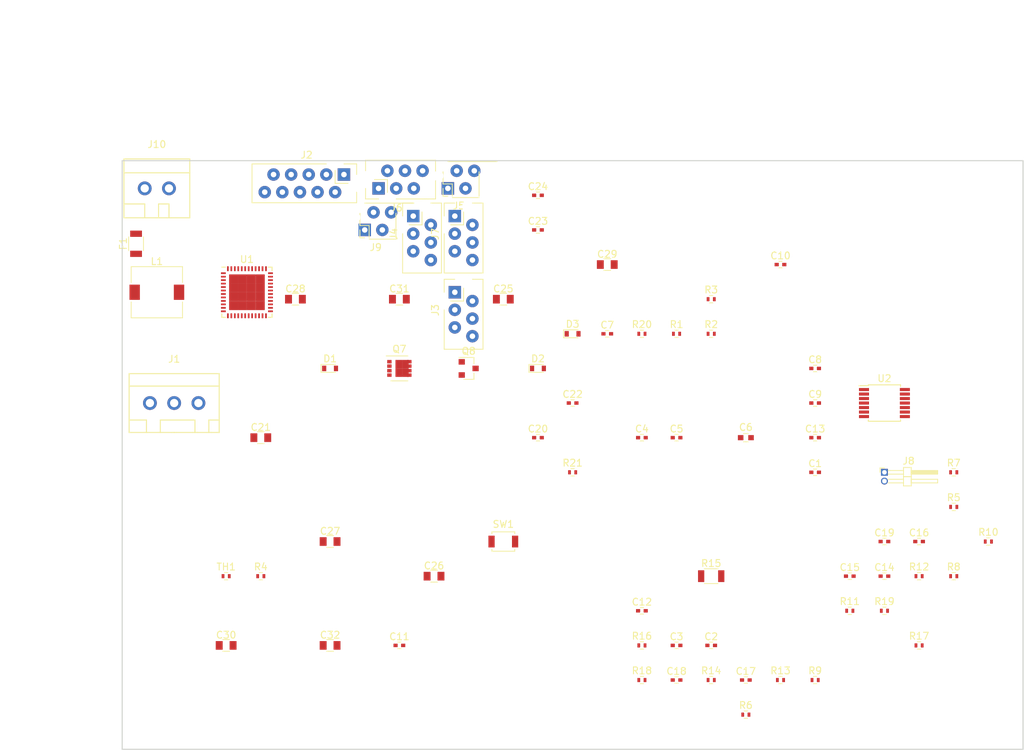
<source format=kicad_pcb>
(kicad_pcb (version 4) (host pcbnew 4.0.7-e2-6376~58~ubuntu16.04.1)

  (general
    (links 190)
    (no_connects 190)
    (area 94.924999 79.924999 225.075001 165.075001)
    (thickness 1.6)
    (drawings 8)
    (tracks 0)
    (zones 0)
    (modules 74)
    (nets 64)
  )

  (page A4)
  (layers
    (0 F.Cu signal)
    (31 B.Cu signal)
    (32 B.Adhes user)
    (33 F.Adhes user)
    (34 B.Paste user)
    (35 F.Paste user)
    (36 B.SilkS user)
    (37 F.SilkS user)
    (38 B.Mask user)
    (39 F.Mask user)
    (40 Dwgs.User user)
    (41 Cmts.User user)
    (42 Eco1.User user)
    (43 Eco2.User user)
    (44 Edge.Cuts user)
    (45 Margin user)
    (46 B.CrtYd user)
    (47 F.CrtYd user)
    (48 B.Fab user)
    (49 F.Fab user)
  )

  (setup
    (last_trace_width 0.25)
    (trace_clearance 0.2)
    (zone_clearance 0.508)
    (zone_45_only no)
    (trace_min 0.2)
    (segment_width 0.2)
    (edge_width 0.15)
    (via_size 0.6)
    (via_drill 0.4)
    (via_min_size 0.4)
    (via_min_drill 0.3)
    (uvia_size 0.3)
    (uvia_drill 0.1)
    (uvias_allowed no)
    (uvia_min_size 0.2)
    (uvia_min_drill 0.1)
    (pcb_text_width 0.3)
    (pcb_text_size 1.5 1.5)
    (mod_edge_width 0.15)
    (mod_text_size 1 1)
    (mod_text_width 0.15)
    (pad_size 1.524 1.524)
    (pad_drill 0.762)
    (pad_to_mask_clearance 0.2)
    (aux_axis_origin 0 0)
    (visible_elements FFFFFF7F)
    (pcbplotparams
      (layerselection 0x00030_80000001)
      (usegerberextensions false)
      (excludeedgelayer true)
      (linewidth 0.100000)
      (plotframeref false)
      (viasonmask false)
      (mode 1)
      (useauxorigin false)
      (hpglpennumber 1)
      (hpglpenspeed 20)
      (hpglpendiameter 15)
      (hpglpenoverlay 2)
      (psnegative false)
      (psa4output false)
      (plotreference true)
      (plotvalue true)
      (plotinvisibletext false)
      (padsonsilk false)
      (subtractmaskfromsilk false)
      (outputformat 1)
      (mirror false)
      (drillshape 1)
      (scaleselection 1)
      (outputdirectory ""))
  )

  (net 0 "")
  (net 1 "/Driver Bridge Single Mosfet/SH1")
  (net 2 GND)
  (net 3 "/Driver Bridge Single Mosfet/SH2")
  (net 4 "/Driver Bridge Single Mosfet/SH3")
  (net 5 "Net-(C4-Pad1)")
  (net 6 "Net-(C4-Pad2)")
  (net 7 "Net-(C5-Pad1)")
  (net 8 "Net-(C5-Pad2)")
  (net 9 "Net-(C6-Pad1)")
  (net 10 VCP)
  (net 11 VDH)
  (net 12 "Net-(C8-Pad2)")
  (net 13 "Net-(C9-Pad2)")
  (net 14 /Vdd_Ext)
  (net 15 "Net-(C11-Pad1)")
  (net 16 /RST)
  (net 17 "Net-(C13-Pad1)")
  (net 18 "Net-(C14-Pad1)")
  (net 19 /SL)
  (net 20 "Net-(C15-Pad1)")
  (net 21 "Net-(C16-Pad1)")
  (net 22 /OP2)
  (net 23 /OP1)
  (net 24 "Net-(C18-Pad1)")
  (net 25 "Net-(C19-Pad1)")
  (net 26 "Net-(C20-Pad1)")
  (net 27 "Net-(C22-Pad2)")
  (net 28 VS)
  (net 29 "Net-(D2-Pad1)")
  (net 30 "Net-(D2-Pad2)")
  (net 31 /Comms/A+)
  (net 32 /Comms/A-)
  (net 33 /Comms/B+)
  (net 34 /Comms/B-)
  (net 35 /Comms/I+)
  (net 36 /Comms/I-)
  (net 37 /P0.4)
  (net 38 /P1.4)
  (net 39 /P2.3)
  (net 40 /P0.1)
  (net 41 /P0.2)
  (net 42 /P0.3)
  (net 43 /P2.5)
  (net 44 /P1.0)
  (net 45 /P1.2)
  (net 46 /P1.1)
  (net 47 /P1.3)
  (net 48 /LIN)
  (net 49 /GND_LIN)
  (net 50 /P0.0)
  (net 51 /TMS)
  (net 52 "Net-(Q7-Pad2)")
  (net 53 "Net-(R1-Pad1)")
  (net 54 "Net-(R3-Pad1)")
  (net 55 /P2.2)
  (net 56 /GH1)
  (net 57 /GL1)
  (net 58 /GH2)
  (net 59 /GL2)
  (net 60 /GH3)
  (net 61 /GL3)
  (net 62 /P2.0)
  (net 63 /P2.4)

  (net_class Default "This is the default net class."
    (clearance 0.2)
    (trace_width 0.25)
    (via_dia 0.6)
    (via_drill 0.4)
    (uvia_dia 0.3)
    (uvia_drill 0.1)
    (add_net /Comms/A+)
    (add_net /Comms/A-)
    (add_net /Comms/B+)
    (add_net /Comms/B-)
    (add_net /Comms/I+)
    (add_net /Comms/I-)
    (add_net "/Driver Bridge Single Mosfet/SH1")
    (add_net "/Driver Bridge Single Mosfet/SH2")
    (add_net "/Driver Bridge Single Mosfet/SH3")
    (add_net /GH1)
    (add_net /GH2)
    (add_net /GH3)
    (add_net /GL1)
    (add_net /GL2)
    (add_net /GL3)
    (add_net /GND_LIN)
    (add_net /LIN)
    (add_net /OP1)
    (add_net /OP2)
    (add_net /P0.0)
    (add_net /P0.1)
    (add_net /P0.2)
    (add_net /P0.3)
    (add_net /P0.4)
    (add_net /P1.0)
    (add_net /P1.1)
    (add_net /P1.2)
    (add_net /P1.3)
    (add_net /P1.4)
    (add_net /P2.0)
    (add_net /P2.2)
    (add_net /P2.3)
    (add_net /P2.4)
    (add_net /P2.5)
    (add_net /RST)
    (add_net /SL)
    (add_net /TMS)
    (add_net /Vdd_Ext)
    (add_net GND)
    (add_net "Net-(C11-Pad1)")
    (add_net "Net-(C13-Pad1)")
    (add_net "Net-(C14-Pad1)")
    (add_net "Net-(C15-Pad1)")
    (add_net "Net-(C16-Pad1)")
    (add_net "Net-(C18-Pad1)")
    (add_net "Net-(C19-Pad1)")
    (add_net "Net-(C20-Pad1)")
    (add_net "Net-(C22-Pad2)")
    (add_net "Net-(C4-Pad1)")
    (add_net "Net-(C4-Pad2)")
    (add_net "Net-(C5-Pad1)")
    (add_net "Net-(C5-Pad2)")
    (add_net "Net-(C6-Pad1)")
    (add_net "Net-(C8-Pad2)")
    (add_net "Net-(C9-Pad2)")
    (add_net "Net-(D2-Pad1)")
    (add_net "Net-(D2-Pad2)")
    (add_net "Net-(Q7-Pad2)")
    (add_net "Net-(R1-Pad1)")
    (add_net "Net-(R3-Pad1)")
    (add_net VCP)
    (add_net VDH)
    (add_net VS)
  )

  (module Capacitors_SMD:C_0402 placed (layer F.Cu) (tedit 58AA841A) (tstamp 59B9CF90)
    (at 195 125)
    (descr "Capacitor SMD 0402, reflow soldering, AVX (see smccp.pdf)")
    (tags "capacitor 0402")
    (path /59BA0005)
    (attr smd)
    (fp_text reference C1 (at 0 -1.27) (layer F.SilkS)
      (effects (font (size 1 1) (thickness 0.15)))
    )
    (fp_text value 1n (at 0 1.27) (layer F.Fab)
      (effects (font (size 1 1) (thickness 0.15)))
    )
    (fp_text user %R (at 0 -1.27) (layer F.Fab)
      (effects (font (size 1 1) (thickness 0.15)))
    )
    (fp_line (start -0.5 0.25) (end -0.5 -0.25) (layer F.Fab) (width 0.1))
    (fp_line (start 0.5 0.25) (end -0.5 0.25) (layer F.Fab) (width 0.1))
    (fp_line (start 0.5 -0.25) (end 0.5 0.25) (layer F.Fab) (width 0.1))
    (fp_line (start -0.5 -0.25) (end 0.5 -0.25) (layer F.Fab) (width 0.1))
    (fp_line (start 0.25 -0.47) (end -0.25 -0.47) (layer F.SilkS) (width 0.12))
    (fp_line (start -0.25 0.47) (end 0.25 0.47) (layer F.SilkS) (width 0.12))
    (fp_line (start -1 -0.4) (end 1 -0.4) (layer F.CrtYd) (width 0.05))
    (fp_line (start -1 -0.4) (end -1 0.4) (layer F.CrtYd) (width 0.05))
    (fp_line (start 1 0.4) (end 1 -0.4) (layer F.CrtYd) (width 0.05))
    (fp_line (start 1 0.4) (end -1 0.4) (layer F.CrtYd) (width 0.05))
    (pad 1 smd rect (at -0.55 0) (size 0.6 0.5) (layers F.Cu F.Paste F.Mask)
      (net 1 "/Driver Bridge Single Mosfet/SH1"))
    (pad 2 smd rect (at 0.55 0) (size 0.6 0.5) (layers F.Cu F.Paste F.Mask)
      (net 2 GND))
    (model Capacitors_SMD.3dshapes/C_0402.wrl
      (at (xyz 0 0 0))
      (scale (xyz 1 1 1))
      (rotate (xyz 0 0 0))
    )
  )

  (module Capacitors_SMD:C_0402 placed (layer F.Cu) (tedit 58AA841A) (tstamp 59B9CF96)
    (at 180 150)
    (descr "Capacitor SMD 0402, reflow soldering, AVX (see smccp.pdf)")
    (tags "capacitor 0402")
    (path /59B9FF71)
    (attr smd)
    (fp_text reference C2 (at 0 -1.27) (layer F.SilkS)
      (effects (font (size 1 1) (thickness 0.15)))
    )
    (fp_text value 1n (at 0 1.27) (layer F.Fab)
      (effects (font (size 1 1) (thickness 0.15)))
    )
    (fp_text user %R (at 0 -1.27) (layer F.Fab)
      (effects (font (size 1 1) (thickness 0.15)))
    )
    (fp_line (start -0.5 0.25) (end -0.5 -0.25) (layer F.Fab) (width 0.1))
    (fp_line (start 0.5 0.25) (end -0.5 0.25) (layer F.Fab) (width 0.1))
    (fp_line (start 0.5 -0.25) (end 0.5 0.25) (layer F.Fab) (width 0.1))
    (fp_line (start -0.5 -0.25) (end 0.5 -0.25) (layer F.Fab) (width 0.1))
    (fp_line (start 0.25 -0.47) (end -0.25 -0.47) (layer F.SilkS) (width 0.12))
    (fp_line (start -0.25 0.47) (end 0.25 0.47) (layer F.SilkS) (width 0.12))
    (fp_line (start -1 -0.4) (end 1 -0.4) (layer F.CrtYd) (width 0.05))
    (fp_line (start -1 -0.4) (end -1 0.4) (layer F.CrtYd) (width 0.05))
    (fp_line (start 1 0.4) (end 1 -0.4) (layer F.CrtYd) (width 0.05))
    (fp_line (start 1 0.4) (end -1 0.4) (layer F.CrtYd) (width 0.05))
    (pad 1 smd rect (at -0.55 0) (size 0.6 0.5) (layers F.Cu F.Paste F.Mask)
      (net 3 "/Driver Bridge Single Mosfet/SH2"))
    (pad 2 smd rect (at 0.55 0) (size 0.6 0.5) (layers F.Cu F.Paste F.Mask)
      (net 2 GND))
    (model Capacitors_SMD.3dshapes/C_0402.wrl
      (at (xyz 0 0 0))
      (scale (xyz 1 1 1))
      (rotate (xyz 0 0 0))
    )
  )

  (module Capacitors_SMD:C_0402 placed (layer F.Cu) (tedit 58AA841A) (tstamp 59B9CF9C)
    (at 175 150)
    (descr "Capacitor SMD 0402, reflow soldering, AVX (see smccp.pdf)")
    (tags "capacitor 0402")
    (path /59B9FEFA)
    (attr smd)
    (fp_text reference C3 (at 0 -1.27) (layer F.SilkS)
      (effects (font (size 1 1) (thickness 0.15)))
    )
    (fp_text value 1n (at 0 1.27) (layer F.Fab)
      (effects (font (size 1 1) (thickness 0.15)))
    )
    (fp_text user %R (at 0 -1.27) (layer F.Fab)
      (effects (font (size 1 1) (thickness 0.15)))
    )
    (fp_line (start -0.5 0.25) (end -0.5 -0.25) (layer F.Fab) (width 0.1))
    (fp_line (start 0.5 0.25) (end -0.5 0.25) (layer F.Fab) (width 0.1))
    (fp_line (start 0.5 -0.25) (end 0.5 0.25) (layer F.Fab) (width 0.1))
    (fp_line (start -0.5 -0.25) (end 0.5 -0.25) (layer F.Fab) (width 0.1))
    (fp_line (start 0.25 -0.47) (end -0.25 -0.47) (layer F.SilkS) (width 0.12))
    (fp_line (start -0.25 0.47) (end 0.25 0.47) (layer F.SilkS) (width 0.12))
    (fp_line (start -1 -0.4) (end 1 -0.4) (layer F.CrtYd) (width 0.05))
    (fp_line (start -1 -0.4) (end -1 0.4) (layer F.CrtYd) (width 0.05))
    (fp_line (start 1 0.4) (end 1 -0.4) (layer F.CrtYd) (width 0.05))
    (fp_line (start 1 0.4) (end -1 0.4) (layer F.CrtYd) (width 0.05))
    (pad 1 smd rect (at -0.55 0) (size 0.6 0.5) (layers F.Cu F.Paste F.Mask)
      (net 4 "/Driver Bridge Single Mosfet/SH3"))
    (pad 2 smd rect (at 0.55 0) (size 0.6 0.5) (layers F.Cu F.Paste F.Mask)
      (net 2 GND))
    (model Capacitors_SMD.3dshapes/C_0402.wrl
      (at (xyz 0 0 0))
      (scale (xyz 1 1 1))
      (rotate (xyz 0 0 0))
    )
  )

  (module Capacitors_SMD:C_0402 placed (layer F.Cu) (tedit 58AA841A) (tstamp 59B9CFA2)
    (at 170 120)
    (descr "Capacitor SMD 0402, reflow soldering, AVX (see smccp.pdf)")
    (tags "capacitor 0402")
    (path /59B9C0E7)
    (attr smd)
    (fp_text reference C4 (at 0 -1.27) (layer F.SilkS)
      (effects (font (size 1 1) (thickness 0.15)))
    )
    (fp_text value 220n (at 0 1.27) (layer F.Fab)
      (effects (font (size 1 1) (thickness 0.15)))
    )
    (fp_text user %R (at 0 -1.27) (layer F.Fab)
      (effects (font (size 1 1) (thickness 0.15)))
    )
    (fp_line (start -0.5 0.25) (end -0.5 -0.25) (layer F.Fab) (width 0.1))
    (fp_line (start 0.5 0.25) (end -0.5 0.25) (layer F.Fab) (width 0.1))
    (fp_line (start 0.5 -0.25) (end 0.5 0.25) (layer F.Fab) (width 0.1))
    (fp_line (start -0.5 -0.25) (end 0.5 -0.25) (layer F.Fab) (width 0.1))
    (fp_line (start 0.25 -0.47) (end -0.25 -0.47) (layer F.SilkS) (width 0.12))
    (fp_line (start -0.25 0.47) (end 0.25 0.47) (layer F.SilkS) (width 0.12))
    (fp_line (start -1 -0.4) (end 1 -0.4) (layer F.CrtYd) (width 0.05))
    (fp_line (start -1 -0.4) (end -1 0.4) (layer F.CrtYd) (width 0.05))
    (fp_line (start 1 0.4) (end 1 -0.4) (layer F.CrtYd) (width 0.05))
    (fp_line (start 1 0.4) (end -1 0.4) (layer F.CrtYd) (width 0.05))
    (pad 1 smd rect (at -0.55 0) (size 0.6 0.5) (layers F.Cu F.Paste F.Mask)
      (net 5 "Net-(C4-Pad1)"))
    (pad 2 smd rect (at 0.55 0) (size 0.6 0.5) (layers F.Cu F.Paste F.Mask)
      (net 6 "Net-(C4-Pad2)"))
    (model Capacitors_SMD.3dshapes/C_0402.wrl
      (at (xyz 0 0 0))
      (scale (xyz 1 1 1))
      (rotate (xyz 0 0 0))
    )
  )

  (module Capacitors_SMD:C_0402 placed (layer F.Cu) (tedit 58AA841A) (tstamp 59B9CFA8)
    (at 175 120)
    (descr "Capacitor SMD 0402, reflow soldering, AVX (see smccp.pdf)")
    (tags "capacitor 0402")
    (path /59B9C139)
    (attr smd)
    (fp_text reference C5 (at 0 -1.27) (layer F.SilkS)
      (effects (font (size 1 1) (thickness 0.15)))
    )
    (fp_text value 220n (at 0 1.27) (layer F.Fab)
      (effects (font (size 1 1) (thickness 0.15)))
    )
    (fp_text user %R (at 0 -1.27) (layer F.Fab)
      (effects (font (size 1 1) (thickness 0.15)))
    )
    (fp_line (start -0.5 0.25) (end -0.5 -0.25) (layer F.Fab) (width 0.1))
    (fp_line (start 0.5 0.25) (end -0.5 0.25) (layer F.Fab) (width 0.1))
    (fp_line (start 0.5 -0.25) (end 0.5 0.25) (layer F.Fab) (width 0.1))
    (fp_line (start -0.5 -0.25) (end 0.5 -0.25) (layer F.Fab) (width 0.1))
    (fp_line (start 0.25 -0.47) (end -0.25 -0.47) (layer F.SilkS) (width 0.12))
    (fp_line (start -0.25 0.47) (end 0.25 0.47) (layer F.SilkS) (width 0.12))
    (fp_line (start -1 -0.4) (end 1 -0.4) (layer F.CrtYd) (width 0.05))
    (fp_line (start -1 -0.4) (end -1 0.4) (layer F.CrtYd) (width 0.05))
    (fp_line (start 1 0.4) (end 1 -0.4) (layer F.CrtYd) (width 0.05))
    (fp_line (start 1 0.4) (end -1 0.4) (layer F.CrtYd) (width 0.05))
    (pad 1 smd rect (at -0.55 0) (size 0.6 0.5) (layers F.Cu F.Paste F.Mask)
      (net 7 "Net-(C5-Pad1)"))
    (pad 2 smd rect (at 0.55 0) (size 0.6 0.5) (layers F.Cu F.Paste F.Mask)
      (net 8 "Net-(C5-Pad2)"))
    (model Capacitors_SMD.3dshapes/C_0402.wrl
      (at (xyz 0 0 0))
      (scale (xyz 1 1 1))
      (rotate (xyz 0 0 0))
    )
  )

  (module Capacitors_SMD:C_0402 placed (layer F.Cu) (tedit 58AA841A) (tstamp 59B9CFB4)
    (at 165 105)
    (descr "Capacitor SMD 0402, reflow soldering, AVX (see smccp.pdf)")
    (tags "capacitor 0402")
    (path /59B9B931)
    (attr smd)
    (fp_text reference C7 (at 0 -1.27) (layer F.SilkS)
      (effects (font (size 1 1) (thickness 0.15)))
    )
    (fp_text value 220n (at 0 1.27) (layer F.Fab)
      (effects (font (size 1 1) (thickness 0.15)))
    )
    (fp_text user %R (at 0 -1.27) (layer F.Fab)
      (effects (font (size 1 1) (thickness 0.15)))
    )
    (fp_line (start -0.5 0.25) (end -0.5 -0.25) (layer F.Fab) (width 0.1))
    (fp_line (start 0.5 0.25) (end -0.5 0.25) (layer F.Fab) (width 0.1))
    (fp_line (start 0.5 -0.25) (end 0.5 0.25) (layer F.Fab) (width 0.1))
    (fp_line (start -0.5 -0.25) (end 0.5 -0.25) (layer F.Fab) (width 0.1))
    (fp_line (start 0.25 -0.47) (end -0.25 -0.47) (layer F.SilkS) (width 0.12))
    (fp_line (start -0.25 0.47) (end 0.25 0.47) (layer F.SilkS) (width 0.12))
    (fp_line (start -1 -0.4) (end 1 -0.4) (layer F.CrtYd) (width 0.05))
    (fp_line (start -1 -0.4) (end -1 0.4) (layer F.CrtYd) (width 0.05))
    (fp_line (start 1 0.4) (end 1 -0.4) (layer F.CrtYd) (width 0.05))
    (fp_line (start 1 0.4) (end -1 0.4) (layer F.CrtYd) (width 0.05))
    (pad 1 smd rect (at -0.55 0) (size 0.6 0.5) (layers F.Cu F.Paste F.Mask)
      (net 10 VCP))
    (pad 2 smd rect (at 0.55 0) (size 0.6 0.5) (layers F.Cu F.Paste F.Mask)
      (net 11 VDH))
    (model Capacitors_SMD.3dshapes/C_0402.wrl
      (at (xyz 0 0 0))
      (scale (xyz 1 1 1))
      (rotate (xyz 0 0 0))
    )
  )

  (module Capacitors_SMD:C_0402 placed (layer F.Cu) (tedit 58AA841A) (tstamp 59B9CFBA)
    (at 195 110)
    (descr "Capacitor SMD 0402, reflow soldering, AVX (see smccp.pdf)")
    (tags "capacitor 0402")
    (path /59BA13B8)
    (attr smd)
    (fp_text reference C8 (at 0 -1.27) (layer F.SilkS)
      (effects (font (size 1 1) (thickness 0.15)))
    )
    (fp_text value 330n (at 0 1.27) (layer F.Fab)
      (effects (font (size 1 1) (thickness 0.15)))
    )
    (fp_text user %R (at 0 -1.27) (layer F.Fab)
      (effects (font (size 1 1) (thickness 0.15)))
    )
    (fp_line (start -0.5 0.25) (end -0.5 -0.25) (layer F.Fab) (width 0.1))
    (fp_line (start 0.5 0.25) (end -0.5 0.25) (layer F.Fab) (width 0.1))
    (fp_line (start 0.5 -0.25) (end 0.5 0.25) (layer F.Fab) (width 0.1))
    (fp_line (start -0.5 -0.25) (end 0.5 -0.25) (layer F.Fab) (width 0.1))
    (fp_line (start 0.25 -0.47) (end -0.25 -0.47) (layer F.SilkS) (width 0.12))
    (fp_line (start -0.25 0.47) (end 0.25 0.47) (layer F.SilkS) (width 0.12))
    (fp_line (start -1 -0.4) (end 1 -0.4) (layer F.CrtYd) (width 0.05))
    (fp_line (start -1 -0.4) (end -1 0.4) (layer F.CrtYd) (width 0.05))
    (fp_line (start 1 0.4) (end 1 -0.4) (layer F.CrtYd) (width 0.05))
    (fp_line (start 1 0.4) (end -1 0.4) (layer F.CrtYd) (width 0.05))
    (pad 1 smd rect (at -0.55 0) (size 0.6 0.5) (layers F.Cu F.Paste F.Mask)
      (net 2 GND))
    (pad 2 smd rect (at 0.55 0) (size 0.6 0.5) (layers F.Cu F.Paste F.Mask)
      (net 12 "Net-(C8-Pad2)"))
    (model Capacitors_SMD.3dshapes/C_0402.wrl
      (at (xyz 0 0 0))
      (scale (xyz 1 1 1))
      (rotate (xyz 0 0 0))
    )
  )

  (module Capacitors_SMD:C_0402 placed (layer F.Cu) (tedit 58AA841A) (tstamp 59B9CFC0)
    (at 195 115)
    (descr "Capacitor SMD 0402, reflow soldering, AVX (see smccp.pdf)")
    (tags "capacitor 0402")
    (path /59BB91A2)
    (attr smd)
    (fp_text reference C9 (at 0 -1.27) (layer F.SilkS)
      (effects (font (size 1 1) (thickness 0.15)))
    )
    (fp_text value 330n (at 0 1.27) (layer F.Fab)
      (effects (font (size 1 1) (thickness 0.15)))
    )
    (fp_text user %R (at 0 -1.27) (layer F.Fab)
      (effects (font (size 1 1) (thickness 0.15)))
    )
    (fp_line (start -0.5 0.25) (end -0.5 -0.25) (layer F.Fab) (width 0.1))
    (fp_line (start 0.5 0.25) (end -0.5 0.25) (layer F.Fab) (width 0.1))
    (fp_line (start 0.5 -0.25) (end 0.5 0.25) (layer F.Fab) (width 0.1))
    (fp_line (start -0.5 -0.25) (end 0.5 -0.25) (layer F.Fab) (width 0.1))
    (fp_line (start 0.25 -0.47) (end -0.25 -0.47) (layer F.SilkS) (width 0.12))
    (fp_line (start -0.25 0.47) (end 0.25 0.47) (layer F.SilkS) (width 0.12))
    (fp_line (start -1 -0.4) (end 1 -0.4) (layer F.CrtYd) (width 0.05))
    (fp_line (start -1 -0.4) (end -1 0.4) (layer F.CrtYd) (width 0.05))
    (fp_line (start 1 0.4) (end 1 -0.4) (layer F.CrtYd) (width 0.05))
    (fp_line (start 1 0.4) (end -1 0.4) (layer F.CrtYd) (width 0.05))
    (pad 1 smd rect (at -0.55 0) (size 0.6 0.5) (layers F.Cu F.Paste F.Mask)
      (net 2 GND))
    (pad 2 smd rect (at 0.55 0) (size 0.6 0.5) (layers F.Cu F.Paste F.Mask)
      (net 13 "Net-(C9-Pad2)"))
    (model Capacitors_SMD.3dshapes/C_0402.wrl
      (at (xyz 0 0 0))
      (scale (xyz 1 1 1))
      (rotate (xyz 0 0 0))
    )
  )

  (module Capacitors_SMD:C_0402 placed (layer F.Cu) (tedit 58AA841A) (tstamp 59B9CFC6)
    (at 190 95)
    (descr "Capacitor SMD 0402, reflow soldering, AVX (see smccp.pdf)")
    (tags "capacitor 0402")
    (path /59BB9231)
    (attr smd)
    (fp_text reference C10 (at 0 -1.27) (layer F.SilkS)
      (effects (font (size 1 1) (thickness 0.15)))
    )
    (fp_text value 330n (at 0 1.27) (layer F.Fab)
      (effects (font (size 1 1) (thickness 0.15)))
    )
    (fp_text user %R (at 0 -1.27) (layer F.Fab)
      (effects (font (size 1 1) (thickness 0.15)))
    )
    (fp_line (start -0.5 0.25) (end -0.5 -0.25) (layer F.Fab) (width 0.1))
    (fp_line (start 0.5 0.25) (end -0.5 0.25) (layer F.Fab) (width 0.1))
    (fp_line (start 0.5 -0.25) (end 0.5 0.25) (layer F.Fab) (width 0.1))
    (fp_line (start -0.5 -0.25) (end 0.5 -0.25) (layer F.Fab) (width 0.1))
    (fp_line (start 0.25 -0.47) (end -0.25 -0.47) (layer F.SilkS) (width 0.12))
    (fp_line (start -0.25 0.47) (end 0.25 0.47) (layer F.SilkS) (width 0.12))
    (fp_line (start -1 -0.4) (end 1 -0.4) (layer F.CrtYd) (width 0.05))
    (fp_line (start -1 -0.4) (end -1 0.4) (layer F.CrtYd) (width 0.05))
    (fp_line (start 1 0.4) (end 1 -0.4) (layer F.CrtYd) (width 0.05))
    (fp_line (start 1 0.4) (end -1 0.4) (layer F.CrtYd) (width 0.05))
    (pad 1 smd rect (at -0.55 0) (size 0.6 0.5) (layers F.Cu F.Paste F.Mask)
      (net 2 GND))
    (pad 2 smd rect (at 0.55 0) (size 0.6 0.5) (layers F.Cu F.Paste F.Mask)
      (net 14 /Vdd_Ext))
    (model Capacitors_SMD.3dshapes/C_0402.wrl
      (at (xyz 0 0 0))
      (scale (xyz 1 1 1))
      (rotate (xyz 0 0 0))
    )
  )

  (module Capacitors_SMD:C_0402 placed (layer F.Cu) (tedit 58AA841A) (tstamp 59B9CFCC)
    (at 135 150)
    (descr "Capacitor SMD 0402, reflow soldering, AVX (see smccp.pdf)")
    (tags "capacitor 0402")
    (path /59BBAA56)
    (attr smd)
    (fp_text reference C11 (at 0 -1.27) (layer F.SilkS)
      (effects (font (size 1 1) (thickness 0.15)))
    )
    (fp_text value 100n (at 0 1.27) (layer F.Fab)
      (effects (font (size 1 1) (thickness 0.15)))
    )
    (fp_text user %R (at 0 -1.27) (layer F.Fab)
      (effects (font (size 1 1) (thickness 0.15)))
    )
    (fp_line (start -0.5 0.25) (end -0.5 -0.25) (layer F.Fab) (width 0.1))
    (fp_line (start 0.5 0.25) (end -0.5 0.25) (layer F.Fab) (width 0.1))
    (fp_line (start 0.5 -0.25) (end 0.5 0.25) (layer F.Fab) (width 0.1))
    (fp_line (start -0.5 -0.25) (end 0.5 -0.25) (layer F.Fab) (width 0.1))
    (fp_line (start 0.25 -0.47) (end -0.25 -0.47) (layer F.SilkS) (width 0.12))
    (fp_line (start -0.25 0.47) (end 0.25 0.47) (layer F.SilkS) (width 0.12))
    (fp_line (start -1 -0.4) (end 1 -0.4) (layer F.CrtYd) (width 0.05))
    (fp_line (start -1 -0.4) (end -1 0.4) (layer F.CrtYd) (width 0.05))
    (fp_line (start 1 0.4) (end 1 -0.4) (layer F.CrtYd) (width 0.05))
    (fp_line (start 1 0.4) (end -1 0.4) (layer F.CrtYd) (width 0.05))
    (pad 1 smd rect (at -0.55 0) (size 0.6 0.5) (layers F.Cu F.Paste F.Mask)
      (net 15 "Net-(C11-Pad1)"))
    (pad 2 smd rect (at 0.55 0) (size 0.6 0.5) (layers F.Cu F.Paste F.Mask)
      (net 2 GND))
    (model Capacitors_SMD.3dshapes/C_0402.wrl
      (at (xyz 0 0 0))
      (scale (xyz 1 1 1))
      (rotate (xyz 0 0 0))
    )
  )

  (module Capacitors_SMD:C_0402 placed (layer F.Cu) (tedit 58AA841A) (tstamp 59B9CFD2)
    (at 170 145)
    (descr "Capacitor SMD 0402, reflow soldering, AVX (see smccp.pdf)")
    (tags "capacitor 0402")
    (path /59BBA79A)
    (attr smd)
    (fp_text reference C12 (at 0 -1.27) (layer F.SilkS)
      (effects (font (size 1 1) (thickness 0.15)))
    )
    (fp_text value 1n (at 0 1.27) (layer F.Fab)
      (effects (font (size 1 1) (thickness 0.15)))
    )
    (fp_text user %R (at 0 -1.27) (layer F.Fab)
      (effects (font (size 1 1) (thickness 0.15)))
    )
    (fp_line (start -0.5 0.25) (end -0.5 -0.25) (layer F.Fab) (width 0.1))
    (fp_line (start 0.5 0.25) (end -0.5 0.25) (layer F.Fab) (width 0.1))
    (fp_line (start 0.5 -0.25) (end 0.5 0.25) (layer F.Fab) (width 0.1))
    (fp_line (start -0.5 -0.25) (end 0.5 -0.25) (layer F.Fab) (width 0.1))
    (fp_line (start 0.25 -0.47) (end -0.25 -0.47) (layer F.SilkS) (width 0.12))
    (fp_line (start -0.25 0.47) (end 0.25 0.47) (layer F.SilkS) (width 0.12))
    (fp_line (start -1 -0.4) (end 1 -0.4) (layer F.CrtYd) (width 0.05))
    (fp_line (start -1 -0.4) (end -1 0.4) (layer F.CrtYd) (width 0.05))
    (fp_line (start 1 0.4) (end 1 -0.4) (layer F.CrtYd) (width 0.05))
    (fp_line (start 1 0.4) (end -1 0.4) (layer F.CrtYd) (width 0.05))
    (pad 1 smd rect (at -0.55 0) (size 0.6 0.5) (layers F.Cu F.Paste F.Mask)
      (net 16 /RST))
    (pad 2 smd rect (at 0.55 0) (size 0.6 0.5) (layers F.Cu F.Paste F.Mask)
      (net 2 GND))
    (model Capacitors_SMD.3dshapes/C_0402.wrl
      (at (xyz 0 0 0))
      (scale (xyz 1 1 1))
      (rotate (xyz 0 0 0))
    )
  )

  (module Capacitors_SMD:C_0402 placed (layer F.Cu) (tedit 58AA841A) (tstamp 59B9CFD8)
    (at 195 120)
    (descr "Capacitor SMD 0402, reflow soldering, AVX (see smccp.pdf)")
    (tags "capacitor 0402")
    (path /59B97CB7/59BA2B42)
    (attr smd)
    (fp_text reference C13 (at 0 -1.27) (layer F.SilkS)
      (effects (font (size 1 1) (thickness 0.15)))
    )
    (fp_text value 4.7n (at 0 1.27) (layer F.Fab)
      (effects (font (size 1 1) (thickness 0.15)))
    )
    (fp_text user %R (at 0 -1.27) (layer F.Fab)
      (effects (font (size 1 1) (thickness 0.15)))
    )
    (fp_line (start -0.5 0.25) (end -0.5 -0.25) (layer F.Fab) (width 0.1))
    (fp_line (start 0.5 0.25) (end -0.5 0.25) (layer F.Fab) (width 0.1))
    (fp_line (start 0.5 -0.25) (end 0.5 0.25) (layer F.Fab) (width 0.1))
    (fp_line (start -0.5 -0.25) (end 0.5 -0.25) (layer F.Fab) (width 0.1))
    (fp_line (start 0.25 -0.47) (end -0.25 -0.47) (layer F.SilkS) (width 0.12))
    (fp_line (start -0.25 0.47) (end 0.25 0.47) (layer F.SilkS) (width 0.12))
    (fp_line (start -1 -0.4) (end 1 -0.4) (layer F.CrtYd) (width 0.05))
    (fp_line (start -1 -0.4) (end -1 0.4) (layer F.CrtYd) (width 0.05))
    (fp_line (start 1 0.4) (end 1 -0.4) (layer F.CrtYd) (width 0.05))
    (fp_line (start 1 0.4) (end -1 0.4) (layer F.CrtYd) (width 0.05))
    (pad 1 smd rect (at -0.55 0) (size 0.6 0.5) (layers F.Cu F.Paste F.Mask)
      (net 17 "Net-(C13-Pad1)"))
    (pad 2 smd rect (at 0.55 0) (size 0.6 0.5) (layers F.Cu F.Paste F.Mask)
      (net 1 "/Driver Bridge Single Mosfet/SH1"))
    (model Capacitors_SMD.3dshapes/C_0402.wrl
      (at (xyz 0 0 0))
      (scale (xyz 1 1 1))
      (rotate (xyz 0 0 0))
    )
  )

  (module Capacitors_SMD:C_0402 placed (layer F.Cu) (tedit 58AA841A) (tstamp 59B9CFDE)
    (at 205 140)
    (descr "Capacitor SMD 0402, reflow soldering, AVX (see smccp.pdf)")
    (tags "capacitor 0402")
    (path /59B97CB7/59BA3458)
    (attr smd)
    (fp_text reference C14 (at 0 -1.27) (layer F.SilkS)
      (effects (font (size 1 1) (thickness 0.15)))
    )
    (fp_text value 4.7n (at 0 1.27) (layer F.Fab)
      (effects (font (size 1 1) (thickness 0.15)))
    )
    (fp_text user %R (at 0 -1.27) (layer F.Fab)
      (effects (font (size 1 1) (thickness 0.15)))
    )
    (fp_line (start -0.5 0.25) (end -0.5 -0.25) (layer F.Fab) (width 0.1))
    (fp_line (start 0.5 0.25) (end -0.5 0.25) (layer F.Fab) (width 0.1))
    (fp_line (start 0.5 -0.25) (end 0.5 0.25) (layer F.Fab) (width 0.1))
    (fp_line (start -0.5 -0.25) (end 0.5 -0.25) (layer F.Fab) (width 0.1))
    (fp_line (start 0.25 -0.47) (end -0.25 -0.47) (layer F.SilkS) (width 0.12))
    (fp_line (start -0.25 0.47) (end 0.25 0.47) (layer F.SilkS) (width 0.12))
    (fp_line (start -1 -0.4) (end 1 -0.4) (layer F.CrtYd) (width 0.05))
    (fp_line (start -1 -0.4) (end -1 0.4) (layer F.CrtYd) (width 0.05))
    (fp_line (start 1 0.4) (end 1 -0.4) (layer F.CrtYd) (width 0.05))
    (fp_line (start 1 0.4) (end -1 0.4) (layer F.CrtYd) (width 0.05))
    (pad 1 smd rect (at -0.55 0) (size 0.6 0.5) (layers F.Cu F.Paste F.Mask)
      (net 18 "Net-(C14-Pad1)"))
    (pad 2 smd rect (at 0.55 0) (size 0.6 0.5) (layers F.Cu F.Paste F.Mask)
      (net 19 /SL))
    (model Capacitors_SMD.3dshapes/C_0402.wrl
      (at (xyz 0 0 0))
      (scale (xyz 1 1 1))
      (rotate (xyz 0 0 0))
    )
  )

  (module Capacitors_SMD:C_0402 placed (layer F.Cu) (tedit 58AA841A) (tstamp 59B9CFE4)
    (at 200 140)
    (descr "Capacitor SMD 0402, reflow soldering, AVX (see smccp.pdf)")
    (tags "capacitor 0402")
    (path /59B97CB7/59BA3D9B)
    (attr smd)
    (fp_text reference C15 (at 0 -1.27) (layer F.SilkS)
      (effects (font (size 1 1) (thickness 0.15)))
    )
    (fp_text value 4.7n (at 0 1.27) (layer F.Fab)
      (effects (font (size 1 1) (thickness 0.15)))
    )
    (fp_text user %R (at 0 -1.27) (layer F.Fab)
      (effects (font (size 1 1) (thickness 0.15)))
    )
    (fp_line (start -0.5 0.25) (end -0.5 -0.25) (layer F.Fab) (width 0.1))
    (fp_line (start 0.5 0.25) (end -0.5 0.25) (layer F.Fab) (width 0.1))
    (fp_line (start 0.5 -0.25) (end 0.5 0.25) (layer F.Fab) (width 0.1))
    (fp_line (start -0.5 -0.25) (end 0.5 -0.25) (layer F.Fab) (width 0.1))
    (fp_line (start 0.25 -0.47) (end -0.25 -0.47) (layer F.SilkS) (width 0.12))
    (fp_line (start -0.25 0.47) (end 0.25 0.47) (layer F.SilkS) (width 0.12))
    (fp_line (start -1 -0.4) (end 1 -0.4) (layer F.CrtYd) (width 0.05))
    (fp_line (start -1 -0.4) (end -1 0.4) (layer F.CrtYd) (width 0.05))
    (fp_line (start 1 0.4) (end 1 -0.4) (layer F.CrtYd) (width 0.05))
    (fp_line (start 1 0.4) (end -1 0.4) (layer F.CrtYd) (width 0.05))
    (pad 1 smd rect (at -0.55 0) (size 0.6 0.5) (layers F.Cu F.Paste F.Mask)
      (net 20 "Net-(C15-Pad1)"))
    (pad 2 smd rect (at 0.55 0) (size 0.6 0.5) (layers F.Cu F.Paste F.Mask)
      (net 3 "/Driver Bridge Single Mosfet/SH2"))
    (model Capacitors_SMD.3dshapes/C_0402.wrl
      (at (xyz 0 0 0))
      (scale (xyz 1 1 1))
      (rotate (xyz 0 0 0))
    )
  )

  (module Capacitors_SMD:C_0402 placed (layer F.Cu) (tedit 58AA841A) (tstamp 59B9CFEA)
    (at 210 135)
    (descr "Capacitor SMD 0402, reflow soldering, AVX (see smccp.pdf)")
    (tags "capacitor 0402")
    (path /59B97CB7/59BA4386)
    (attr smd)
    (fp_text reference C16 (at 0 -1.27) (layer F.SilkS)
      (effects (font (size 1 1) (thickness 0.15)))
    )
    (fp_text value 4.7n (at 0 1.27) (layer F.Fab)
      (effects (font (size 1 1) (thickness 0.15)))
    )
    (fp_text user %R (at 0 -1.27) (layer F.Fab)
      (effects (font (size 1 1) (thickness 0.15)))
    )
    (fp_line (start -0.5 0.25) (end -0.5 -0.25) (layer F.Fab) (width 0.1))
    (fp_line (start 0.5 0.25) (end -0.5 0.25) (layer F.Fab) (width 0.1))
    (fp_line (start 0.5 -0.25) (end 0.5 0.25) (layer F.Fab) (width 0.1))
    (fp_line (start -0.5 -0.25) (end 0.5 -0.25) (layer F.Fab) (width 0.1))
    (fp_line (start 0.25 -0.47) (end -0.25 -0.47) (layer F.SilkS) (width 0.12))
    (fp_line (start -0.25 0.47) (end 0.25 0.47) (layer F.SilkS) (width 0.12))
    (fp_line (start -1 -0.4) (end 1 -0.4) (layer F.CrtYd) (width 0.05))
    (fp_line (start -1 -0.4) (end -1 0.4) (layer F.CrtYd) (width 0.05))
    (fp_line (start 1 0.4) (end 1 -0.4) (layer F.CrtYd) (width 0.05))
    (fp_line (start 1 0.4) (end -1 0.4) (layer F.CrtYd) (width 0.05))
    (pad 1 smd rect (at -0.55 0) (size 0.6 0.5) (layers F.Cu F.Paste F.Mask)
      (net 21 "Net-(C16-Pad1)"))
    (pad 2 smd rect (at 0.55 0) (size 0.6 0.5) (layers F.Cu F.Paste F.Mask)
      (net 19 /SL))
    (model Capacitors_SMD.3dshapes/C_0402.wrl
      (at (xyz 0 0 0))
      (scale (xyz 1 1 1))
      (rotate (xyz 0 0 0))
    )
  )

  (module Capacitors_SMD:C_0402 placed (layer F.Cu) (tedit 58AA841A) (tstamp 59B9CFF0)
    (at 185 155)
    (descr "Capacitor SMD 0402, reflow soldering, AVX (see smccp.pdf)")
    (tags "capacitor 0402")
    (path /59B97CB7/59BA7558)
    (attr smd)
    (fp_text reference C17 (at 0 -1.27) (layer F.SilkS)
      (effects (font (size 1 1) (thickness 0.15)))
    )
    (fp_text value 1n (at 0 1.27) (layer F.Fab)
      (effects (font (size 1 1) (thickness 0.15)))
    )
    (fp_text user %R (at 0 -1.27) (layer F.Fab)
      (effects (font (size 1 1) (thickness 0.15)))
    )
    (fp_line (start -0.5 0.25) (end -0.5 -0.25) (layer F.Fab) (width 0.1))
    (fp_line (start 0.5 0.25) (end -0.5 0.25) (layer F.Fab) (width 0.1))
    (fp_line (start 0.5 -0.25) (end 0.5 0.25) (layer F.Fab) (width 0.1))
    (fp_line (start -0.5 -0.25) (end 0.5 -0.25) (layer F.Fab) (width 0.1))
    (fp_line (start 0.25 -0.47) (end -0.25 -0.47) (layer F.SilkS) (width 0.12))
    (fp_line (start -0.25 0.47) (end 0.25 0.47) (layer F.SilkS) (width 0.12))
    (fp_line (start -1 -0.4) (end 1 -0.4) (layer F.CrtYd) (width 0.05))
    (fp_line (start -1 -0.4) (end -1 0.4) (layer F.CrtYd) (width 0.05))
    (fp_line (start 1 0.4) (end 1 -0.4) (layer F.CrtYd) (width 0.05))
    (fp_line (start 1 0.4) (end -1 0.4) (layer F.CrtYd) (width 0.05))
    (pad 1 smd rect (at -0.55 0) (size 0.6 0.5) (layers F.Cu F.Paste F.Mask)
      (net 22 /OP2))
    (pad 2 smd rect (at 0.55 0) (size 0.6 0.5) (layers F.Cu F.Paste F.Mask)
      (net 23 /OP1))
    (model Capacitors_SMD.3dshapes/C_0402.wrl
      (at (xyz 0 0 0))
      (scale (xyz 1 1 1))
      (rotate (xyz 0 0 0))
    )
  )

  (module Capacitors_SMD:C_0402 placed (layer F.Cu) (tedit 58AA841A) (tstamp 59B9CFF6)
    (at 175 155)
    (descr "Capacitor SMD 0402, reflow soldering, AVX (see smccp.pdf)")
    (tags "capacitor 0402")
    (path /59B97CB7/59BA3EF2)
    (attr smd)
    (fp_text reference C18 (at 0 -1.27) (layer F.SilkS)
      (effects (font (size 1 1) (thickness 0.15)))
    )
    (fp_text value 4.7n (at 0 1.27) (layer F.Fab)
      (effects (font (size 1 1) (thickness 0.15)))
    )
    (fp_text user %R (at 0 -1.27) (layer F.Fab)
      (effects (font (size 1 1) (thickness 0.15)))
    )
    (fp_line (start -0.5 0.25) (end -0.5 -0.25) (layer F.Fab) (width 0.1))
    (fp_line (start 0.5 0.25) (end -0.5 0.25) (layer F.Fab) (width 0.1))
    (fp_line (start 0.5 -0.25) (end 0.5 0.25) (layer F.Fab) (width 0.1))
    (fp_line (start -0.5 -0.25) (end 0.5 -0.25) (layer F.Fab) (width 0.1))
    (fp_line (start 0.25 -0.47) (end -0.25 -0.47) (layer F.SilkS) (width 0.12))
    (fp_line (start -0.25 0.47) (end 0.25 0.47) (layer F.SilkS) (width 0.12))
    (fp_line (start -1 -0.4) (end 1 -0.4) (layer F.CrtYd) (width 0.05))
    (fp_line (start -1 -0.4) (end -1 0.4) (layer F.CrtYd) (width 0.05))
    (fp_line (start 1 0.4) (end 1 -0.4) (layer F.CrtYd) (width 0.05))
    (fp_line (start 1 0.4) (end -1 0.4) (layer F.CrtYd) (width 0.05))
    (pad 1 smd rect (at -0.55 0) (size 0.6 0.5) (layers F.Cu F.Paste F.Mask)
      (net 24 "Net-(C18-Pad1)"))
    (pad 2 smd rect (at 0.55 0) (size 0.6 0.5) (layers F.Cu F.Paste F.Mask)
      (net 4 "/Driver Bridge Single Mosfet/SH3"))
    (model Capacitors_SMD.3dshapes/C_0402.wrl
      (at (xyz 0 0 0))
      (scale (xyz 1 1 1))
      (rotate (xyz 0 0 0))
    )
  )

  (module Capacitors_SMD:C_0402 placed (layer F.Cu) (tedit 58AA841A) (tstamp 59B9CFFC)
    (at 205 135)
    (descr "Capacitor SMD 0402, reflow soldering, AVX (see smccp.pdf)")
    (tags "capacitor 0402")
    (path /59B97CB7/59BA4498)
    (attr smd)
    (fp_text reference C19 (at 0 -1.27) (layer F.SilkS)
      (effects (font (size 1 1) (thickness 0.15)))
    )
    (fp_text value 4.7n (at 0 1.27) (layer F.Fab)
      (effects (font (size 1 1) (thickness 0.15)))
    )
    (fp_text user %R (at 0 -1.27) (layer F.Fab)
      (effects (font (size 1 1) (thickness 0.15)))
    )
    (fp_line (start -0.5 0.25) (end -0.5 -0.25) (layer F.Fab) (width 0.1))
    (fp_line (start 0.5 0.25) (end -0.5 0.25) (layer F.Fab) (width 0.1))
    (fp_line (start 0.5 -0.25) (end 0.5 0.25) (layer F.Fab) (width 0.1))
    (fp_line (start -0.5 -0.25) (end 0.5 -0.25) (layer F.Fab) (width 0.1))
    (fp_line (start 0.25 -0.47) (end -0.25 -0.47) (layer F.SilkS) (width 0.12))
    (fp_line (start -0.25 0.47) (end 0.25 0.47) (layer F.SilkS) (width 0.12))
    (fp_line (start -1 -0.4) (end 1 -0.4) (layer F.CrtYd) (width 0.05))
    (fp_line (start -1 -0.4) (end -1 0.4) (layer F.CrtYd) (width 0.05))
    (fp_line (start 1 0.4) (end 1 -0.4) (layer F.CrtYd) (width 0.05))
    (fp_line (start 1 0.4) (end -1 0.4) (layer F.CrtYd) (width 0.05))
    (pad 1 smd rect (at -0.55 0) (size 0.6 0.5) (layers F.Cu F.Paste F.Mask)
      (net 25 "Net-(C19-Pad1)"))
    (pad 2 smd rect (at 0.55 0) (size 0.6 0.5) (layers F.Cu F.Paste F.Mask)
      (net 19 /SL))
    (model Capacitors_SMD.3dshapes/C_0402.wrl
      (at (xyz 0 0 0))
      (scale (xyz 1 1 1))
      (rotate (xyz 0 0 0))
    )
  )

  (module Capacitors_SMD:C_0402 placed (layer F.Cu) (tedit 58AA841A) (tstamp 59B9D002)
    (at 155 120)
    (descr "Capacitor SMD 0402, reflow soldering, AVX (see smccp.pdf)")
    (tags "capacitor 0402")
    (path /59B97D2A/59B9812A)
    (attr smd)
    (fp_text reference C20 (at 0 -1.27) (layer F.SilkS)
      (effects (font (size 1 1) (thickness 0.15)))
    )
    (fp_text value 100n/50V (at 0 1.27) (layer F.Fab)
      (effects (font (size 1 1) (thickness 0.15)))
    )
    (fp_text user %R (at 0 -1.27) (layer F.Fab)
      (effects (font (size 1 1) (thickness 0.15)))
    )
    (fp_line (start -0.5 0.25) (end -0.5 -0.25) (layer F.Fab) (width 0.1))
    (fp_line (start 0.5 0.25) (end -0.5 0.25) (layer F.Fab) (width 0.1))
    (fp_line (start 0.5 -0.25) (end 0.5 0.25) (layer F.Fab) (width 0.1))
    (fp_line (start -0.5 -0.25) (end 0.5 -0.25) (layer F.Fab) (width 0.1))
    (fp_line (start 0.25 -0.47) (end -0.25 -0.47) (layer F.SilkS) (width 0.12))
    (fp_line (start -0.25 0.47) (end 0.25 0.47) (layer F.SilkS) (width 0.12))
    (fp_line (start -1 -0.4) (end 1 -0.4) (layer F.CrtYd) (width 0.05))
    (fp_line (start -1 -0.4) (end -1 0.4) (layer F.CrtYd) (width 0.05))
    (fp_line (start 1 0.4) (end 1 -0.4) (layer F.CrtYd) (width 0.05))
    (fp_line (start 1 0.4) (end -1 0.4) (layer F.CrtYd) (width 0.05))
    (pad 1 smd rect (at -0.55 0) (size 0.6 0.5) (layers F.Cu F.Paste F.Mask)
      (net 26 "Net-(C20-Pad1)"))
    (pad 2 smd rect (at 0.55 0) (size 0.6 0.5) (layers F.Cu F.Paste F.Mask)
      (net 2 GND))
    (model Capacitors_SMD.3dshapes/C_0402.wrl
      (at (xyz 0 0 0))
      (scale (xyz 1 1 1))
      (rotate (xyz 0 0 0))
    )
  )

  (module Capacitors_SMD:C_0402 placed (layer F.Cu) (tedit 58AA841A) (tstamp 59B9D00E)
    (at 160 115)
    (descr "Capacitor SMD 0402, reflow soldering, AVX (see smccp.pdf)")
    (tags "capacitor 0402")
    (path /59B97D2A/59B98E6E)
    (attr smd)
    (fp_text reference C22 (at 0 -1.27) (layer F.SilkS)
      (effects (font (size 1 1) (thickness 0.15)))
    )
    (fp_text value 100n/50V (at 0 1.27) (layer F.Fab)
      (effects (font (size 1 1) (thickness 0.15)))
    )
    (fp_text user %R (at 0 -1.27) (layer F.Fab)
      (effects (font (size 1 1) (thickness 0.15)))
    )
    (fp_line (start -0.5 0.25) (end -0.5 -0.25) (layer F.Fab) (width 0.1))
    (fp_line (start 0.5 0.25) (end -0.5 0.25) (layer F.Fab) (width 0.1))
    (fp_line (start 0.5 -0.25) (end 0.5 0.25) (layer F.Fab) (width 0.1))
    (fp_line (start -0.5 -0.25) (end 0.5 -0.25) (layer F.Fab) (width 0.1))
    (fp_line (start 0.25 -0.47) (end -0.25 -0.47) (layer F.SilkS) (width 0.12))
    (fp_line (start -0.25 0.47) (end 0.25 0.47) (layer F.SilkS) (width 0.12))
    (fp_line (start -1 -0.4) (end 1 -0.4) (layer F.CrtYd) (width 0.05))
    (fp_line (start -1 -0.4) (end -1 0.4) (layer F.CrtYd) (width 0.05))
    (fp_line (start 1 0.4) (end 1 -0.4) (layer F.CrtYd) (width 0.05))
    (fp_line (start 1 0.4) (end -1 0.4) (layer F.CrtYd) (width 0.05))
    (pad 1 smd rect (at -0.55 0) (size 0.6 0.5) (layers F.Cu F.Paste F.Mask)
      (net 10 VCP))
    (pad 2 smd rect (at 0.55 0) (size 0.6 0.5) (layers F.Cu F.Paste F.Mask)
      (net 27 "Net-(C22-Pad2)"))
    (model Capacitors_SMD.3dshapes/C_0402.wrl
      (at (xyz 0 0 0))
      (scale (xyz 1 1 1))
      (rotate (xyz 0 0 0))
    )
  )

  (module Capacitors_SMD:C_0402 placed (layer F.Cu) (tedit 58AA841A) (tstamp 59B9D014)
    (at 155 90)
    (descr "Capacitor SMD 0402, reflow soldering, AVX (see smccp.pdf)")
    (tags "capacitor 0402")
    (path /59B97D2A/59B99D4B)
    (attr smd)
    (fp_text reference C23 (at 0 -1.27) (layer F.SilkS)
      (effects (font (size 1 1) (thickness 0.15)))
    )
    (fp_text value 22n/50V (at 0 1.27) (layer F.Fab)
      (effects (font (size 1 1) (thickness 0.15)))
    )
    (fp_text user %R (at 0 -1.27) (layer F.Fab)
      (effects (font (size 1 1) (thickness 0.15)))
    )
    (fp_line (start -0.5 0.25) (end -0.5 -0.25) (layer F.Fab) (width 0.1))
    (fp_line (start 0.5 0.25) (end -0.5 0.25) (layer F.Fab) (width 0.1))
    (fp_line (start 0.5 -0.25) (end 0.5 0.25) (layer F.Fab) (width 0.1))
    (fp_line (start -0.5 -0.25) (end 0.5 -0.25) (layer F.Fab) (width 0.1))
    (fp_line (start 0.25 -0.47) (end -0.25 -0.47) (layer F.SilkS) (width 0.12))
    (fp_line (start -0.25 0.47) (end 0.25 0.47) (layer F.SilkS) (width 0.12))
    (fp_line (start -1 -0.4) (end 1 -0.4) (layer F.CrtYd) (width 0.05))
    (fp_line (start -1 -0.4) (end -1 0.4) (layer F.CrtYd) (width 0.05))
    (fp_line (start 1 0.4) (end 1 -0.4) (layer F.CrtYd) (width 0.05))
    (fp_line (start 1 0.4) (end -1 0.4) (layer F.CrtYd) (width 0.05))
    (pad 1 smd rect (at -0.55 0) (size 0.6 0.5) (layers F.Cu F.Paste F.Mask)
      (net 28 VS))
    (pad 2 smd rect (at 0.55 0) (size 0.6 0.5) (layers F.Cu F.Paste F.Mask)
      (net 2 GND))
    (model Capacitors_SMD.3dshapes/C_0402.wrl
      (at (xyz 0 0 0))
      (scale (xyz 1 1 1))
      (rotate (xyz 0 0 0))
    )
  )

  (module Capacitors_SMD:C_0402 placed (layer F.Cu) (tedit 58AA841A) (tstamp 59B9D01A)
    (at 155 85)
    (descr "Capacitor SMD 0402, reflow soldering, AVX (see smccp.pdf)")
    (tags "capacitor 0402")
    (path /59B97D2A/59B99DA7)
    (attr smd)
    (fp_text reference C24 (at 0 -1.27) (layer F.SilkS)
      (effects (font (size 1 1) (thickness 0.15)))
    )
    (fp_text value 100n/50V (at 0 1.27) (layer F.Fab)
      (effects (font (size 1 1) (thickness 0.15)))
    )
    (fp_text user %R (at 0 -1.27) (layer F.Fab)
      (effects (font (size 1 1) (thickness 0.15)))
    )
    (fp_line (start -0.5 0.25) (end -0.5 -0.25) (layer F.Fab) (width 0.1))
    (fp_line (start 0.5 0.25) (end -0.5 0.25) (layer F.Fab) (width 0.1))
    (fp_line (start 0.5 -0.25) (end 0.5 0.25) (layer F.Fab) (width 0.1))
    (fp_line (start -0.5 -0.25) (end 0.5 -0.25) (layer F.Fab) (width 0.1))
    (fp_line (start 0.25 -0.47) (end -0.25 -0.47) (layer F.SilkS) (width 0.12))
    (fp_line (start -0.25 0.47) (end 0.25 0.47) (layer F.SilkS) (width 0.12))
    (fp_line (start -1 -0.4) (end 1 -0.4) (layer F.CrtYd) (width 0.05))
    (fp_line (start -1 -0.4) (end -1 0.4) (layer F.CrtYd) (width 0.05))
    (fp_line (start 1 0.4) (end 1 -0.4) (layer F.CrtYd) (width 0.05))
    (fp_line (start 1 0.4) (end -1 0.4) (layer F.CrtYd) (width 0.05))
    (pad 1 smd rect (at -0.55 0) (size 0.6 0.5) (layers F.Cu F.Paste F.Mask)
      (net 28 VS))
    (pad 2 smd rect (at 0.55 0) (size 0.6 0.5) (layers F.Cu F.Paste F.Mask)
      (net 2 GND))
    (model Capacitors_SMD.3dshapes/C_0402.wrl
      (at (xyz 0 0 0))
      (scale (xyz 1 1 1))
      (rotate (xyz 0 0 0))
    )
  )

  (module Diodes_SMD:D_0603 placed (layer F.Cu) (tedit 590CE922) (tstamp 59B9D050)
    (at 125 110)
    (descr "Diode SMD in 0603 package http://datasheets.avx.com/schottky.pdf")
    (tags "smd diode")
    (path /59B97D2A/59B9AA8A)
    (attr smd)
    (fp_text reference D1 (at 0 -1.4) (layer F.SilkS)
      (effects (font (size 1 1) (thickness 0.15)))
    )
    (fp_text value D_TVS (at 0 1.4) (layer F.Fab)
      (effects (font (size 1 1) (thickness 0.15)))
    )
    (fp_text user %R (at 0 -1.4) (layer F.Fab)
      (effects (font (size 1 1) (thickness 0.15)))
    )
    (fp_line (start -1.3 -0.57) (end -1.3 0.57) (layer F.SilkS) (width 0.12))
    (fp_line (start 1.4 0.67) (end 1.4 -0.67) (layer F.CrtYd) (width 0.05))
    (fp_line (start -1.4 0.67) (end 1.4 0.67) (layer F.CrtYd) (width 0.05))
    (fp_line (start -1.4 -0.67) (end -1.4 0.67) (layer F.CrtYd) (width 0.05))
    (fp_line (start 1.4 -0.67) (end -1.4 -0.67) (layer F.CrtYd) (width 0.05))
    (fp_line (start 0.2 0) (end 0.4 0) (layer F.Fab) (width 0.1))
    (fp_line (start -0.1 0) (end -0.3 0) (layer F.Fab) (width 0.1))
    (fp_line (start -0.1 -0.2) (end -0.1 0.2) (layer F.Fab) (width 0.1))
    (fp_line (start 0.2 0.2) (end 0.2 -0.2) (layer F.Fab) (width 0.1))
    (fp_line (start -0.1 0) (end 0.2 0.2) (layer F.Fab) (width 0.1))
    (fp_line (start 0.2 -0.2) (end -0.1 0) (layer F.Fab) (width 0.1))
    (fp_line (start -0.8 0.45) (end -0.8 -0.45) (layer F.Fab) (width 0.1))
    (fp_line (start 0.8 0.45) (end -0.8 0.45) (layer F.Fab) (width 0.1))
    (fp_line (start 0.8 -0.45) (end 0.8 0.45) (layer F.Fab) (width 0.1))
    (fp_line (start -0.8 -0.45) (end 0.8 -0.45) (layer F.Fab) (width 0.1))
    (fp_line (start -1.3 0.57) (end 0.8 0.57) (layer F.SilkS) (width 0.12))
    (fp_line (start -1.3 -0.57) (end 0.8 -0.57) (layer F.SilkS) (width 0.12))
    (pad 1 smd rect (at -0.85 0) (size 0.6 0.8) (layers F.Cu F.Paste F.Mask)
      (net 26 "Net-(C20-Pad1)"))
    (pad 2 smd rect (at 0.85 0) (size 0.6 0.8) (layers F.Cu F.Paste F.Mask)
      (net 2 GND))
    (model ${KISYS3DMOD}/Diodes_SMD.3dshapes/D_0603.wrl
      (at (xyz 0 0 0))
      (scale (xyz 1 1 1))
      (rotate (xyz 0 0 0))
    )
  )

  (module Diodes_SMD:D_0603 placed (layer F.Cu) (tedit 590CE922) (tstamp 59B9D056)
    (at 155 110)
    (descr "Diode SMD in 0603 package http://datasheets.avx.com/schottky.pdf")
    (tags "smd diode")
    (path /59B97D2A/59B982C0)
    (attr smd)
    (fp_text reference D2 (at 0 -1.4) (layer F.SilkS)
      (effects (font (size 1 1) (thickness 0.15)))
    )
    (fp_text value BAS3010B (at 0 1.4) (layer F.Fab)
      (effects (font (size 1 1) (thickness 0.15)))
    )
    (fp_text user %R (at 0 -1.4) (layer F.Fab)
      (effects (font (size 1 1) (thickness 0.15)))
    )
    (fp_line (start -1.3 -0.57) (end -1.3 0.57) (layer F.SilkS) (width 0.12))
    (fp_line (start 1.4 0.67) (end 1.4 -0.67) (layer F.CrtYd) (width 0.05))
    (fp_line (start -1.4 0.67) (end 1.4 0.67) (layer F.CrtYd) (width 0.05))
    (fp_line (start -1.4 -0.67) (end -1.4 0.67) (layer F.CrtYd) (width 0.05))
    (fp_line (start 1.4 -0.67) (end -1.4 -0.67) (layer F.CrtYd) (width 0.05))
    (fp_line (start 0.2 0) (end 0.4 0) (layer F.Fab) (width 0.1))
    (fp_line (start -0.1 0) (end -0.3 0) (layer F.Fab) (width 0.1))
    (fp_line (start -0.1 -0.2) (end -0.1 0.2) (layer F.Fab) (width 0.1))
    (fp_line (start 0.2 0.2) (end 0.2 -0.2) (layer F.Fab) (width 0.1))
    (fp_line (start -0.1 0) (end 0.2 0.2) (layer F.Fab) (width 0.1))
    (fp_line (start 0.2 -0.2) (end -0.1 0) (layer F.Fab) (width 0.1))
    (fp_line (start -0.8 0.45) (end -0.8 -0.45) (layer F.Fab) (width 0.1))
    (fp_line (start 0.8 0.45) (end -0.8 0.45) (layer F.Fab) (width 0.1))
    (fp_line (start 0.8 -0.45) (end 0.8 0.45) (layer F.Fab) (width 0.1))
    (fp_line (start -0.8 -0.45) (end 0.8 -0.45) (layer F.Fab) (width 0.1))
    (fp_line (start -1.3 0.57) (end 0.8 0.57) (layer F.SilkS) (width 0.12))
    (fp_line (start -1.3 -0.57) (end 0.8 -0.57) (layer F.SilkS) (width 0.12))
    (pad 1 smd rect (at -0.85 0) (size 0.6 0.8) (layers F.Cu F.Paste F.Mask)
      (net 29 "Net-(D2-Pad1)"))
    (pad 2 smd rect (at 0.85 0) (size 0.6 0.8) (layers F.Cu F.Paste F.Mask)
      (net 30 "Net-(D2-Pad2)"))
    (model ${KISYS3DMOD}/Diodes_SMD.3dshapes/D_0603.wrl
      (at (xyz 0 0 0))
      (scale (xyz 1 1 1))
      (rotate (xyz 0 0 0))
    )
  )

  (module Diodes_SMD:D_0603 placed (layer F.Cu) (tedit 590CE922) (tstamp 59B9D05C)
    (at 160 105)
    (descr "Diode SMD in 0603 package http://datasheets.avx.com/schottky.pdf")
    (tags "smd diode")
    (path /59B97D2A/59B98305)
    (attr smd)
    (fp_text reference D3 (at 0 -1.4) (layer F.SilkS)
      (effects (font (size 1 1) (thickness 0.15)))
    )
    (fp_text value BAT64 (at 0 1.4) (layer F.Fab)
      (effects (font (size 1 1) (thickness 0.15)))
    )
    (fp_text user %R (at 0 -1.4) (layer F.Fab)
      (effects (font (size 1 1) (thickness 0.15)))
    )
    (fp_line (start -1.3 -0.57) (end -1.3 0.57) (layer F.SilkS) (width 0.12))
    (fp_line (start 1.4 0.67) (end 1.4 -0.67) (layer F.CrtYd) (width 0.05))
    (fp_line (start -1.4 0.67) (end 1.4 0.67) (layer F.CrtYd) (width 0.05))
    (fp_line (start -1.4 -0.67) (end -1.4 0.67) (layer F.CrtYd) (width 0.05))
    (fp_line (start 1.4 -0.67) (end -1.4 -0.67) (layer F.CrtYd) (width 0.05))
    (fp_line (start 0.2 0) (end 0.4 0) (layer F.Fab) (width 0.1))
    (fp_line (start -0.1 0) (end -0.3 0) (layer F.Fab) (width 0.1))
    (fp_line (start -0.1 -0.2) (end -0.1 0.2) (layer F.Fab) (width 0.1))
    (fp_line (start 0.2 0.2) (end 0.2 -0.2) (layer F.Fab) (width 0.1))
    (fp_line (start -0.1 0) (end 0.2 0.2) (layer F.Fab) (width 0.1))
    (fp_line (start 0.2 -0.2) (end -0.1 0) (layer F.Fab) (width 0.1))
    (fp_line (start -0.8 0.45) (end -0.8 -0.45) (layer F.Fab) (width 0.1))
    (fp_line (start 0.8 0.45) (end -0.8 0.45) (layer F.Fab) (width 0.1))
    (fp_line (start 0.8 -0.45) (end 0.8 0.45) (layer F.Fab) (width 0.1))
    (fp_line (start -0.8 -0.45) (end 0.8 -0.45) (layer F.Fab) (width 0.1))
    (fp_line (start -1.3 0.57) (end 0.8 0.57) (layer F.SilkS) (width 0.12))
    (fp_line (start -1.3 -0.57) (end 0.8 -0.57) (layer F.SilkS) (width 0.12))
    (pad 1 smd rect (at -0.85 0) (size 0.6 0.8) (layers F.Cu F.Paste F.Mask)
      (net 28 VS))
    (pad 2 smd rect (at 0.85 0) (size 0.6 0.8) (layers F.Cu F.Paste F.Mask)
      (net 11 VDH))
    (model ${KISYS3DMOD}/Diodes_SMD.3dshapes/D_0603.wrl
      (at (xyz 0 0 0))
      (scale (xyz 1 1 1))
      (rotate (xyz 0 0 0))
    )
  )

  (module Connectors_WAGO:WAGO_734_3pin_Straight placed (layer F.Cu) (tedit 0) (tstamp 59B9D069)
    (at 102.5 115)
    (descr "WAGO, Serie 734, Socket, Stiftleiste, 3 polig, 3 pin, straight, gerade, Date 05Jul2010,")
    (tags "WAGO, Serie 734, Socket, Stiftleiste, 3 polig, 3 pin, straight, gerade, Date 05Jul2010,")
    (path /59B97CB7/59BAB199)
    (fp_text reference J1 (at 0 -6.35) (layer F.SilkS)
      (effects (font (size 1 1) (thickness 0.15)))
    )
    (fp_text value Wago_SMD_3 (at 0 6.35) (layer F.Fab)
      (effects (font (size 1 1) (thickness 0.15)))
    )
    (fp_line (start -6.49986 -2.4511) (end 6.49986 -2.4511) (layer F.SilkS) (width 0.15))
    (fp_line (start 5.00126 4.24942) (end 5.00126 2.4511) (layer F.SilkS) (width 0.15))
    (fp_line (start 5.00126 2.4511) (end 6.49986 2.4511) (layer F.SilkS) (width 0.15))
    (fp_line (start -1.99898 4.24942) (end -1.99898 2.4511) (layer F.SilkS) (width 0.15))
    (fp_line (start -1.99898 2.4511) (end 2.99974 2.4511) (layer F.SilkS) (width 0.15))
    (fp_line (start 2.99974 2.4511) (end 2.99974 4.24942) (layer F.SilkS) (width 0.15))
    (fp_line (start -6.49986 2.4511) (end -4.0005 2.4511) (layer F.SilkS) (width 0.15))
    (fp_line (start -4.0005 2.4511) (end -4.0005 4.24942) (layer F.SilkS) (width 0.15))
    (fp_line (start 0 4.24942) (end -6.49986 4.24942) (layer F.SilkS) (width 0.15))
    (fp_line (start -6.49986 4.24942) (end -6.49986 -4.24942) (layer F.SilkS) (width 0.15))
    (fp_line (start -6.49986 -4.24942) (end 6.49986 -4.24942) (layer F.SilkS) (width 0.15))
    (fp_line (start 6.49986 -4.24942) (end 6.49986 4.24942) (layer F.SilkS) (width 0.15))
    (fp_line (start 6.49986 4.24942) (end 0 4.24942) (layer F.SilkS) (width 0.15))
    (pad 2 thru_hole circle (at 0 0) (size 1.99898 1.99898) (drill 1.19888) (layers *.Cu *.Mask)
      (net 3 "/Driver Bridge Single Mosfet/SH2"))
    (pad 1 thru_hole circle (at -3.50012 0) (size 1.99898 1.99898) (drill 1.19888) (layers *.Cu *.Mask)
      (net 1 "/Driver Bridge Single Mosfet/SH1"))
    (pad 3 thru_hole circle (at 3.50012 0) (size 1.99898 1.99898) (drill 1.19888) (layers *.Cu *.Mask)
      (net 4 "/Driver Bridge Single Mosfet/SH3"))
  )

  (module custom_lib:TE-Connectivity_Micro-Match_connector_02x02_Pitch_1.27mm placed (layer F.Cu) (tedit 59713B1A) (tstamp 59B9D092)
    (at 142 84 90)
    (descr "TE-Connectivity Micro-Match connector, female, 02x02, board mount, 1.27mm pitch, 215079-4")
    (tags "connector, TE-Connectivity, female")
    (path /59B97D26/59BC01B6)
    (fp_text reference J5 (at -2.5205 1.5875 180) (layer F.SilkS)
      (effects (font (size 1 1) (thickness 0.15)))
    )
    (fp_text value I2C (at 0.635 5.505 90) (layer F.Fab)
      (effects (font (size 1 1) (thickness 0.15)))
    )
    (fp_line (start -1.07 -0.635) (end -1.07 4.445) (layer F.Fab) (width 0.1))
    (fp_line (start -1.07 4.445) (end 2.34 4.445) (layer F.Fab) (width 0.1))
    (fp_line (start 2.34 4.445) (end 2.34 -0.635) (layer F.Fab) (width 0.1))
    (fp_line (start 2.34 -0.635) (end -1.07 -0.635) (layer F.Fab) (width 0.1))
    (fp_line (start -1.33 0.635) (end -1.33 4.505) (layer F.SilkS) (width 0.12))
    (fp_line (start -1.13 4.505) (end 2.4 4.505) (layer F.SilkS) (width 0.12))
    (fp_line (start 3.87 0) (end 3.87 7.1) (layer F.SilkS) (width 0.12))
    (fp_line (start 2.4 -0.695) (end 0.635 -0.695) (layer F.SilkS) (width 0.12))
    (fp_line (start 0.635 -0.695) (end 0.635 0.635) (layer F.SilkS) (width 0.12))
    (fp_line (start 0.635 0.635) (end -1.13 0.635) (layer F.SilkS) (width 0.12))
    (fp_line (start -1.13 0) (end -1.13 -0.695) (layer F.SilkS) (width 0.12))
    (fp_line (start -1.13 -0.695) (end 0 -0.695) (layer F.SilkS) (width 0.12))
    (fp_line (start -1.6 -1.15) (end -1.6 4.95) (layer F.CrtYd) (width 0.05))
    (fp_line (start -1.6 4.95) (end 2.85 4.95) (layer F.CrtYd) (width 0.05))
    (fp_line (start 2.85 4.95) (end 2.85 -1.15) (layer F.CrtYd) (width 0.05))
    (fp_line (start 2.85 -1.15) (end -1.6 -1.15) (layer F.CrtYd) (width 0.05))
    (fp_text user %R (at -2.5205 1.5875 180) (layer F.Fab)
      (effects (font (size 1 1) (thickness 0.15)))
    )
    (pad 1 thru_hole rect (at 0 0 90) (size 1.8 1.8) (drill 0.8001) (layers *.Cu *.Mask)
      (net 14 /Vdd_Ext))
    (pad 2 thru_hole circle (at 2.54 1.27 90) (size 1.8 1.8) (drill 0.8001) (layers *.Cu *.Mask)
      (net 40 /P0.1))
    (pad 3 thru_hole circle (at 0 2.54 90) (size 1.8 1.8) (drill 0.8001) (layers *.Cu *.Mask)
      (net 41 /P0.2))
    (pad 4 thru_hole circle (at 2.54 3.81 90) (size 1.8 1.8) (drill 0.8001) (layers *.Cu *.Mask)
      (net 2 GND))
    (pad "" np_thru_hole circle (at 1.8 -1.4 90) (size 1.5001 1.5001) (drill 1.5001) (layers *.Cu *.Mask))
    (model ../../_3Dmodels/Connectors_TE-Connectivity.3dshapes/c-215079-4-t-3d.wrl
      (at (xyz 0 0 0))
      (scale (xyz 1 1 1))
      (rotate (xyz 0 0 0))
    )
  )

  (module custom_lib:TE-Connectivity_Micro-Match_connector_02x02_Pitch_1.27mm placed (layer F.Cu) (tedit 59713B1A) (tstamp 59B9D0B6)
    (at 130 90 90)
    (descr "TE-Connectivity Micro-Match connector, female, 02x02, board mount, 1.27mm pitch, 215079-4")
    (tags "connector, TE-Connectivity, female")
    (path /59B97D26/59BC02F1)
    (fp_text reference J9 (at -2.5205 1.5875 180) (layer F.SilkS)
      (effects (font (size 1 1) (thickness 0.15)))
    )
    (fp_text value JTAG (at 0.635 5.505 90) (layer F.Fab)
      (effects (font (size 1 1) (thickness 0.15)))
    )
    (fp_line (start -1.07 -0.635) (end -1.07 4.445) (layer F.Fab) (width 0.1))
    (fp_line (start -1.07 4.445) (end 2.34 4.445) (layer F.Fab) (width 0.1))
    (fp_line (start 2.34 4.445) (end 2.34 -0.635) (layer F.Fab) (width 0.1))
    (fp_line (start 2.34 -0.635) (end -1.07 -0.635) (layer F.Fab) (width 0.1))
    (fp_line (start -1.33 0.635) (end -1.33 4.505) (layer F.SilkS) (width 0.12))
    (fp_line (start -1.13 4.505) (end 2.4 4.505) (layer F.SilkS) (width 0.12))
    (fp_line (start 3.87 0) (end 3.87 7.1) (layer F.SilkS) (width 0.12))
    (fp_line (start 2.4 -0.695) (end 0.635 -0.695) (layer F.SilkS) (width 0.12))
    (fp_line (start 0.635 -0.695) (end 0.635 0.635) (layer F.SilkS) (width 0.12))
    (fp_line (start 0.635 0.635) (end -1.13 0.635) (layer F.SilkS) (width 0.12))
    (fp_line (start -1.13 0) (end -1.13 -0.695) (layer F.SilkS) (width 0.12))
    (fp_line (start -1.13 -0.695) (end 0 -0.695) (layer F.SilkS) (width 0.12))
    (fp_line (start -1.6 -1.15) (end -1.6 4.95) (layer F.CrtYd) (width 0.05))
    (fp_line (start -1.6 4.95) (end 2.85 4.95) (layer F.CrtYd) (width 0.05))
    (fp_line (start 2.85 4.95) (end 2.85 -1.15) (layer F.CrtYd) (width 0.05))
    (fp_line (start 2.85 -1.15) (end -1.6 -1.15) (layer F.CrtYd) (width 0.05))
    (fp_text user %R (at -2.5205 1.5875 180) (layer F.Fab)
      (effects (font (size 1 1) (thickness 0.15)))
    )
    (pad 1 thru_hole rect (at 0 0 90) (size 1.8 1.8) (drill 0.8001) (layers *.Cu *.Mask)
      (net 50 /P0.0))
    (pad 2 thru_hole circle (at 2.54 1.27 90) (size 1.8 1.8) (drill 0.8001) (layers *.Cu *.Mask)
      (net 51 /TMS))
    (pad 3 thru_hole circle (at 0 2.54 90) (size 1.8 1.8) (drill 0.8001) (layers *.Cu *.Mask)
      (net 16 /RST))
    (pad 4 thru_hole circle (at 2.54 3.81 90) (size 1.8 1.8) (drill 0.8001) (layers *.Cu *.Mask)
      (net 2 GND))
    (pad "" np_thru_hole circle (at 1.8 -1.4 90) (size 1.5001 1.5001) (drill 1.5001) (layers *.Cu *.Mask))
    (model ../../_3Dmodels/Connectors_TE-Connectivity.3dshapes/c-215079-4-t-3d.wrl
      (at (xyz 0 0 0))
      (scale (xyz 1 1 1))
      (rotate (xyz 0 0 0))
    )
  )

  (module Connectors_WAGO:WAGO_734_2pin_Straight placed (layer F.Cu) (tedit 0) (tstamp 59B9D0BC)
    (at 100 84)
    (descr "WAGO, Serie 734, Socket, Stiftleiste, 2 polig, 2 pin, straight, gerade, Date 05Jul2010,")
    (tags "WAGO, Serie 734, Socket, Stiftleiste, 2 polig, 2 pin, straight, gerade, Date 05Jul2010,")
    (path /59B97D2A/59B9808C)
    (fp_text reference J10 (at 0 -6.35) (layer F.SilkS)
      (effects (font (size 1 1) (thickness 0.15)))
    )
    (fp_text value Wago_SMD_2 (at 0 6.35) (layer F.Fab)
      (effects (font (size 1 1) (thickness 0.15)))
    )
    (fp_line (start -4.7498 -2.25044) (end 4.7498 -2.25044) (layer F.SilkS) (width 0.15))
    (fp_line (start 0.24892 4.24942) (end 0.24892 2.25044) (layer F.SilkS) (width 0.15))
    (fp_line (start 0.24892 2.25044) (end 1.75006 2.25044) (layer F.SilkS) (width 0.15))
    (fp_line (start 1.75006 2.25044) (end 1.75006 4.24942) (layer F.SilkS) (width 0.15))
    (fp_line (start -4.7498 2.25044) (end -1.75006 2.25044) (layer F.SilkS) (width 0.15))
    (fp_line (start -1.75006 2.25044) (end -1.75006 4.20116) (layer F.SilkS) (width 0.15))
    (fp_line (start 4.7498 4.24942) (end 4.7498 -4.24942) (layer F.SilkS) (width 0.15))
    (fp_line (start 4.7498 -4.24942) (end -4.7498 -4.24942) (layer F.SilkS) (width 0.15))
    (fp_line (start -4.7498 -4.24942) (end -4.7498 4.24942) (layer F.SilkS) (width 0.15))
    (fp_line (start -4.7498 4.24942) (end 4.7498 4.24942) (layer F.SilkS) (width 0.15))
    (pad 2 thru_hole circle (at 1.75006 0) (size 1.99898 1.99898) (drill 1.19888) (layers *.Cu *.Mask)
      (net 2 GND))
    (pad 1 thru_hole circle (at -1.75006 0) (size 1.99898 1.99898) (drill 1.19888) (layers *.Cu *.Mask)
      (net 26 "Net-(C20-Pad1)"))
  )

  (module Inductors_SMD:L_7.3x7.3_H4.5 placed (layer F.Cu) (tedit 587CD9AE) (tstamp 59B9D0C2)
    (at 100 99)
    (descr "Choke, SMD, 7.3x7.3mm 4.5mm height")
    (tags "Choke SMD")
    (path /59B97D2A/59B98218)
    (attr smd)
    (fp_text reference L1 (at 0 -4.45) (layer F.SilkS)
      (effects (font (size 1 1) (thickness 0.15)))
    )
    (fp_text value 4.7u (at 0 4.45) (layer F.Fab)
      (effects (font (size 1 1) (thickness 0.15)))
    )
    (fp_line (start 3.7 1.4) (end 3.7 3.7) (layer F.SilkS) (width 0.12))
    (fp_line (start 3.7 3.7) (end -3.7 3.7) (layer F.SilkS) (width 0.12))
    (fp_line (start -3.7 3.7) (end -3.7 1.4) (layer F.SilkS) (width 0.12))
    (fp_line (start -3.7 -1.4) (end -3.7 -3.7) (layer F.SilkS) (width 0.12))
    (fp_line (start -3.7 -3.7) (end 3.7 -3.7) (layer F.SilkS) (width 0.12))
    (fp_line (start 3.7 -3.7) (end 3.7 -1.4) (layer F.SilkS) (width 0.12))
    (fp_line (start -4.2 -3.9) (end -4.2 3.9) (layer F.CrtYd) (width 0.05))
    (fp_line (start -4.2 3.9) (end 4.2 3.9) (layer F.CrtYd) (width 0.05))
    (fp_line (start 4.2 3.9) (end 4.2 -3.9) (layer F.CrtYd) (width 0.05))
    (fp_line (start 4.2 -3.9) (end -4.2 -3.9) (layer F.CrtYd) (width 0.05))
    (fp_line (start 3.65 3.65) (end 3.65 1.4) (layer F.Fab) (width 0.1))
    (fp_line (start 3.65 -3.65) (end 3.65 -1.4) (layer F.Fab) (width 0.1))
    (fp_line (start -3.65 3.65) (end -3.65 1.4) (layer F.Fab) (width 0.1))
    (fp_line (start -3.65 -3.65) (end -3.65 -1.4) (layer F.Fab) (width 0.1))
    (fp_line (start 3.65 3.65) (end -3.65 3.65) (layer F.Fab) (width 0.1))
    (fp_line (start -3.65 -3.65) (end 3.65 -3.65) (layer F.Fab) (width 0.1))
    (fp_arc (start 0 0) (end 2.29 2.29) (angle 90) (layer F.Fab) (width 0.1))
    (fp_arc (start 0 0) (end -2.29 -2.29) (angle 90) (layer F.Fab) (width 0.1))
    (pad 1 smd rect (at -3.2 0) (size 1.5 2.2) (layers F.Cu F.Paste F.Mask)
      (net 26 "Net-(C20-Pad1)"))
    (pad 2 smd rect (at 3.2 0) (size 1.5 2.2) (layers F.Cu F.Paste F.Mask)
      (net 29 "Net-(D2-Pad1)"))
  )

  (module Housings_SON:VSON-8_3.3x3.3mm_Pitch0.65mm_NexFET placed (layer F.Cu) (tedit 59380FB9) (tstamp 59B9D0D2)
    (at 135 110)
    (descr "8-Lead Plastic Dual Flat, No Lead Package (MF) - 3.3x3.3x1 mm Body [VSON] http://www.ti.com/lit/ds/symlink/csd87334q3d.pdf")
    (tags "VSON 0.65")
    (path /59B97D2A/59B98364)
    (attr smd)
    (fp_text reference Q7 (at 0 -2.8) (layer F.SilkS)
      (effects (font (size 1 1) (thickness 0.15)))
    )
    (fp_text value Q_NMOS_DGS (at 0 2.8) (layer F.Fab)
      (effects (font (size 1 1) (thickness 0.15)))
    )
    (fp_text user %R (at 0 0) (layer F.Fab)
      (effects (font (size 0.7 0.7) (thickness 0.1)))
    )
    (fp_line (start -0.5 -1.65) (end 1.65 -1.65) (layer F.Fab) (width 0.1))
    (fp_line (start 1.65 -1.65) (end 1.65 1.65) (layer F.Fab) (width 0.1))
    (fp_line (start 1.65 1.65) (end -1.65 1.65) (layer F.Fab) (width 0.1))
    (fp_line (start -1.65 1.65) (end -1.65 -0.5) (layer F.Fab) (width 0.1))
    (fp_line (start -1.65 -0.5) (end -0.5 -1.65) (layer F.Fab) (width 0.1))
    (fp_line (start -2 -1.9) (end -2 1.9) (layer F.CrtYd) (width 0.05))
    (fp_line (start 2 -1.9) (end 2 1.9) (layer F.CrtYd) (width 0.05))
    (fp_line (start -2 -1.9) (end 2 -1.9) (layer F.CrtYd) (width 0.05))
    (fp_line (start -2 1.9) (end 2 1.9) (layer F.CrtYd) (width 0.05))
    (fp_line (start -1.23 1.8) (end 1.23 1.8) (layer F.SilkS) (width 0.12))
    (fp_line (start -1.9 -1.8) (end 1.23 -1.8) (layer F.SilkS) (width 0.12))
    (pad 1 smd rect (at -1.44 -0.97) (size 0.63 0.5) (layers F.Cu F.Paste F.Mask)
      (net 11 VDH))
    (pad 2 smd rect (at -1.44 -0.33) (size 0.63 0.5) (layers F.Cu F.Paste F.Mask)
      (net 52 "Net-(Q7-Pad2)"))
    (pad 3 smd rect (at -1.44 0.33) (size 0.63 0.5) (layers F.Cu F.Paste F.Mask)
      (net 29 "Net-(D2-Pad1)"))
    (pad 4 smd rect (at -1.44 0.97) (size 0.63 0.5) (layers F.Cu F.Paste F.Mask))
    (pad 5 smd rect (at 1.44 0.97) (size 0.63 0.5) (layers F.Cu F.Paste F.Mask))
    (pad 5 smd rect (at 1.44 0.33) (size 0.63 0.5) (layers F.Cu F.Paste F.Mask))
    (pad 5 smd rect (at 1.44 -0.33) (size 0.63 0.5) (layers F.Cu F.Paste F.Mask))
    (pad 5 smd rect (at 1.44 -0.97) (size 0.63 0.5) (layers F.Cu F.Paste F.Mask))
    (pad 5 smd rect (at 0.86 0.61) (size 0.95 1.23) (layers F.Cu F.Paste F.Mask)
      (solder_paste_margin_ratio -0.2))
    (pad 5 smd rect (at 0.86 -0.61) (size 0.95 1.23) (layers F.Cu F.Paste F.Mask)
      (solder_paste_margin_ratio -0.2))
    (pad 5 smd rect (at -0.09 0.61) (size 0.95 1.23) (layers F.Cu F.Paste F.Mask)
      (solder_paste_margin_ratio -0.2))
    (pad 5 smd rect (at -0.09 -0.61) (size 0.95 1.23) (layers F.Cu F.Paste F.Mask)
      (solder_paste_margin_ratio -0.2))
    (model ${KISYS3DMOD}/Housings_SON.3dshapes/VSON-8_3.3x3.3mm_Pitch0.65mm_NexFET.wrl
      (at (xyz 0 0 0))
      (scale (xyz 1 1 1))
      (rotate (xyz 0 0 0))
    )
  )

  (module TO_SOT_Packages_SMD:SOT-23 placed (layer F.Cu) (tedit 58CE4E7E) (tstamp 59B9D0D9)
    (at 145 110)
    (descr "SOT-23, Standard")
    (tags SOT-23)
    (path /59B97D2A/59B9838B)
    (attr smd)
    (fp_text reference Q8 (at 0 -2.5) (layer F.SilkS)
      (effects (font (size 1 1) (thickness 0.15)))
    )
    (fp_text value Q_NPN_BCE (at 0 2.5) (layer F.Fab)
      (effects (font (size 1 1) (thickness 0.15)))
    )
    (fp_text user %R (at 0 0) (layer F.Fab)
      (effects (font (size 0.5 0.5) (thickness 0.075)))
    )
    (fp_line (start -0.7 -0.95) (end -0.7 1.5) (layer F.Fab) (width 0.1))
    (fp_line (start -0.15 -1.52) (end 0.7 -1.52) (layer F.Fab) (width 0.1))
    (fp_line (start -0.7 -0.95) (end -0.15 -1.52) (layer F.Fab) (width 0.1))
    (fp_line (start 0.7 -1.52) (end 0.7 1.52) (layer F.Fab) (width 0.1))
    (fp_line (start -0.7 1.52) (end 0.7 1.52) (layer F.Fab) (width 0.1))
    (fp_line (start 0.76 1.58) (end 0.76 0.65) (layer F.SilkS) (width 0.12))
    (fp_line (start 0.76 -1.58) (end 0.76 -0.65) (layer F.SilkS) (width 0.12))
    (fp_line (start -1.7 -1.75) (end 1.7 -1.75) (layer F.CrtYd) (width 0.05))
    (fp_line (start 1.7 -1.75) (end 1.7 1.75) (layer F.CrtYd) (width 0.05))
    (fp_line (start 1.7 1.75) (end -1.7 1.75) (layer F.CrtYd) (width 0.05))
    (fp_line (start -1.7 1.75) (end -1.7 -1.75) (layer F.CrtYd) (width 0.05))
    (fp_line (start 0.76 -1.58) (end -1.4 -1.58) (layer F.SilkS) (width 0.12))
    (fp_line (start 0.76 1.58) (end -0.7 1.58) (layer F.SilkS) (width 0.12))
    (pad 1 smd rect (at -1 -0.95) (size 0.9 0.8) (layers F.Cu F.Paste F.Mask)
      (net 27 "Net-(C22-Pad2)"))
    (pad 2 smd rect (at -1 0.95) (size 0.9 0.8) (layers F.Cu F.Paste F.Mask)
      (net 52 "Net-(Q7-Pad2)"))
    (pad 3 smd rect (at 1 0) (size 0.9 0.8) (layers F.Cu F.Paste F.Mask)
      (net 30 "Net-(D2-Pad2)"))
    (model ${KISYS3DMOD}/TO_SOT_Packages_SMD.3dshapes/SOT-23.wrl
      (at (xyz 0 0 0))
      (scale (xyz 1 1 1))
      (rotate (xyz 0 0 0))
    )
  )

  (module Resistors_SMD:R_0402 placed (layer F.Cu) (tedit 58E0A804) (tstamp 59B9D0DF)
    (at 175 105)
    (descr "Resistor SMD 0402, reflow soldering, Vishay (see dcrcw.pdf)")
    (tags "resistor 0402")
    (path /59B9FAD7)
    (attr smd)
    (fp_text reference R1 (at 0 -1.35) (layer F.SilkS)
      (effects (font (size 1 1) (thickness 0.15)))
    )
    (fp_text value 1k (at 0 1.45) (layer F.Fab)
      (effects (font (size 1 1) (thickness 0.15)))
    )
    (fp_text user %R (at 0 -1.35) (layer F.Fab)
      (effects (font (size 1 1) (thickness 0.15)))
    )
    (fp_line (start -0.5 0.25) (end -0.5 -0.25) (layer F.Fab) (width 0.1))
    (fp_line (start 0.5 0.25) (end -0.5 0.25) (layer F.Fab) (width 0.1))
    (fp_line (start 0.5 -0.25) (end 0.5 0.25) (layer F.Fab) (width 0.1))
    (fp_line (start -0.5 -0.25) (end 0.5 -0.25) (layer F.Fab) (width 0.1))
    (fp_line (start 0.25 -0.53) (end -0.25 -0.53) (layer F.SilkS) (width 0.12))
    (fp_line (start -0.25 0.53) (end 0.25 0.53) (layer F.SilkS) (width 0.12))
    (fp_line (start -0.8 -0.45) (end 0.8 -0.45) (layer F.CrtYd) (width 0.05))
    (fp_line (start -0.8 -0.45) (end -0.8 0.45) (layer F.CrtYd) (width 0.05))
    (fp_line (start 0.8 0.45) (end 0.8 -0.45) (layer F.CrtYd) (width 0.05))
    (fp_line (start 0.8 0.45) (end -0.8 0.45) (layer F.CrtYd) (width 0.05))
    (pad 1 smd rect (at -0.45 0) (size 0.4 0.6) (layers F.Cu F.Paste F.Mask)
      (net 53 "Net-(R1-Pad1)"))
    (pad 2 smd rect (at 0.45 0) (size 0.4 0.6) (layers F.Cu F.Paste F.Mask)
      (net 11 VDH))
    (model ${KISYS3DMOD}/Resistors_SMD.3dshapes/R_0402.wrl
      (at (xyz 0 0 0))
      (scale (xyz 1 1 1))
      (rotate (xyz 0 0 0))
    )
  )

  (module Resistors_SMD:R_0402 placed (layer F.Cu) (tedit 58E0A804) (tstamp 59B9D0E5)
    (at 180 105)
    (descr "Resistor SMD 0402, reflow soldering, Vishay (see dcrcw.pdf)")
    (tags "resistor 0402")
    (path /59B9B969)
    (attr smd)
    (fp_text reference R2 (at 0 -1.35) (layer F.SilkS)
      (effects (font (size 1 1) (thickness 0.15)))
    )
    (fp_text value 2 (at 0 1.45) (layer F.Fab)
      (effects (font (size 1 1) (thickness 0.15)))
    )
    (fp_text user %R (at 0 -1.35) (layer F.Fab)
      (effects (font (size 1 1) (thickness 0.15)))
    )
    (fp_line (start -0.5 0.25) (end -0.5 -0.25) (layer F.Fab) (width 0.1))
    (fp_line (start 0.5 0.25) (end -0.5 0.25) (layer F.Fab) (width 0.1))
    (fp_line (start 0.5 -0.25) (end 0.5 0.25) (layer F.Fab) (width 0.1))
    (fp_line (start -0.5 -0.25) (end 0.5 -0.25) (layer F.Fab) (width 0.1))
    (fp_line (start 0.25 -0.53) (end -0.25 -0.53) (layer F.SilkS) (width 0.12))
    (fp_line (start -0.25 0.53) (end 0.25 0.53) (layer F.SilkS) (width 0.12))
    (fp_line (start -0.8 -0.45) (end 0.8 -0.45) (layer F.CrtYd) (width 0.05))
    (fp_line (start -0.8 -0.45) (end -0.8 0.45) (layer F.CrtYd) (width 0.05))
    (fp_line (start 0.8 0.45) (end 0.8 -0.45) (layer F.CrtYd) (width 0.05))
    (fp_line (start 0.8 0.45) (end -0.8 0.45) (layer F.CrtYd) (width 0.05))
    (pad 1 smd rect (at -0.45 0) (size 0.4 0.6) (layers F.Cu F.Paste F.Mask)
      (net 9 "Net-(C6-Pad1)"))
    (pad 2 smd rect (at 0.45 0) (size 0.4 0.6) (layers F.Cu F.Paste F.Mask)
      (net 11 VDH))
    (model ${KISYS3DMOD}/Resistors_SMD.3dshapes/R_0402.wrl
      (at (xyz 0 0 0))
      (scale (xyz 1 1 1))
      (rotate (xyz 0 0 0))
    )
  )

  (module Resistors_SMD:R_0402 placed (layer F.Cu) (tedit 58E0A804) (tstamp 59B9D0EB)
    (at 180 100)
    (descr "Resistor SMD 0402, reflow soldering, Vishay (see dcrcw.pdf)")
    (tags "resistor 0402")
    (path /59B9B86E)
    (attr smd)
    (fp_text reference R3 (at 0 -1.35) (layer F.SilkS)
      (effects (font (size 1 1) (thickness 0.15)))
    )
    (fp_text value 1k (at 0 1.45) (layer F.Fab)
      (effects (font (size 1 1) (thickness 0.15)))
    )
    (fp_text user %R (at 0 -1.35) (layer F.Fab)
      (effects (font (size 1 1) (thickness 0.15)))
    )
    (fp_line (start -0.5 0.25) (end -0.5 -0.25) (layer F.Fab) (width 0.1))
    (fp_line (start 0.5 0.25) (end -0.5 0.25) (layer F.Fab) (width 0.1))
    (fp_line (start 0.5 -0.25) (end 0.5 0.25) (layer F.Fab) (width 0.1))
    (fp_line (start -0.5 -0.25) (end 0.5 -0.25) (layer F.Fab) (width 0.1))
    (fp_line (start 0.25 -0.53) (end -0.25 -0.53) (layer F.SilkS) (width 0.12))
    (fp_line (start -0.25 0.53) (end 0.25 0.53) (layer F.SilkS) (width 0.12))
    (fp_line (start -0.8 -0.45) (end 0.8 -0.45) (layer F.CrtYd) (width 0.05))
    (fp_line (start -0.8 -0.45) (end -0.8 0.45) (layer F.CrtYd) (width 0.05))
    (fp_line (start 0.8 0.45) (end 0.8 -0.45) (layer F.CrtYd) (width 0.05))
    (fp_line (start 0.8 0.45) (end -0.8 0.45) (layer F.CrtYd) (width 0.05))
    (pad 1 smd rect (at -0.45 0) (size 0.4 0.6) (layers F.Cu F.Paste F.Mask)
      (net 54 "Net-(R3-Pad1)"))
    (pad 2 smd rect (at 0.45 0) (size 0.4 0.6) (layers F.Cu F.Paste F.Mask)
      (net 11 VDH))
    (model ${KISYS3DMOD}/Resistors_SMD.3dshapes/R_0402.wrl
      (at (xyz 0 0 0))
      (scale (xyz 1 1 1))
      (rotate (xyz 0 0 0))
    )
  )

  (module Resistors_SMD:R_0402 placed (layer F.Cu) (tedit 58E0A804) (tstamp 59B9D0F1)
    (at 115 140)
    (descr "Resistor SMD 0402, reflow soldering, Vishay (see dcrcw.pdf)")
    (tags "resistor 0402")
    (path /59BE1759)
    (attr smd)
    (fp_text reference R4 (at 0 -1.35) (layer F.SilkS)
      (effects (font (size 1 1) (thickness 0.15)))
    )
    (fp_text value 10k (at 0 1.45) (layer F.Fab)
      (effects (font (size 1 1) (thickness 0.15)))
    )
    (fp_text user %R (at 0 -1.35) (layer F.Fab)
      (effects (font (size 1 1) (thickness 0.15)))
    )
    (fp_line (start -0.5 0.25) (end -0.5 -0.25) (layer F.Fab) (width 0.1))
    (fp_line (start 0.5 0.25) (end -0.5 0.25) (layer F.Fab) (width 0.1))
    (fp_line (start 0.5 -0.25) (end 0.5 0.25) (layer F.Fab) (width 0.1))
    (fp_line (start -0.5 -0.25) (end 0.5 -0.25) (layer F.Fab) (width 0.1))
    (fp_line (start 0.25 -0.53) (end -0.25 -0.53) (layer F.SilkS) (width 0.12))
    (fp_line (start -0.25 0.53) (end 0.25 0.53) (layer F.SilkS) (width 0.12))
    (fp_line (start -0.8 -0.45) (end 0.8 -0.45) (layer F.CrtYd) (width 0.05))
    (fp_line (start -0.8 -0.45) (end -0.8 0.45) (layer F.CrtYd) (width 0.05))
    (fp_line (start 0.8 0.45) (end 0.8 -0.45) (layer F.CrtYd) (width 0.05))
    (fp_line (start 0.8 0.45) (end -0.8 0.45) (layer F.CrtYd) (width 0.05))
    (pad 1 smd rect (at -0.45 0) (size 0.4 0.6) (layers F.Cu F.Paste F.Mask)
      (net 15 "Net-(C11-Pad1)"))
    (pad 2 smd rect (at 0.45 0) (size 0.4 0.6) (layers F.Cu F.Paste F.Mask)
      (net 55 /P2.2))
    (model ${KISYS3DMOD}/Resistors_SMD.3dshapes/R_0402.wrl
      (at (xyz 0 0 0))
      (scale (xyz 1 1 1))
      (rotate (xyz 0 0 0))
    )
  )

  (module Resistors_SMD:R_0402 placed (layer F.Cu) (tedit 58E0A804) (tstamp 59B9D0F7)
    (at 215 130)
    (descr "Resistor SMD 0402, reflow soldering, Vishay (see dcrcw.pdf)")
    (tags "resistor 0402")
    (path /59B97CB7/59BA2BD6)
    (attr smd)
    (fp_text reference R5 (at 0 -1.35) (layer F.SilkS)
      (effects (font (size 1 1) (thickness 0.15)))
    )
    (fp_text value 2.2 (at 0 1.45) (layer F.Fab)
      (effects (font (size 1 1) (thickness 0.15)))
    )
    (fp_text user %R (at 0 -1.35) (layer F.Fab)
      (effects (font (size 1 1) (thickness 0.15)))
    )
    (fp_line (start -0.5 0.25) (end -0.5 -0.25) (layer F.Fab) (width 0.1))
    (fp_line (start 0.5 0.25) (end -0.5 0.25) (layer F.Fab) (width 0.1))
    (fp_line (start 0.5 -0.25) (end 0.5 0.25) (layer F.Fab) (width 0.1))
    (fp_line (start -0.5 -0.25) (end 0.5 -0.25) (layer F.Fab) (width 0.1))
    (fp_line (start 0.25 -0.53) (end -0.25 -0.53) (layer F.SilkS) (width 0.12))
    (fp_line (start -0.25 0.53) (end 0.25 0.53) (layer F.SilkS) (width 0.12))
    (fp_line (start -0.8 -0.45) (end 0.8 -0.45) (layer F.CrtYd) (width 0.05))
    (fp_line (start -0.8 -0.45) (end -0.8 0.45) (layer F.CrtYd) (width 0.05))
    (fp_line (start 0.8 0.45) (end 0.8 -0.45) (layer F.CrtYd) (width 0.05))
    (fp_line (start 0.8 0.45) (end -0.8 0.45) (layer F.CrtYd) (width 0.05))
    (pad 1 smd rect (at -0.45 0) (size 0.4 0.6) (layers F.Cu F.Paste F.Mask)
      (net 17 "Net-(C13-Pad1)"))
    (pad 2 smd rect (at 0.45 0) (size 0.4 0.6) (layers F.Cu F.Paste F.Mask)
      (net 56 /GH1))
    (model ${KISYS3DMOD}/Resistors_SMD.3dshapes/R_0402.wrl
      (at (xyz 0 0 0))
      (scale (xyz 1 1 1))
      (rotate (xyz 0 0 0))
    )
  )

  (module Resistors_SMD:R_0402 placed (layer F.Cu) (tedit 58E0A804) (tstamp 59B9D0FD)
    (at 185 160)
    (descr "Resistor SMD 0402, reflow soldering, Vishay (see dcrcw.pdf)")
    (tags "resistor 0402")
    (path /59B97CB7/59BA3464)
    (attr smd)
    (fp_text reference R6 (at 0 -1.35) (layer F.SilkS)
      (effects (font (size 1 1) (thickness 0.15)))
    )
    (fp_text value 2.2 (at 0 1.45) (layer F.Fab)
      (effects (font (size 1 1) (thickness 0.15)))
    )
    (fp_text user %R (at 0 -1.35) (layer F.Fab)
      (effects (font (size 1 1) (thickness 0.15)))
    )
    (fp_line (start -0.5 0.25) (end -0.5 -0.25) (layer F.Fab) (width 0.1))
    (fp_line (start 0.5 0.25) (end -0.5 0.25) (layer F.Fab) (width 0.1))
    (fp_line (start 0.5 -0.25) (end 0.5 0.25) (layer F.Fab) (width 0.1))
    (fp_line (start -0.5 -0.25) (end 0.5 -0.25) (layer F.Fab) (width 0.1))
    (fp_line (start 0.25 -0.53) (end -0.25 -0.53) (layer F.SilkS) (width 0.12))
    (fp_line (start -0.25 0.53) (end 0.25 0.53) (layer F.SilkS) (width 0.12))
    (fp_line (start -0.8 -0.45) (end 0.8 -0.45) (layer F.CrtYd) (width 0.05))
    (fp_line (start -0.8 -0.45) (end -0.8 0.45) (layer F.CrtYd) (width 0.05))
    (fp_line (start 0.8 0.45) (end 0.8 -0.45) (layer F.CrtYd) (width 0.05))
    (fp_line (start 0.8 0.45) (end -0.8 0.45) (layer F.CrtYd) (width 0.05))
    (pad 1 smd rect (at -0.45 0) (size 0.4 0.6) (layers F.Cu F.Paste F.Mask)
      (net 18 "Net-(C14-Pad1)"))
    (pad 2 smd rect (at 0.45 0) (size 0.4 0.6) (layers F.Cu F.Paste F.Mask)
      (net 57 /GL1))
    (model ${KISYS3DMOD}/Resistors_SMD.3dshapes/R_0402.wrl
      (at (xyz 0 0 0))
      (scale (xyz 1 1 1))
      (rotate (xyz 0 0 0))
    )
  )

  (module Resistors_SMD:R_0402 placed (layer F.Cu) (tedit 58E0A804) (tstamp 59B9D103)
    (at 215 125)
    (descr "Resistor SMD 0402, reflow soldering, Vishay (see dcrcw.pdf)")
    (tags "resistor 0402")
    (path /59B97CB7/59BA2B75)
    (attr smd)
    (fp_text reference R7 (at 0 -1.35) (layer F.SilkS)
      (effects (font (size 1 1) (thickness 0.15)))
    )
    (fp_text value 100k (at 0 1.45) (layer F.Fab)
      (effects (font (size 1 1) (thickness 0.15)))
    )
    (fp_text user %R (at 0 -1.35) (layer F.Fab)
      (effects (font (size 1 1) (thickness 0.15)))
    )
    (fp_line (start -0.5 0.25) (end -0.5 -0.25) (layer F.Fab) (width 0.1))
    (fp_line (start 0.5 0.25) (end -0.5 0.25) (layer F.Fab) (width 0.1))
    (fp_line (start 0.5 -0.25) (end 0.5 0.25) (layer F.Fab) (width 0.1))
    (fp_line (start -0.5 -0.25) (end 0.5 -0.25) (layer F.Fab) (width 0.1))
    (fp_line (start 0.25 -0.53) (end -0.25 -0.53) (layer F.SilkS) (width 0.12))
    (fp_line (start -0.25 0.53) (end 0.25 0.53) (layer F.SilkS) (width 0.12))
    (fp_line (start -0.8 -0.45) (end 0.8 -0.45) (layer F.CrtYd) (width 0.05))
    (fp_line (start -0.8 -0.45) (end -0.8 0.45) (layer F.CrtYd) (width 0.05))
    (fp_line (start 0.8 0.45) (end 0.8 -0.45) (layer F.CrtYd) (width 0.05))
    (fp_line (start 0.8 0.45) (end -0.8 0.45) (layer F.CrtYd) (width 0.05))
    (pad 1 smd rect (at -0.45 0) (size 0.4 0.6) (layers F.Cu F.Paste F.Mask)
      (net 17 "Net-(C13-Pad1)"))
    (pad 2 smd rect (at 0.45 0) (size 0.4 0.6) (layers F.Cu F.Paste F.Mask)
      (net 1 "/Driver Bridge Single Mosfet/SH1"))
    (model ${KISYS3DMOD}/Resistors_SMD.3dshapes/R_0402.wrl
      (at (xyz 0 0 0))
      (scale (xyz 1 1 1))
      (rotate (xyz 0 0 0))
    )
  )

  (module Resistors_SMD:R_0402 placed (layer F.Cu) (tedit 58E0A804) (tstamp 59B9D109)
    (at 215 140)
    (descr "Resistor SMD 0402, reflow soldering, Vishay (see dcrcw.pdf)")
    (tags "resistor 0402")
    (path /59B97CB7/59BA345E)
    (attr smd)
    (fp_text reference R8 (at 0 -1.35) (layer F.SilkS)
      (effects (font (size 1 1) (thickness 0.15)))
    )
    (fp_text value 100k (at 0 1.45) (layer F.Fab)
      (effects (font (size 1 1) (thickness 0.15)))
    )
    (fp_text user %R (at 0 -1.35) (layer F.Fab)
      (effects (font (size 1 1) (thickness 0.15)))
    )
    (fp_line (start -0.5 0.25) (end -0.5 -0.25) (layer F.Fab) (width 0.1))
    (fp_line (start 0.5 0.25) (end -0.5 0.25) (layer F.Fab) (width 0.1))
    (fp_line (start 0.5 -0.25) (end 0.5 0.25) (layer F.Fab) (width 0.1))
    (fp_line (start -0.5 -0.25) (end 0.5 -0.25) (layer F.Fab) (width 0.1))
    (fp_line (start 0.25 -0.53) (end -0.25 -0.53) (layer F.SilkS) (width 0.12))
    (fp_line (start -0.25 0.53) (end 0.25 0.53) (layer F.SilkS) (width 0.12))
    (fp_line (start -0.8 -0.45) (end 0.8 -0.45) (layer F.CrtYd) (width 0.05))
    (fp_line (start -0.8 -0.45) (end -0.8 0.45) (layer F.CrtYd) (width 0.05))
    (fp_line (start 0.8 0.45) (end 0.8 -0.45) (layer F.CrtYd) (width 0.05))
    (fp_line (start 0.8 0.45) (end -0.8 0.45) (layer F.CrtYd) (width 0.05))
    (pad 1 smd rect (at -0.45 0) (size 0.4 0.6) (layers F.Cu F.Paste F.Mask)
      (net 18 "Net-(C14-Pad1)"))
    (pad 2 smd rect (at 0.45 0) (size 0.4 0.6) (layers F.Cu F.Paste F.Mask)
      (net 19 /SL))
    (model ${KISYS3DMOD}/Resistors_SMD.3dshapes/R_0402.wrl
      (at (xyz 0 0 0))
      (scale (xyz 1 1 1))
      (rotate (xyz 0 0 0))
    )
  )

  (module Resistors_SMD:R_0402 placed (layer F.Cu) (tedit 58E0A804) (tstamp 59B9D10F)
    (at 195 155)
    (descr "Resistor SMD 0402, reflow soldering, Vishay (see dcrcw.pdf)")
    (tags "resistor 0402")
    (path /59B97CB7/59BA3DA7)
    (attr smd)
    (fp_text reference R9 (at 0 -1.35) (layer F.SilkS)
      (effects (font (size 1 1) (thickness 0.15)))
    )
    (fp_text value 2.2 (at 0 1.45) (layer F.Fab)
      (effects (font (size 1 1) (thickness 0.15)))
    )
    (fp_text user %R (at 0 -1.35) (layer F.Fab)
      (effects (font (size 1 1) (thickness 0.15)))
    )
    (fp_line (start -0.5 0.25) (end -0.5 -0.25) (layer F.Fab) (width 0.1))
    (fp_line (start 0.5 0.25) (end -0.5 0.25) (layer F.Fab) (width 0.1))
    (fp_line (start 0.5 -0.25) (end 0.5 0.25) (layer F.Fab) (width 0.1))
    (fp_line (start -0.5 -0.25) (end 0.5 -0.25) (layer F.Fab) (width 0.1))
    (fp_line (start 0.25 -0.53) (end -0.25 -0.53) (layer F.SilkS) (width 0.12))
    (fp_line (start -0.25 0.53) (end 0.25 0.53) (layer F.SilkS) (width 0.12))
    (fp_line (start -0.8 -0.45) (end 0.8 -0.45) (layer F.CrtYd) (width 0.05))
    (fp_line (start -0.8 -0.45) (end -0.8 0.45) (layer F.CrtYd) (width 0.05))
    (fp_line (start 0.8 0.45) (end 0.8 -0.45) (layer F.CrtYd) (width 0.05))
    (fp_line (start 0.8 0.45) (end -0.8 0.45) (layer F.CrtYd) (width 0.05))
    (pad 1 smd rect (at -0.45 0) (size 0.4 0.6) (layers F.Cu F.Paste F.Mask)
      (net 20 "Net-(C15-Pad1)"))
    (pad 2 smd rect (at 0.45 0) (size 0.4 0.6) (layers F.Cu F.Paste F.Mask)
      (net 58 /GH2))
    (model ${KISYS3DMOD}/Resistors_SMD.3dshapes/R_0402.wrl
      (at (xyz 0 0 0))
      (scale (xyz 1 1 1))
      (rotate (xyz 0 0 0))
    )
  )

  (module Resistors_SMD:R_0402 placed (layer F.Cu) (tedit 58E0A804) (tstamp 59B9D115)
    (at 220 135)
    (descr "Resistor SMD 0402, reflow soldering, Vishay (see dcrcw.pdf)")
    (tags "resistor 0402")
    (path /59B97CB7/59BA4392)
    (attr smd)
    (fp_text reference R10 (at 0 -1.35) (layer F.SilkS)
      (effects (font (size 1 1) (thickness 0.15)))
    )
    (fp_text value 2.2 (at 0 1.45) (layer F.Fab)
      (effects (font (size 1 1) (thickness 0.15)))
    )
    (fp_text user %R (at 0 -1.35) (layer F.Fab)
      (effects (font (size 1 1) (thickness 0.15)))
    )
    (fp_line (start -0.5 0.25) (end -0.5 -0.25) (layer F.Fab) (width 0.1))
    (fp_line (start 0.5 0.25) (end -0.5 0.25) (layer F.Fab) (width 0.1))
    (fp_line (start 0.5 -0.25) (end 0.5 0.25) (layer F.Fab) (width 0.1))
    (fp_line (start -0.5 -0.25) (end 0.5 -0.25) (layer F.Fab) (width 0.1))
    (fp_line (start 0.25 -0.53) (end -0.25 -0.53) (layer F.SilkS) (width 0.12))
    (fp_line (start -0.25 0.53) (end 0.25 0.53) (layer F.SilkS) (width 0.12))
    (fp_line (start -0.8 -0.45) (end 0.8 -0.45) (layer F.CrtYd) (width 0.05))
    (fp_line (start -0.8 -0.45) (end -0.8 0.45) (layer F.CrtYd) (width 0.05))
    (fp_line (start 0.8 0.45) (end 0.8 -0.45) (layer F.CrtYd) (width 0.05))
    (fp_line (start 0.8 0.45) (end -0.8 0.45) (layer F.CrtYd) (width 0.05))
    (pad 1 smd rect (at -0.45 0) (size 0.4 0.6) (layers F.Cu F.Paste F.Mask)
      (net 21 "Net-(C16-Pad1)"))
    (pad 2 smd rect (at 0.45 0) (size 0.4 0.6) (layers F.Cu F.Paste F.Mask)
      (net 59 /GL2))
    (model ${KISYS3DMOD}/Resistors_SMD.3dshapes/R_0402.wrl
      (at (xyz 0 0 0))
      (scale (xyz 1 1 1))
      (rotate (xyz 0 0 0))
    )
  )

  (module Resistors_SMD:R_0402 placed (layer F.Cu) (tedit 58E0A804) (tstamp 59B9D11B)
    (at 200 145)
    (descr "Resistor SMD 0402, reflow soldering, Vishay (see dcrcw.pdf)")
    (tags "resistor 0402")
    (path /59B97CB7/59BA3DA1)
    (attr smd)
    (fp_text reference R11 (at 0 -1.35) (layer F.SilkS)
      (effects (font (size 1 1) (thickness 0.15)))
    )
    (fp_text value 100k (at 0 1.45) (layer F.Fab)
      (effects (font (size 1 1) (thickness 0.15)))
    )
    (fp_text user %R (at 0 -1.35) (layer F.Fab)
      (effects (font (size 1 1) (thickness 0.15)))
    )
    (fp_line (start -0.5 0.25) (end -0.5 -0.25) (layer F.Fab) (width 0.1))
    (fp_line (start 0.5 0.25) (end -0.5 0.25) (layer F.Fab) (width 0.1))
    (fp_line (start 0.5 -0.25) (end 0.5 0.25) (layer F.Fab) (width 0.1))
    (fp_line (start -0.5 -0.25) (end 0.5 -0.25) (layer F.Fab) (width 0.1))
    (fp_line (start 0.25 -0.53) (end -0.25 -0.53) (layer F.SilkS) (width 0.12))
    (fp_line (start -0.25 0.53) (end 0.25 0.53) (layer F.SilkS) (width 0.12))
    (fp_line (start -0.8 -0.45) (end 0.8 -0.45) (layer F.CrtYd) (width 0.05))
    (fp_line (start -0.8 -0.45) (end -0.8 0.45) (layer F.CrtYd) (width 0.05))
    (fp_line (start 0.8 0.45) (end 0.8 -0.45) (layer F.CrtYd) (width 0.05))
    (fp_line (start 0.8 0.45) (end -0.8 0.45) (layer F.CrtYd) (width 0.05))
    (pad 1 smd rect (at -0.45 0) (size 0.4 0.6) (layers F.Cu F.Paste F.Mask)
      (net 20 "Net-(C15-Pad1)"))
    (pad 2 smd rect (at 0.45 0) (size 0.4 0.6) (layers F.Cu F.Paste F.Mask)
      (net 3 "/Driver Bridge Single Mosfet/SH2"))
    (model ${KISYS3DMOD}/Resistors_SMD.3dshapes/R_0402.wrl
      (at (xyz 0 0 0))
      (scale (xyz 1 1 1))
      (rotate (xyz 0 0 0))
    )
  )

  (module Resistors_SMD:R_0402 placed (layer F.Cu) (tedit 58E0A804) (tstamp 59B9D121)
    (at 210 140)
    (descr "Resistor SMD 0402, reflow soldering, Vishay (see dcrcw.pdf)")
    (tags "resistor 0402")
    (path /59B97CB7/59BA438C)
    (attr smd)
    (fp_text reference R12 (at 0 -1.35) (layer F.SilkS)
      (effects (font (size 1 1) (thickness 0.15)))
    )
    (fp_text value 100k (at 0 1.45) (layer F.Fab)
      (effects (font (size 1 1) (thickness 0.15)))
    )
    (fp_text user %R (at 0 -1.35) (layer F.Fab)
      (effects (font (size 1 1) (thickness 0.15)))
    )
    (fp_line (start -0.5 0.25) (end -0.5 -0.25) (layer F.Fab) (width 0.1))
    (fp_line (start 0.5 0.25) (end -0.5 0.25) (layer F.Fab) (width 0.1))
    (fp_line (start 0.5 -0.25) (end 0.5 0.25) (layer F.Fab) (width 0.1))
    (fp_line (start -0.5 -0.25) (end 0.5 -0.25) (layer F.Fab) (width 0.1))
    (fp_line (start 0.25 -0.53) (end -0.25 -0.53) (layer F.SilkS) (width 0.12))
    (fp_line (start -0.25 0.53) (end 0.25 0.53) (layer F.SilkS) (width 0.12))
    (fp_line (start -0.8 -0.45) (end 0.8 -0.45) (layer F.CrtYd) (width 0.05))
    (fp_line (start -0.8 -0.45) (end -0.8 0.45) (layer F.CrtYd) (width 0.05))
    (fp_line (start 0.8 0.45) (end 0.8 -0.45) (layer F.CrtYd) (width 0.05))
    (fp_line (start 0.8 0.45) (end -0.8 0.45) (layer F.CrtYd) (width 0.05))
    (pad 1 smd rect (at -0.45 0) (size 0.4 0.6) (layers F.Cu F.Paste F.Mask)
      (net 21 "Net-(C16-Pad1)"))
    (pad 2 smd rect (at 0.45 0) (size 0.4 0.6) (layers F.Cu F.Paste F.Mask)
      (net 19 /SL))
    (model ${KISYS3DMOD}/Resistors_SMD.3dshapes/R_0402.wrl
      (at (xyz 0 0 0))
      (scale (xyz 1 1 1))
      (rotate (xyz 0 0 0))
    )
  )

  (module Resistors_SMD:R_0402 placed (layer F.Cu) (tedit 58E0A804) (tstamp 59B9D127)
    (at 190 155)
    (descr "Resistor SMD 0402, reflow soldering, Vishay (see dcrcw.pdf)")
    (tags "resistor 0402")
    (path /59B97CB7/59BA6662)
    (attr smd)
    (fp_text reference R13 (at 0 -1.35) (layer F.SilkS)
      (effects (font (size 1 1) (thickness 0.15)))
    )
    (fp_text value 12 (at 0 1.45) (layer F.Fab)
      (effects (font (size 1 1) (thickness 0.15)))
    )
    (fp_text user %R (at 0 -1.35) (layer F.Fab)
      (effects (font (size 1 1) (thickness 0.15)))
    )
    (fp_line (start -0.5 0.25) (end -0.5 -0.25) (layer F.Fab) (width 0.1))
    (fp_line (start 0.5 0.25) (end -0.5 0.25) (layer F.Fab) (width 0.1))
    (fp_line (start 0.5 -0.25) (end 0.5 0.25) (layer F.Fab) (width 0.1))
    (fp_line (start -0.5 -0.25) (end 0.5 -0.25) (layer F.Fab) (width 0.1))
    (fp_line (start 0.25 -0.53) (end -0.25 -0.53) (layer F.SilkS) (width 0.12))
    (fp_line (start -0.25 0.53) (end 0.25 0.53) (layer F.SilkS) (width 0.12))
    (fp_line (start -0.8 -0.45) (end 0.8 -0.45) (layer F.CrtYd) (width 0.05))
    (fp_line (start -0.8 -0.45) (end -0.8 0.45) (layer F.CrtYd) (width 0.05))
    (fp_line (start 0.8 0.45) (end 0.8 -0.45) (layer F.CrtYd) (width 0.05))
    (fp_line (start 0.8 0.45) (end -0.8 0.45) (layer F.CrtYd) (width 0.05))
    (pad 1 smd rect (at -0.45 0) (size 0.4 0.6) (layers F.Cu F.Paste F.Mask)
      (net 19 /SL))
    (pad 2 smd rect (at 0.45 0) (size 0.4 0.6) (layers F.Cu F.Paste F.Mask)
      (net 22 /OP2))
    (model ${KISYS3DMOD}/Resistors_SMD.3dshapes/R_0402.wrl
      (at (xyz 0 0 0))
      (scale (xyz 1 1 1))
      (rotate (xyz 0 0 0))
    )
  )

  (module Resistors_SMD:R_0402 placed (layer F.Cu) (tedit 58E0A804) (tstamp 59B9D12D)
    (at 180 155)
    (descr "Resistor SMD 0402, reflow soldering, Vishay (see dcrcw.pdf)")
    (tags "resistor 0402")
    (path /59B97CB7/59BA672C)
    (attr smd)
    (fp_text reference R14 (at 0 -1.35) (layer F.SilkS)
      (effects (font (size 1 1) (thickness 0.15)))
    )
    (fp_text value 12 (at 0 1.45) (layer F.Fab)
      (effects (font (size 1 1) (thickness 0.15)))
    )
    (fp_text user %R (at 0 -1.35) (layer F.Fab)
      (effects (font (size 1 1) (thickness 0.15)))
    )
    (fp_line (start -0.5 0.25) (end -0.5 -0.25) (layer F.Fab) (width 0.1))
    (fp_line (start 0.5 0.25) (end -0.5 0.25) (layer F.Fab) (width 0.1))
    (fp_line (start 0.5 -0.25) (end 0.5 0.25) (layer F.Fab) (width 0.1))
    (fp_line (start -0.5 -0.25) (end 0.5 -0.25) (layer F.Fab) (width 0.1))
    (fp_line (start 0.25 -0.53) (end -0.25 -0.53) (layer F.SilkS) (width 0.12))
    (fp_line (start -0.25 0.53) (end 0.25 0.53) (layer F.SilkS) (width 0.12))
    (fp_line (start -0.8 -0.45) (end 0.8 -0.45) (layer F.CrtYd) (width 0.05))
    (fp_line (start -0.8 -0.45) (end -0.8 0.45) (layer F.CrtYd) (width 0.05))
    (fp_line (start 0.8 0.45) (end 0.8 -0.45) (layer F.CrtYd) (width 0.05))
    (fp_line (start 0.8 0.45) (end -0.8 0.45) (layer F.CrtYd) (width 0.05))
    (pad 1 smd rect (at -0.45 0) (size 0.4 0.6) (layers F.Cu F.Paste F.Mask)
      (net 2 GND))
    (pad 2 smd rect (at 0.45 0) (size 0.4 0.6) (layers F.Cu F.Paste F.Mask)
      (net 23 /OP1))
    (model ${KISYS3DMOD}/Resistors_SMD.3dshapes/R_0402.wrl
      (at (xyz 0 0 0))
      (scale (xyz 1 1 1))
      (rotate (xyz 0 0 0))
    )
  )

  (module Resistors_SMD:R_1206 placed (layer F.Cu) (tedit 58E0A804) (tstamp 59B9D133)
    (at 180 140)
    (descr "Resistor SMD 1206, reflow soldering, Vishay (see dcrcw.pdf)")
    (tags "resistor 1206")
    (path /59B97CB7/59BA6546)
    (attr smd)
    (fp_text reference R15 (at 0 -1.85) (layer F.SilkS)
      (effects (font (size 1 1) (thickness 0.15)))
    )
    (fp_text value 5m/3W (at 0 1.95) (layer F.Fab)
      (effects (font (size 1 1) (thickness 0.15)))
    )
    (fp_text user %R (at 0 0) (layer F.Fab)
      (effects (font (size 0.7 0.7) (thickness 0.105)))
    )
    (fp_line (start -1.6 0.8) (end -1.6 -0.8) (layer F.Fab) (width 0.1))
    (fp_line (start 1.6 0.8) (end -1.6 0.8) (layer F.Fab) (width 0.1))
    (fp_line (start 1.6 -0.8) (end 1.6 0.8) (layer F.Fab) (width 0.1))
    (fp_line (start -1.6 -0.8) (end 1.6 -0.8) (layer F.Fab) (width 0.1))
    (fp_line (start 1 1.07) (end -1 1.07) (layer F.SilkS) (width 0.12))
    (fp_line (start -1 -1.07) (end 1 -1.07) (layer F.SilkS) (width 0.12))
    (fp_line (start -2.15 -1.11) (end 2.15 -1.11) (layer F.CrtYd) (width 0.05))
    (fp_line (start -2.15 -1.11) (end -2.15 1.1) (layer F.CrtYd) (width 0.05))
    (fp_line (start 2.15 1.1) (end 2.15 -1.11) (layer F.CrtYd) (width 0.05))
    (fp_line (start 2.15 1.1) (end -2.15 1.1) (layer F.CrtYd) (width 0.05))
    (pad 1 smd rect (at -1.45 0) (size 0.9 1.7) (layers F.Cu F.Paste F.Mask)
      (net 19 /SL))
    (pad 2 smd rect (at 1.45 0) (size 0.9 1.7) (layers F.Cu F.Paste F.Mask)
      (net 2 GND))
    (model ${KISYS3DMOD}/Resistors_SMD.3dshapes/R_1206.wrl
      (at (xyz 0 0 0))
      (scale (xyz 1 1 1))
      (rotate (xyz 0 0 0))
    )
  )

  (module Resistors_SMD:R_0402 placed (layer F.Cu) (tedit 58E0A804) (tstamp 59B9D139)
    (at 170 150)
    (descr "Resistor SMD 0402, reflow soldering, Vishay (see dcrcw.pdf)")
    (tags "resistor 0402")
    (path /59B97CB7/59BA3EFE)
    (attr smd)
    (fp_text reference R16 (at 0 -1.35) (layer F.SilkS)
      (effects (font (size 1 1) (thickness 0.15)))
    )
    (fp_text value 2.2 (at 0 1.45) (layer F.Fab)
      (effects (font (size 1 1) (thickness 0.15)))
    )
    (fp_text user %R (at 0 -1.35) (layer F.Fab)
      (effects (font (size 1 1) (thickness 0.15)))
    )
    (fp_line (start -0.5 0.25) (end -0.5 -0.25) (layer F.Fab) (width 0.1))
    (fp_line (start 0.5 0.25) (end -0.5 0.25) (layer F.Fab) (width 0.1))
    (fp_line (start 0.5 -0.25) (end 0.5 0.25) (layer F.Fab) (width 0.1))
    (fp_line (start -0.5 -0.25) (end 0.5 -0.25) (layer F.Fab) (width 0.1))
    (fp_line (start 0.25 -0.53) (end -0.25 -0.53) (layer F.SilkS) (width 0.12))
    (fp_line (start -0.25 0.53) (end 0.25 0.53) (layer F.SilkS) (width 0.12))
    (fp_line (start -0.8 -0.45) (end 0.8 -0.45) (layer F.CrtYd) (width 0.05))
    (fp_line (start -0.8 -0.45) (end -0.8 0.45) (layer F.CrtYd) (width 0.05))
    (fp_line (start 0.8 0.45) (end 0.8 -0.45) (layer F.CrtYd) (width 0.05))
    (fp_line (start 0.8 0.45) (end -0.8 0.45) (layer F.CrtYd) (width 0.05))
    (pad 1 smd rect (at -0.45 0) (size 0.4 0.6) (layers F.Cu F.Paste F.Mask)
      (net 24 "Net-(C18-Pad1)"))
    (pad 2 smd rect (at 0.45 0) (size 0.4 0.6) (layers F.Cu F.Paste F.Mask)
      (net 60 /GH3))
    (model ${KISYS3DMOD}/Resistors_SMD.3dshapes/R_0402.wrl
      (at (xyz 0 0 0))
      (scale (xyz 1 1 1))
      (rotate (xyz 0 0 0))
    )
  )

  (module Resistors_SMD:R_0402 placed (layer F.Cu) (tedit 58E0A804) (tstamp 59B9D13F)
    (at 210 150)
    (descr "Resistor SMD 0402, reflow soldering, Vishay (see dcrcw.pdf)")
    (tags "resistor 0402")
    (path /59B97CB7/59BA44A4)
    (attr smd)
    (fp_text reference R17 (at 0 -1.35) (layer F.SilkS)
      (effects (font (size 1 1) (thickness 0.15)))
    )
    (fp_text value 2.2 (at 0 1.45) (layer F.Fab)
      (effects (font (size 1 1) (thickness 0.15)))
    )
    (fp_text user %R (at 0 -1.35) (layer F.Fab)
      (effects (font (size 1 1) (thickness 0.15)))
    )
    (fp_line (start -0.5 0.25) (end -0.5 -0.25) (layer F.Fab) (width 0.1))
    (fp_line (start 0.5 0.25) (end -0.5 0.25) (layer F.Fab) (width 0.1))
    (fp_line (start 0.5 -0.25) (end 0.5 0.25) (layer F.Fab) (width 0.1))
    (fp_line (start -0.5 -0.25) (end 0.5 -0.25) (layer F.Fab) (width 0.1))
    (fp_line (start 0.25 -0.53) (end -0.25 -0.53) (layer F.SilkS) (width 0.12))
    (fp_line (start -0.25 0.53) (end 0.25 0.53) (layer F.SilkS) (width 0.12))
    (fp_line (start -0.8 -0.45) (end 0.8 -0.45) (layer F.CrtYd) (width 0.05))
    (fp_line (start -0.8 -0.45) (end -0.8 0.45) (layer F.CrtYd) (width 0.05))
    (fp_line (start 0.8 0.45) (end 0.8 -0.45) (layer F.CrtYd) (width 0.05))
    (fp_line (start 0.8 0.45) (end -0.8 0.45) (layer F.CrtYd) (width 0.05))
    (pad 1 smd rect (at -0.45 0) (size 0.4 0.6) (layers F.Cu F.Paste F.Mask)
      (net 25 "Net-(C19-Pad1)"))
    (pad 2 smd rect (at 0.45 0) (size 0.4 0.6) (layers F.Cu F.Paste F.Mask)
      (net 61 /GL3))
    (model ${KISYS3DMOD}/Resistors_SMD.3dshapes/R_0402.wrl
      (at (xyz 0 0 0))
      (scale (xyz 1 1 1))
      (rotate (xyz 0 0 0))
    )
  )

  (module Resistors_SMD:R_0402 placed (layer F.Cu) (tedit 58E0A804) (tstamp 59B9D145)
    (at 170 155)
    (descr "Resistor SMD 0402, reflow soldering, Vishay (see dcrcw.pdf)")
    (tags "resistor 0402")
    (path /59B97CB7/59BA3EF8)
    (attr smd)
    (fp_text reference R18 (at 0 -1.35) (layer F.SilkS)
      (effects (font (size 1 1) (thickness 0.15)))
    )
    (fp_text value 100k (at 0 1.45) (layer F.Fab)
      (effects (font (size 1 1) (thickness 0.15)))
    )
    (fp_text user %R (at 0 -1.35) (layer F.Fab)
      (effects (font (size 1 1) (thickness 0.15)))
    )
    (fp_line (start -0.5 0.25) (end -0.5 -0.25) (layer F.Fab) (width 0.1))
    (fp_line (start 0.5 0.25) (end -0.5 0.25) (layer F.Fab) (width 0.1))
    (fp_line (start 0.5 -0.25) (end 0.5 0.25) (layer F.Fab) (width 0.1))
    (fp_line (start -0.5 -0.25) (end 0.5 -0.25) (layer F.Fab) (width 0.1))
    (fp_line (start 0.25 -0.53) (end -0.25 -0.53) (layer F.SilkS) (width 0.12))
    (fp_line (start -0.25 0.53) (end 0.25 0.53) (layer F.SilkS) (width 0.12))
    (fp_line (start -0.8 -0.45) (end 0.8 -0.45) (layer F.CrtYd) (width 0.05))
    (fp_line (start -0.8 -0.45) (end -0.8 0.45) (layer F.CrtYd) (width 0.05))
    (fp_line (start 0.8 0.45) (end 0.8 -0.45) (layer F.CrtYd) (width 0.05))
    (fp_line (start 0.8 0.45) (end -0.8 0.45) (layer F.CrtYd) (width 0.05))
    (pad 1 smd rect (at -0.45 0) (size 0.4 0.6) (layers F.Cu F.Paste F.Mask)
      (net 24 "Net-(C18-Pad1)"))
    (pad 2 smd rect (at 0.45 0) (size 0.4 0.6) (layers F.Cu F.Paste F.Mask)
      (net 4 "/Driver Bridge Single Mosfet/SH3"))
    (model ${KISYS3DMOD}/Resistors_SMD.3dshapes/R_0402.wrl
      (at (xyz 0 0 0))
      (scale (xyz 1 1 1))
      (rotate (xyz 0 0 0))
    )
  )

  (module Resistors_SMD:R_0402 placed (layer F.Cu) (tedit 58E0A804) (tstamp 59B9D14B)
    (at 205 145)
    (descr "Resistor SMD 0402, reflow soldering, Vishay (see dcrcw.pdf)")
    (tags "resistor 0402")
    (path /59B97CB7/59BA449E)
    (attr smd)
    (fp_text reference R19 (at 0 -1.35) (layer F.SilkS)
      (effects (font (size 1 1) (thickness 0.15)))
    )
    (fp_text value 100k (at 0 1.45) (layer F.Fab)
      (effects (font (size 1 1) (thickness 0.15)))
    )
    (fp_text user %R (at 0 -1.35) (layer F.Fab)
      (effects (font (size 1 1) (thickness 0.15)))
    )
    (fp_line (start -0.5 0.25) (end -0.5 -0.25) (layer F.Fab) (width 0.1))
    (fp_line (start 0.5 0.25) (end -0.5 0.25) (layer F.Fab) (width 0.1))
    (fp_line (start 0.5 -0.25) (end 0.5 0.25) (layer F.Fab) (width 0.1))
    (fp_line (start -0.5 -0.25) (end 0.5 -0.25) (layer F.Fab) (width 0.1))
    (fp_line (start 0.25 -0.53) (end -0.25 -0.53) (layer F.SilkS) (width 0.12))
    (fp_line (start -0.25 0.53) (end 0.25 0.53) (layer F.SilkS) (width 0.12))
    (fp_line (start -0.8 -0.45) (end 0.8 -0.45) (layer F.CrtYd) (width 0.05))
    (fp_line (start -0.8 -0.45) (end -0.8 0.45) (layer F.CrtYd) (width 0.05))
    (fp_line (start 0.8 0.45) (end 0.8 -0.45) (layer F.CrtYd) (width 0.05))
    (fp_line (start 0.8 0.45) (end -0.8 0.45) (layer F.CrtYd) (width 0.05))
    (pad 1 smd rect (at -0.45 0) (size 0.4 0.6) (layers F.Cu F.Paste F.Mask)
      (net 25 "Net-(C19-Pad1)"))
    (pad 2 smd rect (at 0.45 0) (size 0.4 0.6) (layers F.Cu F.Paste F.Mask)
      (net 19 /SL))
    (model ${KISYS3DMOD}/Resistors_SMD.3dshapes/R_0402.wrl
      (at (xyz 0 0 0))
      (scale (xyz 1 1 1))
      (rotate (xyz 0 0 0))
    )
  )

  (module Resistors_SMD:R_0402 placed (layer F.Cu) (tedit 58E0A804) (tstamp 59B9D151)
    (at 170 105)
    (descr "Resistor SMD 0402, reflow soldering, Vishay (see dcrcw.pdf)")
    (tags "resistor 0402")
    (path /59B97D2A/59B98295)
    (attr smd)
    (fp_text reference R20 (at 0 -1.35) (layer F.SilkS)
      (effects (font (size 1 1) (thickness 0.15)))
    )
    (fp_text value 3.3k (at 0 1.45) (layer F.Fab)
      (effects (font (size 1 1) (thickness 0.15)))
    )
    (fp_text user %R (at 0 -1.35) (layer F.Fab)
      (effects (font (size 1 1) (thickness 0.15)))
    )
    (fp_line (start -0.5 0.25) (end -0.5 -0.25) (layer F.Fab) (width 0.1))
    (fp_line (start 0.5 0.25) (end -0.5 0.25) (layer F.Fab) (width 0.1))
    (fp_line (start 0.5 -0.25) (end 0.5 0.25) (layer F.Fab) (width 0.1))
    (fp_line (start -0.5 -0.25) (end 0.5 -0.25) (layer F.Fab) (width 0.1))
    (fp_line (start 0.25 -0.53) (end -0.25 -0.53) (layer F.SilkS) (width 0.12))
    (fp_line (start -0.25 0.53) (end 0.25 0.53) (layer F.SilkS) (width 0.12))
    (fp_line (start -0.8 -0.45) (end 0.8 -0.45) (layer F.CrtYd) (width 0.05))
    (fp_line (start -0.8 -0.45) (end -0.8 0.45) (layer F.CrtYd) (width 0.05))
    (fp_line (start 0.8 0.45) (end 0.8 -0.45) (layer F.CrtYd) (width 0.05))
    (fp_line (start 0.8 0.45) (end -0.8 0.45) (layer F.CrtYd) (width 0.05))
    (pad 1 smd rect (at -0.45 0) (size 0.4 0.6) (layers F.Cu F.Paste F.Mask)
      (net 10 VCP))
    (pad 2 smd rect (at 0.45 0) (size 0.4 0.6) (layers F.Cu F.Paste F.Mask)
      (net 52 "Net-(Q7-Pad2)"))
    (model ${KISYS3DMOD}/Resistors_SMD.3dshapes/R_0402.wrl
      (at (xyz 0 0 0))
      (scale (xyz 1 1 1))
      (rotate (xyz 0 0 0))
    )
  )

  (module Resistors_SMD:R_0402 placed (layer F.Cu) (tedit 58E0A804) (tstamp 59B9D157)
    (at 160 125)
    (descr "Resistor SMD 0402, reflow soldering, Vishay (see dcrcw.pdf)")
    (tags "resistor 0402")
    (path /59B97D2A/59B98F60)
    (attr smd)
    (fp_text reference R21 (at 0 -1.35) (layer F.SilkS)
      (effects (font (size 1 1) (thickness 0.15)))
    )
    (fp_text value 10k (at 0 1.45) (layer F.Fab)
      (effects (font (size 1 1) (thickness 0.15)))
    )
    (fp_text user %R (at 0 -1.35) (layer F.Fab)
      (effects (font (size 1 1) (thickness 0.15)))
    )
    (fp_line (start -0.5 0.25) (end -0.5 -0.25) (layer F.Fab) (width 0.1))
    (fp_line (start 0.5 0.25) (end -0.5 0.25) (layer F.Fab) (width 0.1))
    (fp_line (start 0.5 -0.25) (end 0.5 0.25) (layer F.Fab) (width 0.1))
    (fp_line (start -0.5 -0.25) (end 0.5 -0.25) (layer F.Fab) (width 0.1))
    (fp_line (start 0.25 -0.53) (end -0.25 -0.53) (layer F.SilkS) (width 0.12))
    (fp_line (start -0.25 0.53) (end 0.25 0.53) (layer F.SilkS) (width 0.12))
    (fp_line (start -0.8 -0.45) (end 0.8 -0.45) (layer F.CrtYd) (width 0.05))
    (fp_line (start -0.8 -0.45) (end -0.8 0.45) (layer F.CrtYd) (width 0.05))
    (fp_line (start 0.8 0.45) (end 0.8 -0.45) (layer F.CrtYd) (width 0.05))
    (fp_line (start 0.8 0.45) (end -0.8 0.45) (layer F.CrtYd) (width 0.05))
    (pad 1 smd rect (at -0.45 0) (size 0.4 0.6) (layers F.Cu F.Paste F.Mask)
      (net 2 GND))
    (pad 2 smd rect (at 0.45 0) (size 0.4 0.6) (layers F.Cu F.Paste F.Mask)
      (net 27 "Net-(C22-Pad2)"))
    (model ${KISYS3DMOD}/Resistors_SMD.3dshapes/R_0402.wrl
      (at (xyz 0 0 0))
      (scale (xyz 1 1 1))
      (rotate (xyz 0 0 0))
    )
  )

  (module Buttons_Switches_SMD:SW_SPST_B3U-1000P placed (layer F.Cu) (tedit 58724258) (tstamp 59B9D15D)
    (at 150 135)
    (descr "Ultra-small-sized Tactile Switch with High Contact Reliability, Top-actuated Model, without Ground Terminal, without Boss")
    (tags "Tactile Switch")
    (path /59BBC64B)
    (attr smd)
    (fp_text reference SW1 (at 0 -2.5) (layer F.SilkS)
      (effects (font (size 1 1) (thickness 0.15)))
    )
    (fp_text value SW_Push (at 0 2.5) (layer F.Fab)
      (effects (font (size 1 1) (thickness 0.15)))
    )
    (fp_text user %R (at 0 -2.5) (layer F.Fab)
      (effects (font (size 1 1) (thickness 0.15)))
    )
    (fp_line (start -2.4 1.65) (end 2.4 1.65) (layer F.CrtYd) (width 0.05))
    (fp_line (start 2.4 1.65) (end 2.4 -1.65) (layer F.CrtYd) (width 0.05))
    (fp_line (start 2.4 -1.65) (end -2.4 -1.65) (layer F.CrtYd) (width 0.05))
    (fp_line (start -2.4 -1.65) (end -2.4 1.65) (layer F.CrtYd) (width 0.05))
    (fp_line (start -1.65 1.1) (end -1.65 1.4) (layer F.SilkS) (width 0.12))
    (fp_line (start -1.65 1.4) (end 1.65 1.4) (layer F.SilkS) (width 0.12))
    (fp_line (start 1.65 1.4) (end 1.65 1.1) (layer F.SilkS) (width 0.12))
    (fp_line (start -1.65 -1.1) (end -1.65 -1.4) (layer F.SilkS) (width 0.12))
    (fp_line (start -1.65 -1.4) (end 1.65 -1.4) (layer F.SilkS) (width 0.12))
    (fp_line (start 1.65 -1.4) (end 1.65 -1.1) (layer F.SilkS) (width 0.12))
    (fp_line (start -1.5 -1.25) (end 1.5 -1.25) (layer F.Fab) (width 0.1))
    (fp_line (start 1.5 -1.25) (end 1.5 1.25) (layer F.Fab) (width 0.1))
    (fp_line (start 1.5 1.25) (end -1.5 1.25) (layer F.Fab) (width 0.1))
    (fp_line (start -1.5 1.25) (end -1.5 -1.25) (layer F.Fab) (width 0.1))
    (fp_circle (center 0 0) (end 0.75 0) (layer F.Fab) (width 0.1))
    (pad 1 smd rect (at -1.7 0) (size 0.9 1.7) (layers F.Cu F.Paste F.Mask)
      (net 16 /RST))
    (pad 2 smd rect (at 1.7 0) (size 0.9 1.7) (layers F.Cu F.Paste F.Mask)
      (net 2 GND))
  )

  (module Resistors_SMD:R_0402 placed (layer F.Cu) (tedit 58E0A804) (tstamp 59B9D163)
    (at 110 140)
    (descr "Resistor SMD 0402, reflow soldering, Vishay (see dcrcw.pdf)")
    (tags "resistor 0402")
    (path /59BE1B58)
    (attr smd)
    (fp_text reference TH1 (at 0 -1.35) (layer F.SilkS)
      (effects (font (size 1 1) (thickness 0.15)))
    )
    (fp_text value Thermistor_PTC (at 0 1.45) (layer F.Fab)
      (effects (font (size 1 1) (thickness 0.15)))
    )
    (fp_text user %R (at 0 -1.35) (layer F.Fab)
      (effects (font (size 1 1) (thickness 0.15)))
    )
    (fp_line (start -0.5 0.25) (end -0.5 -0.25) (layer F.Fab) (width 0.1))
    (fp_line (start 0.5 0.25) (end -0.5 0.25) (layer F.Fab) (width 0.1))
    (fp_line (start 0.5 -0.25) (end 0.5 0.25) (layer F.Fab) (width 0.1))
    (fp_line (start -0.5 -0.25) (end 0.5 -0.25) (layer F.Fab) (width 0.1))
    (fp_line (start 0.25 -0.53) (end -0.25 -0.53) (layer F.SilkS) (width 0.12))
    (fp_line (start -0.25 0.53) (end 0.25 0.53) (layer F.SilkS) (width 0.12))
    (fp_line (start -0.8 -0.45) (end 0.8 -0.45) (layer F.CrtYd) (width 0.05))
    (fp_line (start -0.8 -0.45) (end -0.8 0.45) (layer F.CrtYd) (width 0.05))
    (fp_line (start 0.8 0.45) (end 0.8 -0.45) (layer F.CrtYd) (width 0.05))
    (fp_line (start 0.8 0.45) (end -0.8 0.45) (layer F.CrtYd) (width 0.05))
    (pad 1 smd rect (at -0.45 0) (size 0.4 0.6) (layers F.Cu F.Paste F.Mask)
      (net 2 GND))
    (pad 2 smd rect (at 0.45 0) (size 0.4 0.6) (layers F.Cu F.Paste F.Mask)
      (net 55 /P2.2))
    (model ${KISYS3DMOD}/Resistors_SMD.3dshapes/R_0402.wrl
      (at (xyz 0 0 0))
      (scale (xyz 1 1 1))
      (rotate (xyz 0 0 0))
    )
  )

  (module Housings_DFN_QFN:QFN-48-1EP_7x7mm_Pitch0.5mm placed (layer F.Cu) (tedit 54130A77) (tstamp 59B9D1A7)
    (at 113 99)
    (descr "UK Package; 48-Lead Plastic QFN (7mm x 7mm); (see Linear Technology QFN_48_05-08-1704.pdf)")
    (tags "QFN 0.5")
    (path /59B97B59)
    (attr smd)
    (fp_text reference U1 (at 0 -4.75) (layer F.SilkS)
      (effects (font (size 1 1) (thickness 0.15)))
    )
    (fp_text value TLE9879QX (at 0 4.75) (layer F.Fab)
      (effects (font (size 1 1) (thickness 0.15)))
    )
    (fp_line (start -2.5 -3.5) (end 3.5 -3.5) (layer F.Fab) (width 0.15))
    (fp_line (start 3.5 -3.5) (end 3.5 3.5) (layer F.Fab) (width 0.15))
    (fp_line (start 3.5 3.5) (end -3.5 3.5) (layer F.Fab) (width 0.15))
    (fp_line (start -3.5 3.5) (end -3.5 -2.5) (layer F.Fab) (width 0.15))
    (fp_line (start -3.5 -2.5) (end -2.5 -3.5) (layer F.Fab) (width 0.15))
    (fp_line (start -4 -4) (end -4 4) (layer F.CrtYd) (width 0.05))
    (fp_line (start 4 -4) (end 4 4) (layer F.CrtYd) (width 0.05))
    (fp_line (start -4 -4) (end 4 -4) (layer F.CrtYd) (width 0.05))
    (fp_line (start -4 4) (end 4 4) (layer F.CrtYd) (width 0.05))
    (fp_line (start 3.625 -3.625) (end 3.625 -3.1) (layer F.SilkS) (width 0.15))
    (fp_line (start -3.625 3.625) (end -3.625 3.1) (layer F.SilkS) (width 0.15))
    (fp_line (start 3.625 3.625) (end 3.625 3.1) (layer F.SilkS) (width 0.15))
    (fp_line (start -3.625 -3.625) (end -3.1 -3.625) (layer F.SilkS) (width 0.15))
    (fp_line (start -3.625 3.625) (end -3.1 3.625) (layer F.SilkS) (width 0.15))
    (fp_line (start 3.625 3.625) (end 3.1 3.625) (layer F.SilkS) (width 0.15))
    (fp_line (start 3.625 -3.625) (end 3.1 -3.625) (layer F.SilkS) (width 0.15))
    (pad 1 smd rect (at -3.4 -2.75) (size 0.7 0.25) (layers F.Cu F.Paste F.Mask)
      (net 5 "Net-(C4-Pad1)"))
    (pad 2 smd rect (at -3.4 -2.25) (size 0.7 0.25) (layers F.Cu F.Paste F.Mask)
      (net 10 VCP))
    (pad 3 smd rect (at -3.4 -1.75) (size 0.7 0.25) (layers F.Cu F.Paste F.Mask)
      (net 8 "Net-(C5-Pad2)"))
    (pad 4 smd rect (at -3.4 -1.25) (size 0.7 0.25) (layers F.Cu F.Paste F.Mask)
      (net 7 "Net-(C5-Pad1)"))
    (pad 5 smd rect (at -3.4 -0.75) (size 0.7 0.25) (layers F.Cu F.Paste F.Mask)
      (net 60 /GH3))
    (pad 6 smd rect (at -3.4 -0.25) (size 0.7 0.25) (layers F.Cu F.Paste F.Mask)
      (net 3 "/Driver Bridge Single Mosfet/SH2"))
    (pad 7 smd rect (at -3.4 0.25) (size 0.7 0.25) (layers F.Cu F.Paste F.Mask)
      (net 58 /GH2))
    (pad 8 smd rect (at -3.4 0.75) (size 0.7 0.25) (layers F.Cu F.Paste F.Mask)
      (net 1 "/Driver Bridge Single Mosfet/SH1"))
    (pad 9 smd rect (at -3.4 1.25) (size 0.7 0.25) (layers F.Cu F.Paste F.Mask)
      (net 56 /GH1))
    (pad 10 smd rect (at -3.4 1.75) (size 0.7 0.25) (layers F.Cu F.Paste F.Mask)
      (net 19 /SL))
    (pad 11 smd rect (at -3.4 2.25) (size 0.7 0.25) (layers F.Cu F.Paste F.Mask)
      (net 61 /GL3))
    (pad 12 smd rect (at -3.4 2.75) (size 0.7 0.25) (layers F.Cu F.Paste F.Mask)
      (net 59 /GL2))
    (pad 13 smd rect (at -2.75 3.4 90) (size 0.7 0.25) (layers F.Cu F.Paste F.Mask)
      (net 57 /GL1))
    (pad 14 smd rect (at -2.25 3.4 90) (size 0.7 0.25) (layers F.Cu F.Paste F.Mask)
      (net 53 "Net-(R1-Pad1)"))
    (pad 15 smd rect (at -1.75 3.4 90) (size 0.7 0.25) (layers F.Cu F.Paste F.Mask)
      (net 44 /P1.0))
    (pad 16 smd rect (at -1.25 3.4 90) (size 0.7 0.25) (layers F.Cu F.Paste F.Mask)
      (net 46 /P1.1))
    (pad 17 smd rect (at -0.75 3.4 90) (size 0.7 0.25) (layers F.Cu F.Paste F.Mask)
      (net 45 /P1.2))
    (pad 18 smd rect (at -0.25 3.4 90) (size 0.7 0.25) (layers F.Cu F.Paste F.Mask)
      (net 37 /P0.4))
    (pad 19 smd rect (at 0.25 3.4 90) (size 0.7 0.25) (layers F.Cu F.Paste F.Mask)
      (net 2 GND))
    (pad 20 smd rect (at 0.75 3.4 90) (size 0.7 0.25) (layers F.Cu F.Paste F.Mask)
      (net 51 /TMS))
    (pad 21 smd rect (at 1.25 3.4 90) (size 0.7 0.25) (layers F.Cu F.Paste F.Mask)
      (net 50 /P0.0))
    (pad 22 smd rect (at 1.75 3.4 90) (size 0.7 0.25) (layers F.Cu F.Paste F.Mask)
      (net 16 /RST))
    (pad 23 smd rect (at 2.25 3.4 90) (size 0.7 0.25) (layers F.Cu F.Paste F.Mask)
      (net 40 /P0.1))
    (pad 24 smd rect (at 2.75 3.4 90) (size 0.7 0.25) (layers F.Cu F.Paste F.Mask)
      (net 42 /P0.3))
    (pad 25 smd rect (at 3.4 2.75) (size 0.7 0.25) (layers F.Cu F.Paste F.Mask)
      (net 41 /P0.2))
    (pad 26 smd rect (at 3.4 2.25) (size 0.7 0.25) (layers F.Cu F.Paste F.Mask)
      (net 47 /P1.3))
    (pad 27 smd rect (at 3.4 1.75) (size 0.7 0.25) (layers F.Cu F.Paste F.Mask)
      (net 38 /P1.4))
    (pad 28 smd rect (at 3.4 1.25) (size 0.7 0.25) (layers F.Cu F.Paste F.Mask)
      (net 2 GND))
    (pad 29 smd rect (at 3.4 0.75) (size 0.7 0.25) (layers F.Cu F.Paste F.Mask)
      (net 62 /P2.0))
    (pad 30 smd rect (at 3.4 0.25) (size 0.7 0.25) (layers F.Cu F.Paste F.Mask)
      (net 55 /P2.2))
    (pad 31 smd rect (at 3.4 -0.25) (size 0.7 0.25) (layers F.Cu F.Paste F.Mask)
      (net 43 /P2.5))
    (pad 32 smd rect (at 3.4 -0.75) (size 0.7 0.25) (layers F.Cu F.Paste F.Mask)
      (net 63 /P2.4))
    (pad 33 smd rect (at 3.4 -1.25) (size 0.7 0.25) (layers F.Cu F.Paste F.Mask)
      (net 2 GND))
    (pad 34 smd rect (at 3.4 -1.75) (size 0.7 0.25) (layers F.Cu F.Paste F.Mask)
      (net 15 "Net-(C11-Pad1)"))
    (pad 35 smd rect (at 3.4 -2.25) (size 0.7 0.25) (layers F.Cu F.Paste F.Mask)
      (net 39 /P2.3))
    (pad 36 smd rect (at 3.4 -2.75) (size 0.7 0.25) (layers F.Cu F.Paste F.Mask)
      (net 22 /OP2))
    (pad 37 smd rect (at 2.75 -3.4 90) (size 0.7 0.25) (layers F.Cu F.Paste F.Mask)
      (net 23 /OP1))
    (pad 38 smd rect (at 2.25 -3.4 90) (size 0.7 0.25) (layers F.Cu F.Paste F.Mask)
      (net 13 "Net-(C9-Pad2)"))
    (pad 39 smd rect (at 1.75 -3.4 90) (size 0.7 0.25) (layers F.Cu F.Paste F.Mask)
      (net 2 GND))
    (pad 40 smd rect (at 1.25 -3.4 90) (size 0.7 0.25) (layers F.Cu F.Paste F.Mask)
      (net 12 "Net-(C8-Pad2)"))
    (pad 41 smd rect (at 0.75 -3.4 90) (size 0.7 0.25) (layers F.Cu F.Paste F.Mask)
      (net 14 /Vdd_Ext))
    (pad 42 smd rect (at 0.25 -3.4 90) (size 0.7 0.25) (layers F.Cu F.Paste F.Mask)
      (net 49 /GND_LIN))
    (pad 43 smd rect (at -0.25 -3.4 90) (size 0.7 0.25) (layers F.Cu F.Paste F.Mask)
      (net 48 /LIN))
    (pad 44 smd rect (at -0.75 -3.4 90) (size 0.7 0.25) (layers F.Cu F.Paste F.Mask)
      (net 54 "Net-(R3-Pad1)"))
    (pad 45 smd rect (at -1.25 -3.4 90) (size 0.7 0.25) (layers F.Cu F.Paste F.Mask)
      (net 28 VS))
    (pad 46 smd rect (at -1.75 -3.4 90) (size 0.7 0.25) (layers F.Cu F.Paste F.Mask)
      (net 4 "/Driver Bridge Single Mosfet/SH3"))
    (pad 47 smd rect (at -2.25 -3.4 90) (size 0.7 0.25) (layers F.Cu F.Paste F.Mask)
      (net 9 "Net-(C6-Pad1)"))
    (pad 48 smd rect (at -2.75 -3.4 90) (size 0.7 0.25) (layers F.Cu F.Paste F.Mask)
      (net 6 "Net-(C4-Pad2)"))
    (pad 49 smd rect (at 1.93125 1.93125) (size 1.2875 1.2875) (layers F.Cu F.Paste F.Mask)
      (net 2 GND) (solder_paste_margin_ratio -0.2))
    (pad 49 smd rect (at 1.93125 0.64375) (size 1.2875 1.2875) (layers F.Cu F.Paste F.Mask)
      (net 2 GND) (solder_paste_margin_ratio -0.2))
    (pad 49 smd rect (at 1.93125 -0.64375) (size 1.2875 1.2875) (layers F.Cu F.Paste F.Mask)
      (net 2 GND) (solder_paste_margin_ratio -0.2))
    (pad 49 smd rect (at 1.93125 -1.93125) (size 1.2875 1.2875) (layers F.Cu F.Paste F.Mask)
      (net 2 GND) (solder_paste_margin_ratio -0.2))
    (pad 49 smd rect (at 0.64375 1.93125) (size 1.2875 1.2875) (layers F.Cu F.Paste F.Mask)
      (net 2 GND) (solder_paste_margin_ratio -0.2))
    (pad 49 smd rect (at 0.64375 0.64375) (size 1.2875 1.2875) (layers F.Cu F.Paste F.Mask)
      (net 2 GND) (solder_paste_margin_ratio -0.2))
    (pad 49 smd rect (at 0.64375 -0.64375) (size 1.2875 1.2875) (layers F.Cu F.Paste F.Mask)
      (net 2 GND) (solder_paste_margin_ratio -0.2))
    (pad 49 smd rect (at 0.64375 -1.93125) (size 1.2875 1.2875) (layers F.Cu F.Paste F.Mask)
      (net 2 GND) (solder_paste_margin_ratio -0.2))
    (pad 49 smd rect (at -0.64375 1.93125) (size 1.2875 1.2875) (layers F.Cu F.Paste F.Mask)
      (net 2 GND) (solder_paste_margin_ratio -0.2))
    (pad 49 smd rect (at -0.64375 0.64375) (size 1.2875 1.2875) (layers F.Cu F.Paste F.Mask)
      (net 2 GND) (solder_paste_margin_ratio -0.2))
    (pad 49 smd rect (at -0.64375 -0.64375) (size 1.2875 1.2875) (layers F.Cu F.Paste F.Mask)
      (net 2 GND) (solder_paste_margin_ratio -0.2))
    (pad 49 smd rect (at -0.64375 -1.93125) (size 1.2875 1.2875) (layers F.Cu F.Paste F.Mask)
      (net 2 GND) (solder_paste_margin_ratio -0.2))
    (pad 49 smd rect (at -1.93125 1.93125) (size 1.2875 1.2875) (layers F.Cu F.Paste F.Mask)
      (net 2 GND) (solder_paste_margin_ratio -0.2))
    (pad 49 smd rect (at -1.93125 0.64375) (size 1.2875 1.2875) (layers F.Cu F.Paste F.Mask)
      (net 2 GND) (solder_paste_margin_ratio -0.2))
    (pad 49 smd rect (at -1.93125 -0.64375) (size 1.2875 1.2875) (layers F.Cu F.Paste F.Mask)
      (net 2 GND) (solder_paste_margin_ratio -0.2))
    (pad 49 smd rect (at -1.93125 -1.93125) (size 1.2875 1.2875) (layers F.Cu F.Paste F.Mask)
      (net 2 GND) (solder_paste_margin_ratio -0.2))
    (model Housings_DFN_QFN.3dshapes/QFN-48-1EP_7x7mm_Pitch0.5mm.wrl
      (at (xyz 0 0 0))
      (scale (xyz 1 1 1))
      (rotate (xyz 0 0 0))
    )
  )

  (module Housings_SSOP:TSSOP-14_4.4x5mm_Pitch0.65mm placed (layer F.Cu) (tedit 54130A77) (tstamp 59B9D1B9)
    (at 205 115)
    (descr "14-Lead Plastic Thin Shrink Small Outline (ST)-4.4 mm Body [TSSOP] (see Microchip Packaging Specification 00000049BS.pdf)")
    (tags "SSOP 0.65")
    (path /59B97D26/59BC0D56)
    (attr smd)
    (fp_text reference U2 (at 0 -3.55) (layer F.SilkS)
      (effects (font (size 1 1) (thickness 0.15)))
    )
    (fp_text value LM339 (at 0 3.55) (layer F.Fab)
      (effects (font (size 1 1) (thickness 0.15)))
    )
    (fp_line (start -1.2 -2.5) (end 2.2 -2.5) (layer F.Fab) (width 0.15))
    (fp_line (start 2.2 -2.5) (end 2.2 2.5) (layer F.Fab) (width 0.15))
    (fp_line (start 2.2 2.5) (end -2.2 2.5) (layer F.Fab) (width 0.15))
    (fp_line (start -2.2 2.5) (end -2.2 -1.5) (layer F.Fab) (width 0.15))
    (fp_line (start -2.2 -1.5) (end -1.2 -2.5) (layer F.Fab) (width 0.15))
    (fp_line (start -3.95 -2.8) (end -3.95 2.8) (layer F.CrtYd) (width 0.05))
    (fp_line (start 3.95 -2.8) (end 3.95 2.8) (layer F.CrtYd) (width 0.05))
    (fp_line (start -3.95 -2.8) (end 3.95 -2.8) (layer F.CrtYd) (width 0.05))
    (fp_line (start -3.95 2.8) (end 3.95 2.8) (layer F.CrtYd) (width 0.05))
    (fp_line (start -2.325 -2.625) (end -2.325 -2.5) (layer F.SilkS) (width 0.15))
    (fp_line (start 2.325 -2.625) (end 2.325 -2.4) (layer F.SilkS) (width 0.15))
    (fp_line (start 2.325 2.625) (end 2.325 2.4) (layer F.SilkS) (width 0.15))
    (fp_line (start -2.325 2.625) (end -2.325 2.4) (layer F.SilkS) (width 0.15))
    (fp_line (start -2.325 -2.625) (end 2.325 -2.625) (layer F.SilkS) (width 0.15))
    (fp_line (start -2.325 2.625) (end 2.325 2.625) (layer F.SilkS) (width 0.15))
    (fp_line (start -2.325 -2.5) (end -3.675 -2.5) (layer F.SilkS) (width 0.15))
    (fp_text user %R (at 0 0) (layer F.Fab)
      (effects (font (size 0.8 0.8) (thickness 0.15)))
    )
    (pad 1 smd rect (at -2.95 -1.95) (size 1.45 0.45) (layers F.Cu F.Paste F.Mask)
      (net 63 /P2.4))
    (pad 2 smd rect (at -2.95 -1.3) (size 1.45 0.45) (layers F.Cu F.Paste F.Mask)
      (net 62 /P2.0))
    (pad 3 smd rect (at -2.95 -0.65) (size 1.45 0.45) (layers F.Cu F.Paste F.Mask)
      (net 2 GND))
    (pad 4 smd rect (at -2.95 0) (size 1.45 0.45) (layers F.Cu F.Paste F.Mask)
      (net 32 /Comms/A-))
    (pad 5 smd rect (at -2.95 0.65) (size 1.45 0.45) (layers F.Cu F.Paste F.Mask)
      (net 31 /Comms/A+))
    (pad 6 smd rect (at -2.95 1.3) (size 1.45 0.45) (layers F.Cu F.Paste F.Mask)
      (net 34 /Comms/B-))
    (pad 7 smd rect (at -2.95 1.95) (size 1.45 0.45) (layers F.Cu F.Paste F.Mask)
      (net 33 /Comms/B+))
    (pad 8 smd rect (at 2.95 1.95) (size 1.45 0.45) (layers F.Cu F.Paste F.Mask)
      (net 2 GND))
    (pad 9 smd rect (at 2.95 1.3) (size 1.45 0.45) (layers F.Cu F.Paste F.Mask)
      (net 2 GND))
    (pad 10 smd rect (at 2.95 0.65) (size 1.45 0.45) (layers F.Cu F.Paste F.Mask)
      (net 36 /Comms/I-))
    (pad 11 smd rect (at 2.95 0) (size 1.45 0.45) (layers F.Cu F.Paste F.Mask)
      (net 35 /Comms/I+))
    (pad 12 smd rect (at 2.95 -0.65) (size 1.45 0.45) (layers F.Cu F.Paste F.Mask)
      (net 2 GND))
    (pad 13 smd rect (at 2.95 -1.3) (size 1.45 0.45) (layers F.Cu F.Paste F.Mask)
      (net 43 /P2.5))
    (pad 14 smd rect (at 2.95 -1.95) (size 1.45 0.45) (layers F.Cu F.Paste F.Mask)
      (net 43 /P2.5))
    (model ${KISYS3DMOD}/Housings_SSOP.3dshapes/TSSOP-14_4.4x5mm_Pitch0.65mm.wrl
      (at (xyz 0 0 0))
      (scale (xyz 1 1 1))
      (rotate (xyz 0 0 0))
    )
  )

  (module Resistors_SMD:R_1206 (layer F.Cu) (tedit 58E0A804) (tstamp 59BB6995)
    (at 97 92 90)
    (descr "Resistor SMD 1206, reflow soldering, Vishay (see dcrcw.pdf)")
    (tags "resistor 1206")
    (path /59B97D2A/59B9AC86)
    (attr smd)
    (fp_text reference F1 (at 0 -1.85 90) (layer F.SilkS)
      (effects (font (size 1 1) (thickness 0.15)))
    )
    (fp_text value Polyfuse (at 0 1.95 90) (layer F.Fab)
      (effects (font (size 1 1) (thickness 0.15)))
    )
    (fp_text user %R (at 0 0 90) (layer F.Fab)
      (effects (font (size 0.7 0.7) (thickness 0.105)))
    )
    (fp_line (start -1.6 0.8) (end -1.6 -0.8) (layer F.Fab) (width 0.1))
    (fp_line (start 1.6 0.8) (end -1.6 0.8) (layer F.Fab) (width 0.1))
    (fp_line (start 1.6 -0.8) (end 1.6 0.8) (layer F.Fab) (width 0.1))
    (fp_line (start -1.6 -0.8) (end 1.6 -0.8) (layer F.Fab) (width 0.1))
    (fp_line (start 1 1.07) (end -1 1.07) (layer F.SilkS) (width 0.12))
    (fp_line (start -1 -1.07) (end 1 -1.07) (layer F.SilkS) (width 0.12))
    (fp_line (start -2.15 -1.11) (end 2.15 -1.11) (layer F.CrtYd) (width 0.05))
    (fp_line (start -2.15 -1.11) (end -2.15 1.1) (layer F.CrtYd) (width 0.05))
    (fp_line (start 2.15 1.1) (end 2.15 -1.11) (layer F.CrtYd) (width 0.05))
    (fp_line (start 2.15 1.1) (end -2.15 1.1) (layer F.CrtYd) (width 0.05))
    (pad 1 smd rect (at -1.45 0 90) (size 0.9 1.7) (layers F.Cu F.Paste F.Mask)
      (net 26 "Net-(C20-Pad1)"))
    (pad 2 smd rect (at 1.45 0 90) (size 0.9 1.7) (layers F.Cu F.Paste F.Mask)
      (net 26 "Net-(C20-Pad1)"))
    (model ${KISYS3DMOD}/Resistors_SMD.3dshapes/R_1206.wrl
      (at (xyz 0 0 0))
      (scale (xyz 1 1 1))
      (rotate (xyz 0 0 0))
    )
  )

  (module custom_lib:TE-Connectivity_Micro-Match_connector_02x03_Pitch_1.27mm (layer F.Cu) (tedit 59BA7DB1) (tstamp 59BB699A)
    (at 143 99)
    (descr "TE-Connectivity Micro-Match connector, female, 02x02, board mount, 1.27mm pitch, 215079-6")
    (tags "connector, TE-Connectivity, female")
    (path /59B97D26/59BC02A6)
    (fp_text reference J3 (at -2.8205 2.5875 90) (layer F.SilkS)
      (effects (font (size 1 1) (thickness 0.15)))
    )
    (fp_text value Hall_Sensors (at 0 9.8) (layer F.Fab)
      (effects (font (size 1 1) (thickness 0.15)))
    )
    (fp_line (start -1.8 8.725) (end -1.8 -2.475) (layer F.CrtYd) (width 0.05))
    (fp_line (start -1.8 8.725) (end 4.4 8.725) (layer F.CrtYd) (width 0.05))
    (fp_line (start -1.53 2.54) (end -1.53 8.225) (layer F.SilkS) (width 0.12))
    (fp_line (start -1.33 -1.675) (end -1.33 8.025) (layer F.Fab) (width 0.1))
    (fp_line (start -1.33 8.025) (end 3.87 8.025) (layer F.Fab) (width 0.1))
    (fp_line (start 3.87 -1.675) (end 3.87 8.025) (layer F.Fab) (width 0.1))
    (fp_line (start -1.33 -1.675) (end 3.87 -1.675) (layer F.Fab) (width 0.1))
    (fp_line (start -1.53 8.225) (end 4.07 8.225) (layer F.SilkS) (width 0.12))
    (fp_line (start 4.07 -1.875) (end 4.07 8.225) (layer F.SilkS) (width 0.12))
    (fp_line (start 2.54 -1.875) (end 4.07 -1.875) (layer F.SilkS) (width 0.12))
    (fp_line (start 1.27 -0.6) (end 1.27 1.27) (layer F.SilkS) (width 0.12))
    (fp_line (start 1.27 1.27) (end -0.6 1.27) (layer F.SilkS) (width 0.12))
    (fp_line (start -1.53 0) (end -1.53 -1.875) (layer F.SilkS) (width 0.12))
    (fp_line (start -1.53 -1.875) (end 0 -1.875) (layer F.SilkS) (width 0.12))
    (fp_line (start 4.4 8.725) (end 4.4 -2.475) (layer F.CrtYd) (width 0.05))
    (fp_line (start -1.8 -2.475) (end 4.4 -2.475) (layer F.CrtYd) (width 0.05))
    (fp_text user %R (at -2.8205 2.5875 90) (layer F.Fab)
      (effects (font (size 1 1) (thickness 0.15)))
    )
    (pad 6 thru_hole circle (at 2.54 6.35) (size 1.8 1.8) (drill 0.8001) (layers *.Cu *.Mask)
      (net 2 GND))
    (pad 5 thru_hole circle (at 0 5.08) (size 1.8 1.8) (drill 0.8001) (layers *.Cu *.Mask)
      (net 2 GND))
    (pad 1 thru_hole rect (at 0 0) (size 1.8 1.8) (drill 0.8001) (layers *.Cu *.Mask)
      (net 37 /P0.4))
    (pad 2 thru_hole circle (at 2.54 1.27) (size 1.8 1.8) (drill 0.8001) (layers *.Cu *.Mask)
      (net 38 /P1.4))
    (pad 3 thru_hole circle (at 0 2.54) (size 1.8 1.8) (drill 0.8001) (layers *.Cu *.Mask)
      (net 39 /P2.3))
    (pad 4 thru_hole circle (at 2.54 3.81) (size 1.8 1.8) (drill 0.8001) (layers *.Cu *.Mask)
      (net 14 /Vdd_Ext))
    (pad "" np_thru_hole circle (at 1.8 -1.4) (size 1.5001 1.5001) (drill 1.5001) (layers *.Cu *.Mask))
    (model ../../_3Dmodels/Connectors_TE-Connectivity.3dshapes/c-215079-4-t-3d.wrl
      (at (xyz 0 0 0))
      (scale (xyz 1 1 1))
      (rotate (xyz 0 0 0))
    )
  )

  (module custom_lib:TE-Connectivity_Micro-Match_connector_02x03_Pitch_1.27mm (layer F.Cu) (tedit 59BA7DB1) (tstamp 59BB69B5)
    (at 137 88)
    (descr "TE-Connectivity Micro-Match connector, female, 02x02, board mount, 1.27mm pitch, 215079-6")
    (tags "connector, TE-Connectivity, female")
    (path /59B97D26/59BC0201)
    (fp_text reference J4 (at -2.8205 2.5875 90) (layer F.SilkS)
      (effects (font (size 1 1) (thickness 0.15)))
    )
    (fp_text value Disp_Sensor (at 0 9.8) (layer F.Fab)
      (effects (font (size 1 1) (thickness 0.15)))
    )
    (fp_line (start -1.8 8.725) (end -1.8 -2.475) (layer F.CrtYd) (width 0.05))
    (fp_line (start -1.8 8.725) (end 4.4 8.725) (layer F.CrtYd) (width 0.05))
    (fp_line (start -1.53 2.54) (end -1.53 8.225) (layer F.SilkS) (width 0.12))
    (fp_line (start -1.33 -1.675) (end -1.33 8.025) (layer F.Fab) (width 0.1))
    (fp_line (start -1.33 8.025) (end 3.87 8.025) (layer F.Fab) (width 0.1))
    (fp_line (start 3.87 -1.675) (end 3.87 8.025) (layer F.Fab) (width 0.1))
    (fp_line (start -1.33 -1.675) (end 3.87 -1.675) (layer F.Fab) (width 0.1))
    (fp_line (start -1.53 8.225) (end 4.07 8.225) (layer F.SilkS) (width 0.12))
    (fp_line (start 4.07 -1.875) (end 4.07 8.225) (layer F.SilkS) (width 0.12))
    (fp_line (start 2.54 -1.875) (end 4.07 -1.875) (layer F.SilkS) (width 0.12))
    (fp_line (start 1.27 -0.6) (end 1.27 1.27) (layer F.SilkS) (width 0.12))
    (fp_line (start 1.27 1.27) (end -0.6 1.27) (layer F.SilkS) (width 0.12))
    (fp_line (start -1.53 0) (end -1.53 -1.875) (layer F.SilkS) (width 0.12))
    (fp_line (start -1.53 -1.875) (end 0 -1.875) (layer F.SilkS) (width 0.12))
    (fp_line (start 4.4 8.725) (end 4.4 -2.475) (layer F.CrtYd) (width 0.05))
    (fp_line (start -1.8 -2.475) (end 4.4 -2.475) (layer F.CrtYd) (width 0.05))
    (fp_text user %R (at -2.8205 2.5875 90) (layer F.Fab)
      (effects (font (size 1 1) (thickness 0.15)))
    )
    (pad 6 thru_hole circle (at 2.54 6.35) (size 1.8 1.8) (drill 0.8001) (layers *.Cu *.Mask)
      (net 2 GND))
    (pad 5 thru_hole circle (at 0 5.08) (size 1.8 1.8) (drill 0.8001) (layers *.Cu *.Mask)
      (net 14 /Vdd_Ext))
    (pad 1 thru_hole rect (at 0 0) (size 1.8 1.8) (drill 0.8001) (layers *.Cu *.Mask)
      (net 40 /P0.1))
    (pad 2 thru_hole circle (at 2.54 1.27) (size 1.8 1.8) (drill 0.8001) (layers *.Cu *.Mask)
      (net 41 /P0.2))
    (pad 3 thru_hole circle (at 0 2.54) (size 1.8 1.8) (drill 0.8001) (layers *.Cu *.Mask)
      (net 42 /P0.3))
    (pad 4 thru_hole circle (at 2.54 3.81) (size 1.8 1.8) (drill 0.8001) (layers *.Cu *.Mask)
      (net 43 /P2.5))
    (pad "" np_thru_hole circle (at 1.8 -1.4) (size 1.5001 1.5001) (drill 1.5001) (layers *.Cu *.Mask))
    (model ../../_3Dmodels/Connectors_TE-Connectivity.3dshapes/c-215079-4-t-3d.wrl
      (at (xyz 0 0 0))
      (scale (xyz 1 1 1))
      (rotate (xyz 0 0 0))
    )
  )

  (module custom_lib:TE-Connectivity_Micro-Match_connector_02x03_Pitch_1.27mm (layer F.Cu) (tedit 59BA7DB1) (tstamp 59BB69D0)
    (at 132 84 90)
    (descr "TE-Connectivity Micro-Match connector, female, 02x02, board mount, 1.27mm pitch, 215079-6")
    (tags "connector, TE-Connectivity, female")
    (path /59B97D26/59BC0337)
    (fp_text reference J6 (at -2.8205 2.5875 180) (layer F.SilkS)
      (effects (font (size 1 1) (thickness 0.15)))
    )
    (fp_text value SPI2 (at 0 9.8 90) (layer F.Fab)
      (effects (font (size 1 1) (thickness 0.15)))
    )
    (fp_line (start -1.8 8.725) (end -1.8 -2.475) (layer F.CrtYd) (width 0.05))
    (fp_line (start -1.8 8.725) (end 4.4 8.725) (layer F.CrtYd) (width 0.05))
    (fp_line (start -1.53 2.54) (end -1.53 8.225) (layer F.SilkS) (width 0.12))
    (fp_line (start -1.33 -1.675) (end -1.33 8.025) (layer F.Fab) (width 0.1))
    (fp_line (start -1.33 8.025) (end 3.87 8.025) (layer F.Fab) (width 0.1))
    (fp_line (start 3.87 -1.675) (end 3.87 8.025) (layer F.Fab) (width 0.1))
    (fp_line (start -1.33 -1.675) (end 3.87 -1.675) (layer F.Fab) (width 0.1))
    (fp_line (start -1.53 8.225) (end 4.07 8.225) (layer F.SilkS) (width 0.12))
    (fp_line (start 4.07 -1.875) (end 4.07 8.225) (layer F.SilkS) (width 0.12))
    (fp_line (start 2.54 -1.875) (end 4.07 -1.875) (layer F.SilkS) (width 0.12))
    (fp_line (start 1.27 -0.6) (end 1.27 1.27) (layer F.SilkS) (width 0.12))
    (fp_line (start 1.27 1.27) (end -0.6 1.27) (layer F.SilkS) (width 0.12))
    (fp_line (start -1.53 0) (end -1.53 -1.875) (layer F.SilkS) (width 0.12))
    (fp_line (start -1.53 -1.875) (end 0 -1.875) (layer F.SilkS) (width 0.12))
    (fp_line (start 4.4 8.725) (end 4.4 -2.475) (layer F.CrtYd) (width 0.05))
    (fp_line (start -1.8 -2.475) (end 4.4 -2.475) (layer F.CrtYd) (width 0.05))
    (fp_text user %R (at -2.8205 2.5875 180) (layer F.Fab)
      (effects (font (size 1 1) (thickness 0.15)))
    )
    (pad 6 thru_hole circle (at 2.54 6.35 90) (size 1.8 1.8) (drill 0.8001) (layers *.Cu *.Mask)
      (net 2 GND))
    (pad 5 thru_hole circle (at 0 5.08 90) (size 1.8 1.8) (drill 0.8001) (layers *.Cu *.Mask)
      (net 2 GND))
    (pad 1 thru_hole rect (at 0 0 90) (size 1.8 1.8) (drill 0.8001) (layers *.Cu *.Mask)
      (net 44 /P1.0))
    (pad 2 thru_hole circle (at 2.54 1.27 90) (size 1.8 1.8) (drill 0.8001) (layers *.Cu *.Mask)
      (net 45 /P1.2))
    (pad 3 thru_hole circle (at 0 2.54 90) (size 1.8 1.8) (drill 0.8001) (layers *.Cu *.Mask)
      (net 46 /P1.1))
    (pad 4 thru_hole circle (at 2.54 3.81 90) (size 1.8 1.8) (drill 0.8001) (layers *.Cu *.Mask)
      (net 47 /P1.3))
    (pad "" np_thru_hole circle (at 1.8 -1.4 90) (size 1.5001 1.5001) (drill 1.5001) (layers *.Cu *.Mask))
    (model ../../_3Dmodels/Connectors_TE-Connectivity.3dshapes/c-215079-4-t-3d.wrl
      (at (xyz 0 0 0))
      (scale (xyz 1 1 1))
      (rotate (xyz 0 0 0))
    )
  )

  (module custom_lib:TE-Connectivity_Micro-Match_connector_02x03_Pitch_1.27mm (layer F.Cu) (tedit 59BA7DB1) (tstamp 59BB69EB)
    (at 143 88)
    (descr "TE-Connectivity Micro-Match connector, female, 02x02, board mount, 1.27mm pitch, 215079-6")
    (tags "connector, TE-Connectivity, female")
    (path /59B97D26/59BDCF45)
    (fp_text reference J7 (at -2.8205 2.5875 90) (layer F.SilkS)
      (effects (font (size 1 1) (thickness 0.15)))
    )
    (fp_text value SPI1 (at 0 9.8) (layer F.Fab)
      (effects (font (size 1 1) (thickness 0.15)))
    )
    (fp_line (start -1.8 8.725) (end -1.8 -2.475) (layer F.CrtYd) (width 0.05))
    (fp_line (start -1.8 8.725) (end 4.4 8.725) (layer F.CrtYd) (width 0.05))
    (fp_line (start -1.53 2.54) (end -1.53 8.225) (layer F.SilkS) (width 0.12))
    (fp_line (start -1.33 -1.675) (end -1.33 8.025) (layer F.Fab) (width 0.1))
    (fp_line (start -1.33 8.025) (end 3.87 8.025) (layer F.Fab) (width 0.1))
    (fp_line (start 3.87 -1.675) (end 3.87 8.025) (layer F.Fab) (width 0.1))
    (fp_line (start -1.33 -1.675) (end 3.87 -1.675) (layer F.Fab) (width 0.1))
    (fp_line (start -1.53 8.225) (end 4.07 8.225) (layer F.SilkS) (width 0.12))
    (fp_line (start 4.07 -1.875) (end 4.07 8.225) (layer F.SilkS) (width 0.12))
    (fp_line (start 2.54 -1.875) (end 4.07 -1.875) (layer F.SilkS) (width 0.12))
    (fp_line (start 1.27 -0.6) (end 1.27 1.27) (layer F.SilkS) (width 0.12))
    (fp_line (start 1.27 1.27) (end -0.6 1.27) (layer F.SilkS) (width 0.12))
    (fp_line (start -1.53 0) (end -1.53 -1.875) (layer F.SilkS) (width 0.12))
    (fp_line (start -1.53 -1.875) (end 0 -1.875) (layer F.SilkS) (width 0.12))
    (fp_line (start 4.4 8.725) (end 4.4 -2.475) (layer F.CrtYd) (width 0.05))
    (fp_line (start -1.8 -2.475) (end 4.4 -2.475) (layer F.CrtYd) (width 0.05))
    (fp_text user %R (at -2.8205 2.5875 90) (layer F.Fab)
      (effects (font (size 1 1) (thickness 0.15)))
    )
    (pad 6 thru_hole circle (at 2.54 6.35) (size 1.8 1.8) (drill 0.8001) (layers *.Cu *.Mask)
      (net 2 GND))
    (pad 5 thru_hole circle (at 0 5.08) (size 1.8 1.8) (drill 0.8001) (layers *.Cu *.Mask)
      (net 2 GND))
    (pad 1 thru_hole rect (at 0 0) (size 1.8 1.8) (drill 0.8001) (layers *.Cu *.Mask)
      (net 42 /P0.3))
    (pad 2 thru_hole circle (at 2.54 1.27) (size 1.8 1.8) (drill 0.8001) (layers *.Cu *.Mask)
      (net 40 /P0.1))
    (pad 3 thru_hole circle (at 0 2.54) (size 1.8 1.8) (drill 0.8001) (layers *.Cu *.Mask)
      (net 41 /P0.2))
    (pad 4 thru_hole circle (at 2.54 3.81) (size 1.8 1.8) (drill 0.8001) (layers *.Cu *.Mask)
      (net 47 /P1.3))
    (pad "" np_thru_hole circle (at 1.8 -1.4) (size 1.5001 1.5001) (drill 1.5001) (layers *.Cu *.Mask))
    (model ../../_3Dmodels/Connectors_TE-Connectivity.3dshapes/c-215079-4-t-3d.wrl
      (at (xyz 0 0 0))
      (scale (xyz 1 1 1))
      (rotate (xyz 0 0 0))
    )
  )

  (module Pin_Headers:Pin_Header_Angled_1x02_Pitch1.27mm (layer F.Cu) (tedit 58CD4ED0) (tstamp 59BB6A06)
    (at 205 125)
    (descr "Through hole angled pin header, 1x02, 1.27mm pitch, 3.81mm pin length, single row")
    (tags "Through hole angled pin header THT 1x02 1.27mm single row")
    (path /59B97D26/59B9CFC1)
    (fp_text reference J8 (at 3.4925 -1.635) (layer F.SilkS)
      (effects (font (size 1 1) (thickness 0.15)))
    )
    (fp_text value LIN_Pin_Header (at 3.4925 2.905) (layer F.Fab)
      (effects (font (size 1 1) (thickness 0.15)))
    )
    (fp_line (start 2.81 -0.635) (end 2.81 0.635) (layer F.Fab) (width 0.1))
    (fp_line (start 2.81 0.635) (end 3.81 0.635) (layer F.Fab) (width 0.1))
    (fp_line (start 3.81 0.635) (end 3.81 -0.635) (layer F.Fab) (width 0.1))
    (fp_line (start 3.81 -0.635) (end 2.81 -0.635) (layer F.Fab) (width 0.1))
    (fp_line (start 0 -0.2) (end 0 0.2) (layer F.Fab) (width 0.1))
    (fp_line (start 0 0.2) (end 7.62 0.2) (layer F.Fab) (width 0.1))
    (fp_line (start 7.62 0.2) (end 7.62 -0.2) (layer F.Fab) (width 0.1))
    (fp_line (start 7.62 -0.2) (end 0 -0.2) (layer F.Fab) (width 0.1))
    (fp_line (start 2.81 0.635) (end 2.81 1.905) (layer F.Fab) (width 0.1))
    (fp_line (start 2.81 1.905) (end 3.81 1.905) (layer F.Fab) (width 0.1))
    (fp_line (start 3.81 1.905) (end 3.81 0.635) (layer F.Fab) (width 0.1))
    (fp_line (start 3.81 0.635) (end 2.81 0.635) (layer F.Fab) (width 0.1))
    (fp_line (start 0 1.07) (end 0 1.47) (layer F.Fab) (width 0.1))
    (fp_line (start 0 1.47) (end 7.62 1.47) (layer F.Fab) (width 0.1))
    (fp_line (start 7.62 1.47) (end 7.62 1.07) (layer F.Fab) (width 0.1))
    (fp_line (start 7.62 1.07) (end 0 1.07) (layer F.Fab) (width 0.1))
    (fp_line (start 2.75 -0.695) (end 2.75 0.635) (layer F.SilkS) (width 0.12))
    (fp_line (start 2.75 0.635) (end 3.87 0.635) (layer F.SilkS) (width 0.12))
    (fp_line (start 3.87 0.635) (end 3.87 -0.695) (layer F.SilkS) (width 0.12))
    (fp_line (start 3.87 -0.695) (end 2.75 -0.695) (layer F.SilkS) (width 0.12))
    (fp_line (start 3.87 -0.26) (end 3.87 0.26) (layer F.SilkS) (width 0.12))
    (fp_line (start 3.87 0.26) (end 7.68 0.26) (layer F.SilkS) (width 0.12))
    (fp_line (start 7.68 0.26) (end 7.68 -0.26) (layer F.SilkS) (width 0.12))
    (fp_line (start 7.68 -0.26) (end 3.87 -0.26) (layer F.SilkS) (width 0.12))
    (fp_line (start 0.56 -0.26) (end 2.75 -0.26) (layer F.SilkS) (width 0.12))
    (fp_line (start 0.56 0.26) (end 2.75 0.26) (layer F.SilkS) (width 0.12))
    (fp_line (start 3.87 -0.14) (end 7.68 -0.14) (layer F.SilkS) (width 0.12))
    (fp_line (start 3.87 -0.02) (end 7.68 -0.02) (layer F.SilkS) (width 0.12))
    (fp_line (start 3.87 0.1) (end 7.68 0.1) (layer F.SilkS) (width 0.12))
    (fp_line (start 3.87 0.22) (end 7.68 0.22) (layer F.SilkS) (width 0.12))
    (fp_line (start 2.75 0.635) (end 2.75 1.965) (layer F.SilkS) (width 0.12))
    (fp_line (start 2.75 1.965) (end 3.87 1.965) (layer F.SilkS) (width 0.12))
    (fp_line (start 3.87 1.965) (end 3.87 0.635) (layer F.SilkS) (width 0.12))
    (fp_line (start 3.87 0.635) (end 2.75 0.635) (layer F.SilkS) (width 0.12))
    (fp_line (start 3.87 1.01) (end 3.87 1.53) (layer F.SilkS) (width 0.12))
    (fp_line (start 3.87 1.53) (end 7.68 1.53) (layer F.SilkS) (width 0.12))
    (fp_line (start 7.68 1.53) (end 7.68 1.01) (layer F.SilkS) (width 0.12))
    (fp_line (start 7.68 1.01) (end 3.87 1.01) (layer F.SilkS) (width 0.12))
    (fp_line (start 0.56 1.01) (end 2.75 1.01) (layer F.SilkS) (width 0.12))
    (fp_line (start 0.56 1.53) (end 2.75 1.53) (layer F.SilkS) (width 0.12))
    (fp_line (start -0.635 0) (end -0.635 -0.635) (layer F.SilkS) (width 0.12))
    (fp_line (start -0.635 -0.635) (end 0 -0.635) (layer F.SilkS) (width 0.12))
    (fp_line (start -1.15 -1.15) (end -1.15 2.45) (layer F.CrtYd) (width 0.05))
    (fp_line (start -1.15 2.45) (end 8.15 2.45) (layer F.CrtYd) (width 0.05))
    (fp_line (start 8.15 2.45) (end 8.15 -1.15) (layer F.CrtYd) (width 0.05))
    (fp_line (start 8.15 -1.15) (end -1.15 -1.15) (layer F.CrtYd) (width 0.05))
    (fp_text user %R (at 3.4925 -1.635) (layer F.Fab)
      (effects (font (size 1 1) (thickness 0.15)))
    )
    (pad 1 thru_hole rect (at 0 0) (size 1 1) (drill 0.65) (layers *.Cu *.Mask)
      (net 48 /LIN))
    (pad 2 thru_hole oval (at 0 1.27) (size 1 1) (drill 0.65) (layers *.Cu *.Mask)
      (net 49 /GND_LIN))
    (model ${KISYS3DMOD}/Pin_Headers.3dshapes/Pin_Header_Angled_1x02_Pitch1.27mm.wrl
      (at (xyz 0 -0.025 0))
      (scale (xyz 1 1 1))
      (rotate (xyz 0 0 90))
    )
  )

  (module Capacitors_SMD:C_0603 (layer F.Cu) (tedit 58AA844E) (tstamp 59C0495D)
    (at 185 120)
    (descr "Capacitor SMD 0603, reflow soldering, AVX (see smccp.pdf)")
    (tags "capacitor 0603")
    (path /59B9BCC0)
    (attr smd)
    (fp_text reference C6 (at 0 -1.5) (layer F.SilkS)
      (effects (font (size 1 1) (thickness 0.15)))
    )
    (fp_text value 10u (at 0 1.5) (layer F.Fab)
      (effects (font (size 1 1) (thickness 0.15)))
    )
    (fp_text user %R (at 0 -1.5) (layer F.Fab)
      (effects (font (size 1 1) (thickness 0.15)))
    )
    (fp_line (start -0.8 0.4) (end -0.8 -0.4) (layer F.Fab) (width 0.1))
    (fp_line (start 0.8 0.4) (end -0.8 0.4) (layer F.Fab) (width 0.1))
    (fp_line (start 0.8 -0.4) (end 0.8 0.4) (layer F.Fab) (width 0.1))
    (fp_line (start -0.8 -0.4) (end 0.8 -0.4) (layer F.Fab) (width 0.1))
    (fp_line (start -0.35 -0.6) (end 0.35 -0.6) (layer F.SilkS) (width 0.12))
    (fp_line (start 0.35 0.6) (end -0.35 0.6) (layer F.SilkS) (width 0.12))
    (fp_line (start -1.4 -0.65) (end 1.4 -0.65) (layer F.CrtYd) (width 0.05))
    (fp_line (start -1.4 -0.65) (end -1.4 0.65) (layer F.CrtYd) (width 0.05))
    (fp_line (start 1.4 0.65) (end 1.4 -0.65) (layer F.CrtYd) (width 0.05))
    (fp_line (start 1.4 0.65) (end -1.4 0.65) (layer F.CrtYd) (width 0.05))
    (pad 1 smd rect (at -0.75 0) (size 0.8 0.75) (layers F.Cu F.Paste F.Mask)
      (net 9 "Net-(C6-Pad1)"))
    (pad 2 smd rect (at 0.75 0) (size 0.8 0.75) (layers F.Cu F.Paste F.Mask)
      (net 2 GND))
    (model Capacitors_SMD.3dshapes/C_0603.wrl
      (at (xyz 0 0 0))
      (scale (xyz 1 1 1))
      (rotate (xyz 0 0 0))
    )
  )

  (module Capacitors_SMD:C_0805 (layer F.Cu) (tedit 58AA8463) (tstamp 59C0496D)
    (at 115 120)
    (descr "Capacitor SMD 0805, reflow soldering, AVX (see smccp.pdf)")
    (tags "capacitor 0805")
    (path /59B97D2A/59B9819B)
    (attr smd)
    (fp_text reference C21 (at 0 -1.5) (layer F.SilkS)
      (effects (font (size 1 1) (thickness 0.15)))
    )
    (fp_text value 22u/50V (at 0 1.75) (layer F.Fab)
      (effects (font (size 1 1) (thickness 0.15)))
    )
    (fp_text user %R (at 0 -1.5) (layer F.Fab)
      (effects (font (size 1 1) (thickness 0.15)))
    )
    (fp_line (start -1 0.62) (end -1 -0.62) (layer F.Fab) (width 0.1))
    (fp_line (start 1 0.62) (end -1 0.62) (layer F.Fab) (width 0.1))
    (fp_line (start 1 -0.62) (end 1 0.62) (layer F.Fab) (width 0.1))
    (fp_line (start -1 -0.62) (end 1 -0.62) (layer F.Fab) (width 0.1))
    (fp_line (start 0.5 -0.85) (end -0.5 -0.85) (layer F.SilkS) (width 0.12))
    (fp_line (start -0.5 0.85) (end 0.5 0.85) (layer F.SilkS) (width 0.12))
    (fp_line (start -1.75 -0.88) (end 1.75 -0.88) (layer F.CrtYd) (width 0.05))
    (fp_line (start -1.75 -0.88) (end -1.75 0.87) (layer F.CrtYd) (width 0.05))
    (fp_line (start 1.75 0.87) (end 1.75 -0.88) (layer F.CrtYd) (width 0.05))
    (fp_line (start 1.75 0.87) (end -1.75 0.87) (layer F.CrtYd) (width 0.05))
    (pad 1 smd rect (at -1 0) (size 1 1.25) (layers F.Cu F.Paste F.Mask)
      (net 26 "Net-(C20-Pad1)"))
    (pad 2 smd rect (at 1 0) (size 1 1.25) (layers F.Cu F.Paste F.Mask)
      (net 2 GND))
    (model Capacitors_SMD.3dshapes/C_0805.wrl
      (at (xyz 0 0 0))
      (scale (xyz 1 1 1))
      (rotate (xyz 0 0 0))
    )
  )

  (module Capacitors_SMD:C_0805 (layer F.Cu) (tedit 58AA8463) (tstamp 59C0497D)
    (at 150 100)
    (descr "Capacitor SMD 0805, reflow soldering, AVX (see smccp.pdf)")
    (tags "capacitor 0805")
    (path /59B97D2A/59BEF63A)
    (attr smd)
    (fp_text reference C25 (at 0 -1.5) (layer F.SilkS)
      (effects (font (size 1 1) (thickness 0.15)))
    )
    (fp_text value 22u/50V (at 0 1.75) (layer F.Fab)
      (effects (font (size 1 1) (thickness 0.15)))
    )
    (fp_text user %R (at 0 -1.5) (layer F.Fab)
      (effects (font (size 1 1) (thickness 0.15)))
    )
    (fp_line (start -1 0.62) (end -1 -0.62) (layer F.Fab) (width 0.1))
    (fp_line (start 1 0.62) (end -1 0.62) (layer F.Fab) (width 0.1))
    (fp_line (start 1 -0.62) (end 1 0.62) (layer F.Fab) (width 0.1))
    (fp_line (start -1 -0.62) (end 1 -0.62) (layer F.Fab) (width 0.1))
    (fp_line (start 0.5 -0.85) (end -0.5 -0.85) (layer F.SilkS) (width 0.12))
    (fp_line (start -0.5 0.85) (end 0.5 0.85) (layer F.SilkS) (width 0.12))
    (fp_line (start -1.75 -0.88) (end 1.75 -0.88) (layer F.CrtYd) (width 0.05))
    (fp_line (start -1.75 -0.88) (end -1.75 0.87) (layer F.CrtYd) (width 0.05))
    (fp_line (start 1.75 0.87) (end 1.75 -0.88) (layer F.CrtYd) (width 0.05))
    (fp_line (start 1.75 0.87) (end -1.75 0.87) (layer F.CrtYd) (width 0.05))
    (pad 1 smd rect (at -1 0) (size 1 1.25) (layers F.Cu F.Paste F.Mask)
      (net 11 VDH))
    (pad 2 smd rect (at 1 0) (size 1 1.25) (layers F.Cu F.Paste F.Mask)
      (net 2 GND))
    (model Capacitors_SMD.3dshapes/C_0805.wrl
      (at (xyz 0 0 0))
      (scale (xyz 1 1 1))
      (rotate (xyz 0 0 0))
    )
  )

  (module Capacitors_SMD:C_0805 (layer F.Cu) (tedit 58AA8463) (tstamp 59C0498D)
    (at 140 140)
    (descr "Capacitor SMD 0805, reflow soldering, AVX (see smccp.pdf)")
    (tags "capacitor 0805")
    (path /59B97D2A/59BEF9B3)
    (attr smd)
    (fp_text reference C26 (at 0 -1.5) (layer F.SilkS)
      (effects (font (size 1 1) (thickness 0.15)))
    )
    (fp_text value 22u/50V (at 0 1.75) (layer F.Fab)
      (effects (font (size 1 1) (thickness 0.15)))
    )
    (fp_text user %R (at 0 -1.5) (layer F.Fab)
      (effects (font (size 1 1) (thickness 0.15)))
    )
    (fp_line (start -1 0.62) (end -1 -0.62) (layer F.Fab) (width 0.1))
    (fp_line (start 1 0.62) (end -1 0.62) (layer F.Fab) (width 0.1))
    (fp_line (start 1 -0.62) (end 1 0.62) (layer F.Fab) (width 0.1))
    (fp_line (start -1 -0.62) (end 1 -0.62) (layer F.Fab) (width 0.1))
    (fp_line (start 0.5 -0.85) (end -0.5 -0.85) (layer F.SilkS) (width 0.12))
    (fp_line (start -0.5 0.85) (end 0.5 0.85) (layer F.SilkS) (width 0.12))
    (fp_line (start -1.75 -0.88) (end 1.75 -0.88) (layer F.CrtYd) (width 0.05))
    (fp_line (start -1.75 -0.88) (end -1.75 0.87) (layer F.CrtYd) (width 0.05))
    (fp_line (start 1.75 0.87) (end 1.75 -0.88) (layer F.CrtYd) (width 0.05))
    (fp_line (start 1.75 0.87) (end -1.75 0.87) (layer F.CrtYd) (width 0.05))
    (pad 1 smd rect (at -1 0) (size 1 1.25) (layers F.Cu F.Paste F.Mask)
      (net 11 VDH))
    (pad 2 smd rect (at 1 0) (size 1 1.25) (layers F.Cu F.Paste F.Mask)
      (net 2 GND))
    (model Capacitors_SMD.3dshapes/C_0805.wrl
      (at (xyz 0 0 0))
      (scale (xyz 1 1 1))
      (rotate (xyz 0 0 0))
    )
  )

  (module Capacitors_SMD:C_0805 (layer F.Cu) (tedit 58AA8463) (tstamp 59C0499D)
    (at 125 135)
    (descr "Capacitor SMD 0805, reflow soldering, AVX (see smccp.pdf)")
    (tags "capacitor 0805")
    (path /59B97D2A/59BEFA02)
    (attr smd)
    (fp_text reference C27 (at 0 -1.5) (layer F.SilkS)
      (effects (font (size 1 1) (thickness 0.15)))
    )
    (fp_text value 22u/50V (at 0 1.75) (layer F.Fab)
      (effects (font (size 1 1) (thickness 0.15)))
    )
    (fp_text user %R (at 0 -1.5) (layer F.Fab)
      (effects (font (size 1 1) (thickness 0.15)))
    )
    (fp_line (start -1 0.62) (end -1 -0.62) (layer F.Fab) (width 0.1))
    (fp_line (start 1 0.62) (end -1 0.62) (layer F.Fab) (width 0.1))
    (fp_line (start 1 -0.62) (end 1 0.62) (layer F.Fab) (width 0.1))
    (fp_line (start -1 -0.62) (end 1 -0.62) (layer F.Fab) (width 0.1))
    (fp_line (start 0.5 -0.85) (end -0.5 -0.85) (layer F.SilkS) (width 0.12))
    (fp_line (start -0.5 0.85) (end 0.5 0.85) (layer F.SilkS) (width 0.12))
    (fp_line (start -1.75 -0.88) (end 1.75 -0.88) (layer F.CrtYd) (width 0.05))
    (fp_line (start -1.75 -0.88) (end -1.75 0.87) (layer F.CrtYd) (width 0.05))
    (fp_line (start 1.75 0.87) (end 1.75 -0.88) (layer F.CrtYd) (width 0.05))
    (fp_line (start 1.75 0.87) (end -1.75 0.87) (layer F.CrtYd) (width 0.05))
    (pad 1 smd rect (at -1 0) (size 1 1.25) (layers F.Cu F.Paste F.Mask)
      (net 11 VDH))
    (pad 2 smd rect (at 1 0) (size 1 1.25) (layers F.Cu F.Paste F.Mask)
      (net 2 GND))
    (model Capacitors_SMD.3dshapes/C_0805.wrl
      (at (xyz 0 0 0))
      (scale (xyz 1 1 1))
      (rotate (xyz 0 0 0))
    )
  )

  (module Capacitors_SMD:C_0805 (layer F.Cu) (tedit 58AA8463) (tstamp 59C049AD)
    (at 120 100)
    (descr "Capacitor SMD 0805, reflow soldering, AVX (see smccp.pdf)")
    (tags "capacitor 0805")
    (path /59B97D2A/59BEFA50)
    (attr smd)
    (fp_text reference C28 (at 0 -1.5) (layer F.SilkS)
      (effects (font (size 1 1) (thickness 0.15)))
    )
    (fp_text value 22u/50V (at 0 1.75) (layer F.Fab)
      (effects (font (size 1 1) (thickness 0.15)))
    )
    (fp_text user %R (at 0 -1.5) (layer F.Fab)
      (effects (font (size 1 1) (thickness 0.15)))
    )
    (fp_line (start -1 0.62) (end -1 -0.62) (layer F.Fab) (width 0.1))
    (fp_line (start 1 0.62) (end -1 0.62) (layer F.Fab) (width 0.1))
    (fp_line (start 1 -0.62) (end 1 0.62) (layer F.Fab) (width 0.1))
    (fp_line (start -1 -0.62) (end 1 -0.62) (layer F.Fab) (width 0.1))
    (fp_line (start 0.5 -0.85) (end -0.5 -0.85) (layer F.SilkS) (width 0.12))
    (fp_line (start -0.5 0.85) (end 0.5 0.85) (layer F.SilkS) (width 0.12))
    (fp_line (start -1.75 -0.88) (end 1.75 -0.88) (layer F.CrtYd) (width 0.05))
    (fp_line (start -1.75 -0.88) (end -1.75 0.87) (layer F.CrtYd) (width 0.05))
    (fp_line (start 1.75 0.87) (end 1.75 -0.88) (layer F.CrtYd) (width 0.05))
    (fp_line (start 1.75 0.87) (end -1.75 0.87) (layer F.CrtYd) (width 0.05))
    (pad 1 smd rect (at -1 0) (size 1 1.25) (layers F.Cu F.Paste F.Mask)
      (net 11 VDH))
    (pad 2 smd rect (at 1 0) (size 1 1.25) (layers F.Cu F.Paste F.Mask)
      (net 2 GND))
    (model Capacitors_SMD.3dshapes/C_0805.wrl
      (at (xyz 0 0 0))
      (scale (xyz 1 1 1))
      (rotate (xyz 0 0 0))
    )
  )

  (module Capacitors_SMD:C_0805 (layer F.Cu) (tedit 58AA8463) (tstamp 59C049BD)
    (at 165 95)
    (descr "Capacitor SMD 0805, reflow soldering, AVX (see smccp.pdf)")
    (tags "capacitor 0805")
    (path /59B97D2A/59BEFCE0)
    (attr smd)
    (fp_text reference C29 (at 0 -1.5) (layer F.SilkS)
      (effects (font (size 1 1) (thickness 0.15)))
    )
    (fp_text value 22u/50V (at 0 1.75) (layer F.Fab)
      (effects (font (size 1 1) (thickness 0.15)))
    )
    (fp_text user %R (at 0 -1.5) (layer F.Fab)
      (effects (font (size 1 1) (thickness 0.15)))
    )
    (fp_line (start -1 0.62) (end -1 -0.62) (layer F.Fab) (width 0.1))
    (fp_line (start 1 0.62) (end -1 0.62) (layer F.Fab) (width 0.1))
    (fp_line (start 1 -0.62) (end 1 0.62) (layer F.Fab) (width 0.1))
    (fp_line (start -1 -0.62) (end 1 -0.62) (layer F.Fab) (width 0.1))
    (fp_line (start 0.5 -0.85) (end -0.5 -0.85) (layer F.SilkS) (width 0.12))
    (fp_line (start -0.5 0.85) (end 0.5 0.85) (layer F.SilkS) (width 0.12))
    (fp_line (start -1.75 -0.88) (end 1.75 -0.88) (layer F.CrtYd) (width 0.05))
    (fp_line (start -1.75 -0.88) (end -1.75 0.87) (layer F.CrtYd) (width 0.05))
    (fp_line (start 1.75 0.87) (end 1.75 -0.88) (layer F.CrtYd) (width 0.05))
    (fp_line (start 1.75 0.87) (end -1.75 0.87) (layer F.CrtYd) (width 0.05))
    (pad 1 smd rect (at -1 0) (size 1 1.25) (layers F.Cu F.Paste F.Mask)
      (net 11 VDH))
    (pad 2 smd rect (at 1 0) (size 1 1.25) (layers F.Cu F.Paste F.Mask)
      (net 2 GND))
    (model Capacitors_SMD.3dshapes/C_0805.wrl
      (at (xyz 0 0 0))
      (scale (xyz 1 1 1))
      (rotate (xyz 0 0 0))
    )
  )

  (module Capacitors_SMD:C_0805 (layer F.Cu) (tedit 58AA8463) (tstamp 59C049CD)
    (at 110 150)
    (descr "Capacitor SMD 0805, reflow soldering, AVX (see smccp.pdf)")
    (tags "capacitor 0805")
    (path /59B97D2A/59BEFCE6)
    (attr smd)
    (fp_text reference C30 (at 0 -1.5) (layer F.SilkS)
      (effects (font (size 1 1) (thickness 0.15)))
    )
    (fp_text value 22u/50V (at 0 1.75) (layer F.Fab)
      (effects (font (size 1 1) (thickness 0.15)))
    )
    (fp_text user %R (at 0 -1.5) (layer F.Fab)
      (effects (font (size 1 1) (thickness 0.15)))
    )
    (fp_line (start -1 0.62) (end -1 -0.62) (layer F.Fab) (width 0.1))
    (fp_line (start 1 0.62) (end -1 0.62) (layer F.Fab) (width 0.1))
    (fp_line (start 1 -0.62) (end 1 0.62) (layer F.Fab) (width 0.1))
    (fp_line (start -1 -0.62) (end 1 -0.62) (layer F.Fab) (width 0.1))
    (fp_line (start 0.5 -0.85) (end -0.5 -0.85) (layer F.SilkS) (width 0.12))
    (fp_line (start -0.5 0.85) (end 0.5 0.85) (layer F.SilkS) (width 0.12))
    (fp_line (start -1.75 -0.88) (end 1.75 -0.88) (layer F.CrtYd) (width 0.05))
    (fp_line (start -1.75 -0.88) (end -1.75 0.87) (layer F.CrtYd) (width 0.05))
    (fp_line (start 1.75 0.87) (end 1.75 -0.88) (layer F.CrtYd) (width 0.05))
    (fp_line (start 1.75 0.87) (end -1.75 0.87) (layer F.CrtYd) (width 0.05))
    (pad 1 smd rect (at -1 0) (size 1 1.25) (layers F.Cu F.Paste F.Mask)
      (net 11 VDH))
    (pad 2 smd rect (at 1 0) (size 1 1.25) (layers F.Cu F.Paste F.Mask)
      (net 2 GND))
    (model Capacitors_SMD.3dshapes/C_0805.wrl
      (at (xyz 0 0 0))
      (scale (xyz 1 1 1))
      (rotate (xyz 0 0 0))
    )
  )

  (module Capacitors_SMD:C_0805 (layer F.Cu) (tedit 58AA8463) (tstamp 59C049DD)
    (at 135 100)
    (descr "Capacitor SMD 0805, reflow soldering, AVX (see smccp.pdf)")
    (tags "capacitor 0805")
    (path /59B97D2A/59BEFCEC)
    (attr smd)
    (fp_text reference C31 (at 0 -1.5) (layer F.SilkS)
      (effects (font (size 1 1) (thickness 0.15)))
    )
    (fp_text value 22u/50V (at 0 1.75) (layer F.Fab)
      (effects (font (size 1 1) (thickness 0.15)))
    )
    (fp_text user %R (at 0 -1.5) (layer F.Fab)
      (effects (font (size 1 1) (thickness 0.15)))
    )
    (fp_line (start -1 0.62) (end -1 -0.62) (layer F.Fab) (width 0.1))
    (fp_line (start 1 0.62) (end -1 0.62) (layer F.Fab) (width 0.1))
    (fp_line (start 1 -0.62) (end 1 0.62) (layer F.Fab) (width 0.1))
    (fp_line (start -1 -0.62) (end 1 -0.62) (layer F.Fab) (width 0.1))
    (fp_line (start 0.5 -0.85) (end -0.5 -0.85) (layer F.SilkS) (width 0.12))
    (fp_line (start -0.5 0.85) (end 0.5 0.85) (layer F.SilkS) (width 0.12))
    (fp_line (start -1.75 -0.88) (end 1.75 -0.88) (layer F.CrtYd) (width 0.05))
    (fp_line (start -1.75 -0.88) (end -1.75 0.87) (layer F.CrtYd) (width 0.05))
    (fp_line (start 1.75 0.87) (end 1.75 -0.88) (layer F.CrtYd) (width 0.05))
    (fp_line (start 1.75 0.87) (end -1.75 0.87) (layer F.CrtYd) (width 0.05))
    (pad 1 smd rect (at -1 0) (size 1 1.25) (layers F.Cu F.Paste F.Mask)
      (net 11 VDH))
    (pad 2 smd rect (at 1 0) (size 1 1.25) (layers F.Cu F.Paste F.Mask)
      (net 2 GND))
    (model Capacitors_SMD.3dshapes/C_0805.wrl
      (at (xyz 0 0 0))
      (scale (xyz 1 1 1))
      (rotate (xyz 0 0 0))
    )
  )

  (module Capacitors_SMD:C_0805 (layer F.Cu) (tedit 58AA8463) (tstamp 59C049ED)
    (at 125 150)
    (descr "Capacitor SMD 0805, reflow soldering, AVX (see smccp.pdf)")
    (tags "capacitor 0805")
    (path /59B97D2A/59BEFCF2)
    (attr smd)
    (fp_text reference C32 (at 0 -1.5) (layer F.SilkS)
      (effects (font (size 1 1) (thickness 0.15)))
    )
    (fp_text value 22u/50V (at 0 1.75) (layer F.Fab)
      (effects (font (size 1 1) (thickness 0.15)))
    )
    (fp_text user %R (at 0 -1.5) (layer F.Fab)
      (effects (font (size 1 1) (thickness 0.15)))
    )
    (fp_line (start -1 0.62) (end -1 -0.62) (layer F.Fab) (width 0.1))
    (fp_line (start 1 0.62) (end -1 0.62) (layer F.Fab) (width 0.1))
    (fp_line (start 1 -0.62) (end 1 0.62) (layer F.Fab) (width 0.1))
    (fp_line (start -1 -0.62) (end 1 -0.62) (layer F.Fab) (width 0.1))
    (fp_line (start 0.5 -0.85) (end -0.5 -0.85) (layer F.SilkS) (width 0.12))
    (fp_line (start -0.5 0.85) (end 0.5 0.85) (layer F.SilkS) (width 0.12))
    (fp_line (start -1.75 -0.88) (end 1.75 -0.88) (layer F.CrtYd) (width 0.05))
    (fp_line (start -1.75 -0.88) (end -1.75 0.87) (layer F.CrtYd) (width 0.05))
    (fp_line (start 1.75 0.87) (end 1.75 -0.88) (layer F.CrtYd) (width 0.05))
    (fp_line (start 1.75 0.87) (end -1.75 0.87) (layer F.CrtYd) (width 0.05))
    (pad 1 smd rect (at -1 0) (size 1 1.25) (layers F.Cu F.Paste F.Mask)
      (net 11 VDH))
    (pad 2 smd rect (at 1 0) (size 1 1.25) (layers F.Cu F.Paste F.Mask)
      (net 2 GND))
    (model Capacitors_SMD.3dshapes/C_0805.wrl
      (at (xyz 0 0 0))
      (scale (xyz 1 1 1))
      (rotate (xyz 0 0 0))
    )
  )

  (module custom_lib:TE-Connectivity_Micro-Match_connector_02x05_Pitch_1.27mm (layer F.Cu) (tedit 59BA7D76) (tstamp 59C04F8E)
    (at 127 82 270)
    (descr "TE-Connectivity Micro-Match connector, female, 02x02, board mount, 1.27mm pitch, 215079-10")
    (tags "connector, TE-Connectivity, female")
    (path /59B97D26/59BC001B)
    (fp_text reference J2 (at -2.8205 5.3875 360) (layer F.SilkS)
      (effects (font (size 1 1) (thickness 0.15)))
    )
    (fp_text value Motor_Encoder (at 0 15.24 270) (layer F.Fab)
      (effects (font (size 1 1) (thickness 0.15)))
    )
    (fp_line (start -1.8 13.765) (end -1.8 -2.435) (layer F.CrtYd) (width 0.05))
    (fp_line (start -1.8 13.765) (end 4.4 13.765) (layer F.CrtYd) (width 0.05))
    (fp_line (start -1.53 2.54) (end -1.53 13.265) (layer F.SilkS) (width 0.12))
    (fp_line (start -1.33 -1.635) (end -1.33 13.065) (layer F.Fab) (width 0.1))
    (fp_line (start -1.33 13.065) (end 3.87 13.065) (layer F.Fab) (width 0.1))
    (fp_line (start 3.87 -1.635) (end 3.87 13.065) (layer F.Fab) (width 0.1))
    (fp_line (start -1.33 -1.635) (end 3.87 -1.635) (layer F.Fab) (width 0.1))
    (fp_line (start -1.53 13.265) (end 4.07 13.265) (layer F.SilkS) (width 0.12))
    (fp_line (start 4.07 -1.835) (end 4.07 13.265) (layer F.SilkS) (width 0.12))
    (fp_line (start 2.54 -1.835) (end 4.07 -1.835) (layer F.SilkS) (width 0.12))
    (fp_line (start 1.27 -0.6) (end 1.27 1.27) (layer F.SilkS) (width 0.12))
    (fp_line (start 1.27 1.27) (end -0.6 1.27) (layer F.SilkS) (width 0.12))
    (fp_line (start -1.53 0) (end -1.53 -1.835) (layer F.SilkS) (width 0.12))
    (fp_line (start -1.53 -1.835) (end 0 -1.835) (layer F.SilkS) (width 0.12))
    (fp_line (start 4.4 13.765) (end 4.4 -2.435) (layer F.CrtYd) (width 0.05))
    (fp_line (start -1.8 -2.435) (end 4.4 -2.435) (layer F.CrtYd) (width 0.05))
    (fp_text user %R (at -2.8205 5.3875 360) (layer F.Fab)
      (effects (font (size 1 1) (thickness 0.15)))
    )
    (pad 10 thru_hole circle (at 2.54 11.43 270) (size 1.8 1.8) (drill 0.8001) (layers *.Cu *.Mask)
      (net 2 GND))
    (pad 9 thru_hole circle (at 0 10.16 270) (size 1.8 1.8) (drill 0.8001) (layers *.Cu *.Mask)
      (net 2 GND))
    (pad 8 thru_hole circle (at 2.54 8.89 270) (size 1.8 1.8) (drill 0.8001) (layers *.Cu *.Mask)
      (net 2 GND))
    (pad 7 thru_hole circle (at 0 7.62 270) (size 1.8 1.8) (drill 0.8001) (layers *.Cu *.Mask)
      (net 14 /Vdd_Ext))
    (pad 6 thru_hole circle (at 2.54 6.35 270) (size 1.8 1.8) (drill 0.8001) (layers *.Cu *.Mask)
      (net 36 /Comms/I-))
    (pad 5 thru_hole circle (at 0 5.08 270) (size 1.8 1.8) (drill 0.8001) (layers *.Cu *.Mask)
      (net 35 /Comms/I+))
    (pad 1 thru_hole rect (at 0 0 270) (size 1.8 1.8) (drill 0.8001) (layers *.Cu *.Mask)
      (net 31 /Comms/A+))
    (pad 2 thru_hole circle (at 2.54 1.27 270) (size 1.8 1.8) (drill 0.8001) (layers *.Cu *.Mask)
      (net 32 /Comms/A-))
    (pad 3 thru_hole circle (at 0 2.54 270) (size 1.8 1.8) (drill 0.8001) (layers *.Cu *.Mask)
      (net 33 /Comms/B+))
    (pad 4 thru_hole circle (at 2.54 3.81 270) (size 1.8 1.8) (drill 0.8001) (layers *.Cu *.Mask)
      (net 34 /Comms/B-))
    (pad "" np_thru_hole circle (at 1.8 -1.4 270) (size 1.5001 1.5001) (drill 1.5001) (layers *.Cu *.Mask))
    (model ../../_3Dmodels/Connectors_TE-Connectivity.3dshapes/c-215079-4-t-3d.wrl
      (at (xyz 0 0 0))
      (scale (xyz 1 1 1))
      (rotate (xyz 0 0 0))
    )
  )

  (dimension 40 (width 0.3) (layer Cmts.User)
    (gr_text "40,000 mm" (at 88.65 100 270) (layer Cmts.User)
      (effects (font (size 1.5 1.5) (thickness 0.3)))
    )
    (feature1 (pts (xy 95 120) (xy 87.3 120)))
    (feature2 (pts (xy 95 80) (xy 87.3 80)))
    (crossbar (pts (xy 90 80) (xy 90 120)))
    (arrow1a (pts (xy 90 120) (xy 89.413579 118.873496)))
    (arrow1b (pts (xy 90 120) (xy 90.586421 118.873496)))
    (arrow2a (pts (xy 90 80) (xy 89.413579 81.126504)))
    (arrow2b (pts (xy 90 80) (xy 90.586421 81.126504)))
  )
  (dimension 54 (width 0.3) (layer Cmts.User)
    (gr_text "54,000 mm" (at 122 67.65) (layer Cmts.User)
      (effects (font (size 1.5 1.5) (thickness 0.3)))
    )
    (feature1 (pts (xy 149 80) (xy 149 66.3)))
    (feature2 (pts (xy 95 80) (xy 95 66.3)))
    (crossbar (pts (xy 95 69) (xy 149 69)))
    (arrow1a (pts (xy 149 69) (xy 147.873496 69.586421)))
    (arrow1b (pts (xy 149 69) (xy 147.873496 68.413579)))
    (arrow2a (pts (xy 95 69) (xy 96.126504 69.586421)))
    (arrow2b (pts (xy 95 69) (xy 96.126504 68.413579)))
  )
  (dimension 85 (width 0.3) (layer Cmts.User)
    (gr_text "85,000 mm" (at 83.65 122.5 90) (layer Cmts.User)
      (effects (font (size 1.5 1.5) (thickness 0.3)))
    )
    (feature1 (pts (xy 95 80) (xy 82.3 80)))
    (feature2 (pts (xy 95 165) (xy 82.3 165)))
    (crossbar (pts (xy 85 165) (xy 85 80)))
    (arrow1a (pts (xy 85 80) (xy 85.586421 81.126504)))
    (arrow1b (pts (xy 85 80) (xy 84.413579 81.126504)))
    (arrow2a (pts (xy 85 165) (xy 85.586421 163.873496)))
    (arrow2b (pts (xy 85 165) (xy 84.413579 163.873496)))
  )
  (dimension 130 (width 0.3) (layer Cmts.User)
    (gr_text "130,000 mm" (at 160 58.65) (layer Cmts.User)
      (effects (font (size 1.5 1.5) (thickness 0.3)))
    )
    (feature1 (pts (xy 225 80) (xy 225 57.3)))
    (feature2 (pts (xy 95 80) (xy 95 57.3)))
    (crossbar (pts (xy 95 60) (xy 225 60)))
    (arrow1a (pts (xy 225 60) (xy 223.873496 60.586421)))
    (arrow1b (pts (xy 225 60) (xy 223.873496 59.413579)))
    (arrow2a (pts (xy 95 60) (xy 96.126504 60.586421)))
    (arrow2b (pts (xy 95 60) (xy 96.126504 59.413579)))
  )
  (gr_line (start 225 80) (end 95 80) (angle 90) (layer Edge.Cuts) (width 0.15))
  (gr_line (start 225 165) (end 225 80) (angle 90) (layer Edge.Cuts) (width 0.15))
  (gr_line (start 95 165) (end 225 165) (angle 90) (layer Edge.Cuts) (width 0.15))
  (gr_line (start 95 80) (end 95 165) (angle 90) (layer Edge.Cuts) (width 0.15))

)

</source>
